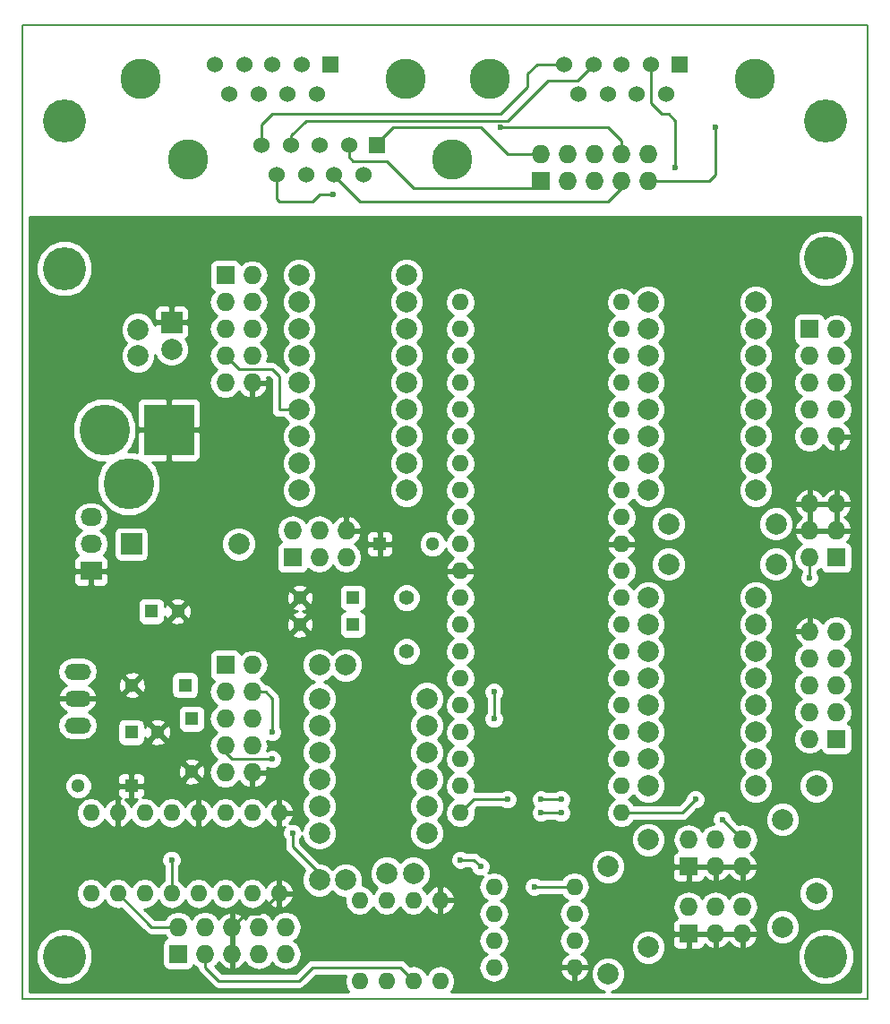
<source format=gbr>
G04 #@! TF.FileFunction,Copper,L2,Bot,Signal*
%FSLAX46Y46*%
G04 Gerber Fmt 4.6, Leading zero omitted, Abs format (unit mm)*
G04 Created by KiCad (PCBNEW 4.0.1-stable) date Sonntag, 31. Januar 2016 12:56:46*
%MOMM*%
G01*
G04 APERTURE LIST*
%ADD10C,0.100000*%
%ADD11C,0.150000*%
%ADD12R,1.727200X1.727200*%
%ADD13O,1.727200X1.727200*%
%ADD14C,1.998980*%
%ADD15R,1.998980X1.998980*%
%ADD16C,1.422400*%
%ADD17C,4.064000*%
%ADD18O,1.600000X1.600000*%
%ADD19O,2.499360X1.501140*%
%ADD20R,2.032000X1.727200*%
%ADD21O,2.032000X1.727200*%
%ADD22C,4.800600*%
%ADD23R,4.800600X4.800600*%
%ADD24C,3.810000*%
%ADD25R,1.524000X1.524000*%
%ADD26C,1.524000*%
%ADD27R,2.000000X2.000000*%
%ADD28C,2.000000*%
%ADD29R,1.300000X1.300000*%
%ADD30C,1.300000*%
%ADD31C,0.600000*%
%ADD32C,0.250000*%
%ADD33C,0.254000*%
G04 APERTURE END LIST*
D10*
D11*
X80000000Y92000000D02*
X80000000Y80000000D01*
X0Y92000000D02*
X80000000Y92000000D01*
X0Y74000000D02*
X0Y92000000D01*
X0Y74000000D02*
X0Y70000000D01*
X0Y0D02*
X0Y70000000D01*
X17000000Y0D02*
X0Y0D01*
X18000000Y0D02*
X17000000Y0D01*
X80000000Y0D02*
X18000000Y0D01*
X80000000Y80000000D02*
X80000000Y0D01*
D12*
X25565000Y41710000D03*
D13*
X25565000Y44250000D03*
X28105000Y41710000D03*
X28105000Y44250000D03*
X30645000Y41710000D03*
X30645000Y44250000D03*
D14*
X20485000Y42982540D03*
D15*
X10325000Y42982540D03*
D16*
X36360000Y37900000D03*
X36360000Y32820000D03*
D17*
X4000000Y4000000D03*
X4000000Y83000000D03*
X76000000Y83000000D03*
X76000000Y4000000D03*
X4000000Y69000000D03*
X76000000Y70000000D03*
D14*
X10960000Y63259360D03*
X10960000Y60760000D03*
X30604360Y31550000D03*
X28105000Y31550000D03*
X30604360Y11230000D03*
X28105000Y11230000D03*
X34495640Y11865000D03*
X36995000Y11865000D03*
D18*
X6515000Y9960000D03*
X9055000Y9960000D03*
X11595000Y9960000D03*
X14135000Y9960000D03*
X16675000Y9960000D03*
X19215000Y9960000D03*
X21755000Y9960000D03*
X24295000Y9960000D03*
X24295000Y17580000D03*
X21755000Y17580000D03*
X19215000Y17580000D03*
X16675000Y17580000D03*
X14135000Y17580000D03*
X11595000Y17580000D03*
X9055000Y17580000D03*
X6515000Y17580000D03*
D19*
X5245000Y28375000D03*
X5245000Y30915000D03*
X5245000Y25835000D03*
D18*
X44615000Y10595000D03*
X44615000Y8055000D03*
X44615000Y5515000D03*
X44615000Y2975000D03*
X52235000Y2975000D03*
X52235000Y5515000D03*
X52235000Y8055000D03*
X52235000Y10595000D03*
X31915000Y1705000D03*
X34455000Y1705000D03*
X36995000Y1705000D03*
X39535000Y1705000D03*
X39535000Y9325000D03*
X36995000Y9325000D03*
X34455000Y9325000D03*
X31915000Y9325000D03*
D14*
X38265000Y15675000D03*
X28105000Y15675000D03*
X38265000Y18215000D03*
X28105000Y18215000D03*
X38265000Y23295000D03*
X28105000Y23295000D03*
X38265000Y25835000D03*
X28105000Y25835000D03*
X38265000Y20755000D03*
X28105000Y20755000D03*
X38265000Y28375000D03*
X28105000Y28375000D03*
X59220000Y37900000D03*
X69380000Y37900000D03*
X59220000Y35360000D03*
X69380000Y35360000D03*
X59220000Y32820000D03*
X69380000Y32820000D03*
X59220000Y30280000D03*
X69380000Y30280000D03*
X59220000Y27740000D03*
X69380000Y27740000D03*
X59220000Y25200000D03*
X69380000Y25200000D03*
X59220000Y22660000D03*
X69380000Y22660000D03*
X59220000Y20120000D03*
X69380000Y20120000D03*
X36360000Y50600000D03*
X26200000Y50600000D03*
X36360000Y53140000D03*
X26200000Y53140000D03*
X36360000Y55680000D03*
X26200000Y55680000D03*
X36360000Y58220000D03*
X26200000Y58220000D03*
X36360000Y60760000D03*
X26200000Y60760000D03*
X36360000Y63300000D03*
X26200000Y63300000D03*
X36360000Y65840000D03*
X26200000Y65840000D03*
X36360000Y68380000D03*
X26200000Y68380000D03*
X59220000Y48060000D03*
X69380000Y48060000D03*
X59220000Y50600000D03*
X69380000Y50600000D03*
X59220000Y53140000D03*
X69380000Y53140000D03*
X59220000Y55680000D03*
X69380000Y55680000D03*
X59220000Y58220000D03*
X69380000Y58220000D03*
X59220000Y60760000D03*
X69380000Y60760000D03*
X59220000Y63300000D03*
X69380000Y63300000D03*
X59220000Y65840000D03*
X69380000Y65840000D03*
X61125000Y44885000D03*
X71285000Y44885000D03*
X61125000Y41075000D03*
X71285000Y41075000D03*
X36360000Y48060000D03*
X26200000Y48060000D03*
X71920000Y6785000D03*
X71920000Y16945000D03*
X75095000Y9960000D03*
X75095000Y20120000D03*
X59220000Y4880000D03*
X59220000Y15040000D03*
X55410000Y12500000D03*
X55410000Y2340000D03*
D20*
X6515000Y40440000D03*
D21*
X6515000Y42980000D03*
X6515000Y45520000D03*
D22*
X7785000Y53775000D03*
D23*
X13881000Y53775000D03*
D22*
X10071000Y48695000D03*
D12*
X19215000Y31550000D03*
D13*
X21755000Y31550000D03*
X19215000Y29010000D03*
X21755000Y29010000D03*
X19215000Y26470000D03*
X21755000Y26470000D03*
X19215000Y23930000D03*
X21755000Y23930000D03*
X19215000Y21390000D03*
X21755000Y21390000D03*
D12*
X77000000Y24565000D03*
D13*
X74460000Y24565000D03*
X77000000Y27105000D03*
X74460000Y27105000D03*
X77000000Y29645000D03*
X74460000Y29645000D03*
X77000000Y32185000D03*
X74460000Y32185000D03*
X77000000Y34725000D03*
X74460000Y34725000D03*
D12*
X19215000Y68380000D03*
D13*
X21755000Y68380000D03*
X19215000Y65840000D03*
X21755000Y65840000D03*
X19215000Y63300000D03*
X21755000Y63300000D03*
X19215000Y60760000D03*
X21755000Y60760000D03*
X19215000Y58220000D03*
X21755000Y58220000D03*
D12*
X74460000Y63300000D03*
D13*
X77000000Y63300000D03*
X74460000Y60760000D03*
X77000000Y60760000D03*
X74460000Y58220000D03*
X77000000Y58220000D03*
X74460000Y55680000D03*
X77000000Y55680000D03*
X74460000Y53140000D03*
X77000000Y53140000D03*
D12*
X77000000Y41710000D03*
D13*
X74460000Y41710000D03*
X77000000Y44250000D03*
X74460000Y44250000D03*
X77000000Y46790000D03*
X74460000Y46790000D03*
D12*
X14770000Y4245000D03*
D13*
X14770000Y6785000D03*
X17310000Y4245000D03*
X17310000Y6785000D03*
X19850000Y4245000D03*
X19850000Y6785000D03*
X22390000Y4245000D03*
X22390000Y6785000D03*
X24930000Y4245000D03*
X24930000Y6785000D03*
D12*
X49060000Y77270000D03*
D13*
X49060000Y79810000D03*
X51600000Y77270000D03*
X51600000Y79810000D03*
X54140000Y77270000D03*
X54140000Y79810000D03*
X56680000Y77270000D03*
X56680000Y79810000D03*
X59220000Y77270000D03*
X59220000Y79810000D03*
D18*
X41440000Y65840000D03*
X41440000Y63300000D03*
X41440000Y60760000D03*
X41440000Y58220000D03*
X41440000Y55680000D03*
X41440000Y53140000D03*
X41440000Y50600000D03*
X41440000Y48060000D03*
X41440000Y45520000D03*
X41440000Y42980000D03*
X41440000Y40440000D03*
X41440000Y37900000D03*
X41440000Y35360000D03*
X41440000Y32820000D03*
X41440000Y30280000D03*
X41440000Y27740000D03*
X41440000Y25200000D03*
X41440000Y22660000D03*
X41440000Y20120000D03*
X41440000Y17580000D03*
X56680000Y17580000D03*
X56680000Y20120000D03*
X56680000Y22660000D03*
X56680000Y25200000D03*
X56680000Y27740000D03*
X56680000Y30280000D03*
X56680000Y32820000D03*
X56680000Y35360000D03*
X56680000Y37900000D03*
X56680000Y40440000D03*
X56680000Y42980000D03*
X56680000Y45520000D03*
X56680000Y48060000D03*
X56680000Y50600000D03*
X56680000Y53140000D03*
X56680000Y55680000D03*
X56680000Y58220000D03*
X56680000Y60760000D03*
X56680000Y63300000D03*
X56680000Y65840000D03*
D12*
X63030000Y6150000D03*
D13*
X63030000Y8690000D03*
X65570000Y6150000D03*
X65570000Y8690000D03*
X68110000Y6150000D03*
X68110000Y8690000D03*
D12*
X63030000Y12500000D03*
D13*
X63030000Y15040000D03*
X65570000Y12500000D03*
X65570000Y15040000D03*
X68110000Y12500000D03*
X68110000Y15040000D03*
D24*
X15659000Y79302000D03*
X40678000Y79302000D03*
D25*
X33566000Y80699000D03*
D26*
X30899000Y80699000D03*
X28105000Y80699000D03*
X25438000Y80699000D03*
X22644000Y80699000D03*
X32296000Y77905000D03*
X29502000Y77905000D03*
X26835000Y77905000D03*
X24041000Y77905000D03*
D27*
X14135000Y63935000D03*
D28*
X14135000Y61395000D03*
D29*
X33820000Y42980000D03*
D30*
X38820000Y42980000D03*
D29*
X31280000Y35360000D03*
D30*
X26280000Y35360000D03*
D29*
X31280000Y37900000D03*
D30*
X26280000Y37900000D03*
D29*
X10325000Y25200000D03*
D30*
X12825000Y25200000D03*
D29*
X16040000Y26470000D03*
D30*
X16040000Y21470000D03*
D29*
X10325000Y20120000D03*
D30*
X5325000Y20120000D03*
D29*
X15405000Y29645000D03*
D30*
X10405000Y29645000D03*
X14730000Y36630000D03*
D29*
X12230000Y36630000D03*
D24*
X44234000Y86922000D03*
X69253000Y86922000D03*
D25*
X62141000Y88319000D03*
D26*
X59474000Y88319000D03*
X56680000Y88319000D03*
X54013000Y88319000D03*
X51219000Y88319000D03*
X60871000Y85525000D03*
X58077000Y85525000D03*
X55410000Y85525000D03*
X52616000Y85525000D03*
D24*
X11214000Y86922000D03*
X36233000Y86922000D03*
D25*
X29121000Y88319000D03*
D26*
X26454000Y88319000D03*
X23660000Y88319000D03*
X20993000Y88319000D03*
X18199000Y88319000D03*
X27851000Y85525000D03*
X25057000Y85525000D03*
X22390000Y85525000D03*
X19596000Y85525000D03*
D31*
X29375000Y76000000D03*
X45250000Y82350000D03*
X61760000Y78540000D03*
X65570000Y82350000D03*
X48425000Y10595000D03*
X14135000Y13135000D03*
X66205000Y16945000D03*
X44615000Y29010000D03*
X44615000Y26470000D03*
X50965000Y18850000D03*
X49060000Y18850000D03*
X45885000Y18850000D03*
X74460000Y39805000D03*
X63665000Y18850000D03*
X41440000Y13135000D03*
X43345000Y12500000D03*
X49060000Y17580000D03*
X50965000Y17580000D03*
X23660000Y25200000D03*
X23660000Y22660000D03*
X25565000Y15675000D03*
D32*
X33566000Y80699000D02*
X33566000Y80826000D01*
X33566000Y80826000D02*
X35090000Y82350000D01*
X45885000Y79810000D02*
X49060000Y79810000D01*
X43345000Y82350000D02*
X45885000Y79810000D01*
X35090000Y82350000D02*
X43345000Y82350000D01*
X30899000Y80699000D02*
X30899000Y79556000D01*
X36995000Y76635000D02*
X48425000Y76635000D01*
X34455000Y79175000D02*
X36995000Y76635000D01*
X31280000Y79175000D02*
X34455000Y79175000D01*
X30899000Y79556000D02*
X31280000Y79175000D01*
X48425000Y76635000D02*
X49060000Y77270000D01*
X24041000Y77905000D02*
X24041000Y75619000D01*
X28105000Y76000000D02*
X29375000Y76000000D01*
X27470000Y75365000D02*
X28105000Y76000000D01*
X24295000Y75365000D02*
X27470000Y75365000D01*
X24041000Y75619000D02*
X24295000Y75365000D01*
X51600000Y80445000D02*
X51600000Y79810000D01*
X56680000Y81080000D02*
X56680000Y79810000D01*
X55410000Y82350000D02*
X56680000Y81080000D01*
X54140000Y82350000D02*
X55410000Y82350000D01*
X45250000Y82350000D02*
X54140000Y82350000D01*
X29502000Y77905000D02*
X29502000Y77778000D01*
X29502000Y77778000D02*
X31915000Y75365000D01*
X31915000Y75365000D02*
X55410000Y75365000D01*
X55410000Y75365000D02*
X56680000Y76635000D01*
X56680000Y76635000D02*
X56680000Y77270000D01*
X59474000Y88319000D02*
X59474000Y84636000D01*
X61760000Y82985000D02*
X61760000Y78540000D01*
X61125000Y83620000D02*
X61760000Y82985000D01*
X60490000Y83620000D02*
X61125000Y83620000D01*
X59474000Y84636000D02*
X60490000Y83620000D01*
X25438000Y80699000D02*
X25438000Y81588000D01*
X52489000Y86795000D02*
X54013000Y88319000D01*
X49695000Y86795000D02*
X52489000Y86795000D01*
X45885000Y82985000D02*
X49695000Y86795000D01*
X26835000Y82985000D02*
X45885000Y82985000D01*
X25438000Y81588000D02*
X26835000Y82985000D01*
X64935000Y77270000D02*
X59220000Y77270000D01*
X65570000Y77905000D02*
X64935000Y77270000D01*
X65570000Y82350000D02*
X65570000Y77905000D01*
X22644000Y80699000D02*
X22644000Y82604000D01*
X48679000Y88319000D02*
X51219000Y88319000D01*
X47790000Y87430000D02*
X48679000Y88319000D01*
X47790000Y86160000D02*
X47790000Y87430000D01*
X45250000Y83620000D02*
X47790000Y86160000D01*
X23660000Y83620000D02*
X45250000Y83620000D01*
X22644000Y82604000D02*
X23660000Y83620000D01*
X19850000Y6785000D02*
X21120000Y8055000D01*
X22390000Y8055000D02*
X24295000Y9960000D01*
X21120000Y8055000D02*
X22390000Y8055000D01*
X19850000Y4245000D02*
X19850000Y6785000D01*
X52235000Y10595000D02*
X48425000Y10595000D01*
X14135000Y9960000D02*
X14135000Y13135000D01*
X68110000Y15040000D02*
X66205000Y16945000D01*
X44615000Y26470000D02*
X44615000Y29010000D01*
X45885000Y18850000D02*
X42710000Y18850000D01*
X50965000Y18850000D02*
X49060000Y18850000D01*
X42710000Y18850000D02*
X41440000Y17580000D01*
X56680000Y17580000D02*
X62395000Y17580000D01*
X74460000Y39805000D02*
X74460000Y41710000D01*
X62395000Y17580000D02*
X63665000Y18850000D01*
X42710000Y13135000D02*
X41440000Y13135000D01*
X43345000Y12500000D02*
X42710000Y13135000D01*
X50965000Y17580000D02*
X49060000Y17580000D01*
X14770000Y6785000D02*
X12230000Y6785000D01*
X12230000Y6785000D02*
X9055000Y9960000D01*
X36995000Y1705000D02*
X35725000Y2975000D01*
X17310000Y2975000D02*
X17310000Y4245000D01*
X18580000Y1705000D02*
X17310000Y2975000D01*
X26200000Y1705000D02*
X18580000Y1705000D01*
X27470000Y2975000D02*
X26200000Y1705000D01*
X35725000Y2975000D02*
X27470000Y2975000D01*
X26200000Y55680000D02*
X24295000Y55680000D01*
X20485000Y59490000D02*
X19215000Y60760000D01*
X23660000Y59490000D02*
X20485000Y59490000D01*
X24295000Y58855000D02*
X23660000Y59490000D01*
X24295000Y55680000D02*
X24295000Y58855000D01*
X23025000Y29010000D02*
X21755000Y29010000D01*
X23660000Y28375000D02*
X23025000Y29010000D01*
X23660000Y25200000D02*
X23660000Y28375000D01*
X19850000Y22660000D02*
X19215000Y23295000D01*
X23660000Y22660000D02*
X19850000Y22660000D01*
X19215000Y23295000D02*
X19215000Y23930000D01*
X25565000Y15675000D02*
X25565000Y14405000D01*
X28105000Y11865000D02*
X25565000Y14405000D01*
X28105000Y11865000D02*
X28105000Y11230000D01*
D33*
G36*
X79290000Y710000D02*
X55745248Y710000D01*
X56334655Y953538D01*
X56794846Y1412927D01*
X57044206Y2013453D01*
X57044774Y2663694D01*
X56796462Y3264655D01*
X56337073Y3724846D01*
X55736547Y3974206D01*
X55086306Y3974774D01*
X54485345Y3726462D01*
X54025154Y3267073D01*
X53775794Y2666547D01*
X53775226Y2016306D01*
X54023538Y1415345D01*
X54482927Y955154D01*
X55073324Y710000D01*
X40581644Y710000D01*
X40860767Y1127736D01*
X40970000Y1676887D01*
X40970000Y1733113D01*
X40860767Y2282264D01*
X40549698Y2747811D01*
X40084151Y3058880D01*
X39535000Y3168113D01*
X38985849Y3058880D01*
X38520302Y2747811D01*
X38265000Y2365725D01*
X38009698Y2747811D01*
X37544151Y3058880D01*
X36995000Y3168113D01*
X36671114Y3103688D01*
X36262401Y3512401D01*
X36015839Y3677148D01*
X35725000Y3735000D01*
X27470000Y3735000D01*
X27179160Y3677148D01*
X26932599Y3512401D01*
X25885198Y2465000D01*
X18894802Y2465000D01*
X18270257Y3089545D01*
X18369670Y3155971D01*
X18585664Y3479228D01*
X18643179Y3356510D01*
X19075053Y2962312D01*
X19490974Y2790042D01*
X19723000Y2911183D01*
X19723000Y4118000D01*
X19703000Y4118000D01*
X19703000Y4372000D01*
X19723000Y4372000D01*
X19723000Y6658000D01*
X19703000Y6658000D01*
X19703000Y6912000D01*
X19723000Y6912000D01*
X19723000Y8118817D01*
X19977000Y8118817D01*
X19977000Y6912000D01*
X19997000Y6912000D01*
X19997000Y6658000D01*
X19977000Y6658000D01*
X19977000Y4372000D01*
X19997000Y4372000D01*
X19997000Y4118000D01*
X19977000Y4118000D01*
X19977000Y2911183D01*
X20209026Y2790042D01*
X20624947Y2962312D01*
X21056821Y3356510D01*
X21114336Y3479228D01*
X21330330Y3155971D01*
X21816511Y2831115D01*
X22390000Y2717041D01*
X22963489Y2831115D01*
X23449670Y3155971D01*
X23660000Y3470752D01*
X23870330Y3155971D01*
X24356511Y2831115D01*
X24930000Y2717041D01*
X25503489Y2831115D01*
X25989670Y3155971D01*
X26314526Y3642152D01*
X26428600Y4215641D01*
X26428600Y4274359D01*
X26314526Y4847848D01*
X25989670Y5334029D01*
X25718828Y5515000D01*
X25989670Y5695971D01*
X26314526Y6182152D01*
X26428600Y6755641D01*
X26428600Y6814359D01*
X26314526Y7387848D01*
X25989670Y7874029D01*
X25503489Y8198885D01*
X24930000Y8312959D01*
X24356511Y8198885D01*
X23870330Y7874029D01*
X23660000Y7559248D01*
X23449670Y7874029D01*
X22963489Y8198885D01*
X22390000Y8312959D01*
X21816511Y8198885D01*
X21330330Y7874029D01*
X21114336Y7550772D01*
X21056821Y7673490D01*
X20624947Y8067688D01*
X20209026Y8239958D01*
X19977000Y8118817D01*
X19723000Y8118817D01*
X19490974Y8239958D01*
X19075053Y8067688D01*
X18643179Y7673490D01*
X18585664Y7550772D01*
X18369670Y7874029D01*
X17883489Y8198885D01*
X17310000Y8312959D01*
X16736511Y8198885D01*
X16250330Y7874029D01*
X16040000Y7559248D01*
X15829670Y7874029D01*
X15343489Y8198885D01*
X14770000Y8312959D01*
X14196511Y8198885D01*
X13710330Y7874029D01*
X13490480Y7545000D01*
X12544802Y7545000D01*
X11592397Y8497405D01*
X11595000Y8496887D01*
X12144151Y8606120D01*
X12609698Y8917189D01*
X12865000Y9299275D01*
X13120302Y8917189D01*
X13585849Y8606120D01*
X14135000Y8496887D01*
X14684151Y8606120D01*
X15149698Y8917189D01*
X15405000Y9299275D01*
X15660302Y8917189D01*
X16125849Y8606120D01*
X16675000Y8496887D01*
X17224151Y8606120D01*
X17689698Y8917189D01*
X17945000Y9299275D01*
X18200302Y8917189D01*
X18665849Y8606120D01*
X19215000Y8496887D01*
X19764151Y8606120D01*
X20229698Y8917189D01*
X20485000Y9299275D01*
X20740302Y8917189D01*
X21205849Y8606120D01*
X21755000Y8496887D01*
X22304151Y8606120D01*
X22769698Y8917189D01*
X23039986Y9321703D01*
X23142611Y9104866D01*
X23557577Y8728959D01*
X23945961Y8568096D01*
X24168000Y8690085D01*
X24168000Y9833000D01*
X24422000Y9833000D01*
X24422000Y8690085D01*
X24644039Y8568096D01*
X25032423Y8728959D01*
X25447389Y9104866D01*
X25686914Y9610959D01*
X25565629Y9833000D01*
X24422000Y9833000D01*
X24168000Y9833000D01*
X24148000Y9833000D01*
X24148000Y10087000D01*
X24168000Y10087000D01*
X24168000Y11229915D01*
X24422000Y11229915D01*
X24422000Y10087000D01*
X25565629Y10087000D01*
X25686914Y10309041D01*
X25447389Y10815134D01*
X25032423Y11191041D01*
X24644039Y11351904D01*
X24422000Y11229915D01*
X24168000Y11229915D01*
X23945961Y11351904D01*
X23557577Y11191041D01*
X23142611Y10815134D01*
X23039986Y10598297D01*
X22769698Y11002811D01*
X22304151Y11313880D01*
X21755000Y11423113D01*
X21205849Y11313880D01*
X20740302Y11002811D01*
X20485000Y10620725D01*
X20229698Y11002811D01*
X19764151Y11313880D01*
X19215000Y11423113D01*
X18665849Y11313880D01*
X18200302Y11002811D01*
X17945000Y10620725D01*
X17689698Y11002811D01*
X17224151Y11313880D01*
X16675000Y11423113D01*
X16125849Y11313880D01*
X15660302Y11002811D01*
X15405000Y10620725D01*
X15149698Y11002811D01*
X14895000Y11172995D01*
X14895000Y12572537D01*
X14927192Y12604673D01*
X15069838Y12948201D01*
X15070162Y13320167D01*
X14928117Y13663943D01*
X14665327Y13927192D01*
X14321799Y14069838D01*
X13949833Y14070162D01*
X13606057Y13928117D01*
X13342808Y13665327D01*
X13200162Y13321799D01*
X13199838Y12949833D01*
X13341883Y12606057D01*
X13375000Y12572882D01*
X13375000Y11172995D01*
X13120302Y11002811D01*
X12865000Y10620725D01*
X12609698Y11002811D01*
X12144151Y11313880D01*
X11595000Y11423113D01*
X11045849Y11313880D01*
X10580302Y11002811D01*
X10325000Y10620725D01*
X10069698Y11002811D01*
X9604151Y11313880D01*
X9055000Y11423113D01*
X8505849Y11313880D01*
X8040302Y11002811D01*
X7785000Y10620725D01*
X7529698Y11002811D01*
X7064151Y11313880D01*
X6515000Y11423113D01*
X5965849Y11313880D01*
X5500302Y11002811D01*
X5189233Y10537264D01*
X5080000Y9988113D01*
X5080000Y9931887D01*
X5189233Y9382736D01*
X5500302Y8917189D01*
X5965849Y8606120D01*
X6515000Y8496887D01*
X7064151Y8606120D01*
X7529698Y8917189D01*
X7785000Y9299275D01*
X8040302Y8917189D01*
X8505849Y8606120D01*
X9055000Y8496887D01*
X9378886Y8561312D01*
X11692599Y6247599D01*
X11939161Y6082852D01*
X12230000Y6025000D01*
X13490480Y6025000D01*
X13696574Y5716558D01*
X13671083Y5711762D01*
X13454959Y5572690D01*
X13309969Y5360490D01*
X13258960Y5108600D01*
X13258960Y3381400D01*
X13303238Y3146083D01*
X13442310Y2929959D01*
X13654510Y2784969D01*
X13906400Y2733960D01*
X15633600Y2733960D01*
X15868917Y2778238D01*
X16085041Y2917310D01*
X16230031Y3129510D01*
X16238864Y3173131D01*
X16250330Y3155971D01*
X16554419Y2952785D01*
X16607852Y2684161D01*
X16772599Y2437599D01*
X18042599Y1167599D01*
X18289160Y1002852D01*
X18580000Y945000D01*
X26200000Y945000D01*
X26490839Y1002852D01*
X26737401Y1167599D01*
X27784802Y2215000D01*
X30575853Y2215000D01*
X30480000Y1733113D01*
X30480000Y1676887D01*
X30589233Y1127736D01*
X30868356Y710000D01*
X710000Y710000D01*
X710000Y3471828D01*
X1332538Y3471828D01*
X1737709Y2491239D01*
X2487293Y1740345D01*
X3467173Y1333464D01*
X4528172Y1332538D01*
X5508761Y1737709D01*
X6259655Y2487293D01*
X6666536Y3467173D01*
X6667462Y4528172D01*
X6262291Y5508761D01*
X5512707Y6259655D01*
X4532827Y6666536D01*
X3471828Y6667462D01*
X2491239Y6262291D01*
X1740345Y5512707D01*
X1333464Y4532827D01*
X1332538Y3471828D01*
X710000Y3471828D01*
X710000Y17608113D01*
X5080000Y17608113D01*
X5080000Y17551887D01*
X5189233Y17002736D01*
X5500302Y16537189D01*
X5965849Y16226120D01*
X6515000Y16116887D01*
X7064151Y16226120D01*
X7529698Y16537189D01*
X7799986Y16941703D01*
X7902611Y16724866D01*
X8317577Y16348959D01*
X8705961Y16188096D01*
X8928000Y16310085D01*
X8928000Y17453000D01*
X8908000Y17453000D01*
X8908000Y17707000D01*
X8928000Y17707000D01*
X8928000Y18849915D01*
X8705961Y18971904D01*
X8317577Y18811041D01*
X7902611Y18435134D01*
X7799986Y18218297D01*
X7529698Y18622811D01*
X7064151Y18933880D01*
X6515000Y19043113D01*
X5965849Y18933880D01*
X5500302Y18622811D01*
X5189233Y18157264D01*
X5080000Y17608113D01*
X710000Y17608113D01*
X710000Y19865519D01*
X4039777Y19865519D01*
X4234995Y19393057D01*
X4596155Y19031265D01*
X5068276Y18835223D01*
X5579481Y18834777D01*
X6051943Y19029995D01*
X6413735Y19391155D01*
X6597724Y19834250D01*
X9040000Y19834250D01*
X9040000Y19343690D01*
X9136673Y19110301D01*
X9315302Y18931673D01*
X9324145Y18928010D01*
X9182000Y18849915D01*
X9182000Y17707000D01*
X9202000Y17707000D01*
X9202000Y17453000D01*
X9182000Y17453000D01*
X9182000Y16310085D01*
X9404039Y16188096D01*
X9792423Y16348959D01*
X10207389Y16724866D01*
X10310014Y16941703D01*
X10580302Y16537189D01*
X11045849Y16226120D01*
X11595000Y16116887D01*
X12144151Y16226120D01*
X12609698Y16537189D01*
X12865000Y16919275D01*
X13120302Y16537189D01*
X13585849Y16226120D01*
X14135000Y16116887D01*
X14684151Y16226120D01*
X15149698Y16537189D01*
X15419986Y16941703D01*
X15522611Y16724866D01*
X15937577Y16348959D01*
X16325961Y16188096D01*
X16548000Y16310085D01*
X16548000Y17453000D01*
X16528000Y17453000D01*
X16528000Y17707000D01*
X16548000Y17707000D01*
X16548000Y18849915D01*
X16802000Y18849915D01*
X16802000Y17707000D01*
X16822000Y17707000D01*
X16822000Y17453000D01*
X16802000Y17453000D01*
X16802000Y16310085D01*
X17024039Y16188096D01*
X17412423Y16348959D01*
X17827389Y16724866D01*
X17930014Y16941703D01*
X18200302Y16537189D01*
X18665849Y16226120D01*
X19215000Y16116887D01*
X19764151Y16226120D01*
X20229698Y16537189D01*
X20485000Y16919275D01*
X20740302Y16537189D01*
X21205849Y16226120D01*
X21755000Y16116887D01*
X22304151Y16226120D01*
X22769698Y16537189D01*
X23039986Y16941703D01*
X23142611Y16724866D01*
X23557577Y16348959D01*
X23945961Y16188096D01*
X24168000Y16310085D01*
X24168000Y17453000D01*
X24422000Y17453000D01*
X24422000Y16310085D01*
X24644039Y16188096D01*
X24834621Y16267032D01*
X24772808Y16205327D01*
X24630162Y15861799D01*
X24629838Y15489833D01*
X24771883Y15146057D01*
X24805000Y15112882D01*
X24805000Y14405000D01*
X24862852Y14114161D01*
X25027599Y13867599D01*
X26729147Y12166051D01*
X26720154Y12157073D01*
X26470794Y11556547D01*
X26470226Y10906306D01*
X26718538Y10305345D01*
X27177927Y9845154D01*
X27778453Y9595794D01*
X28428694Y9595226D01*
X29029655Y9843538D01*
X29354844Y10168160D01*
X29677287Y9845154D01*
X30277813Y9595794D01*
X30528229Y9595575D01*
X30480000Y9353113D01*
X30480000Y9296887D01*
X30589233Y8747736D01*
X30900302Y8282189D01*
X31365849Y7971120D01*
X31915000Y7861887D01*
X32464151Y7971120D01*
X32929698Y8282189D01*
X33185000Y8664275D01*
X33440302Y8282189D01*
X33905849Y7971120D01*
X34455000Y7861887D01*
X35004151Y7971120D01*
X35469698Y8282189D01*
X35725000Y8664275D01*
X35980302Y8282189D01*
X36445849Y7971120D01*
X36995000Y7861887D01*
X37544151Y7971120D01*
X38009698Y8282189D01*
X38279986Y8686703D01*
X38382611Y8469866D01*
X38797577Y8093959D01*
X39185961Y7933096D01*
X39408000Y8055085D01*
X39408000Y9198000D01*
X39662000Y9198000D01*
X39662000Y8055085D01*
X39884039Y7933096D01*
X40272423Y8093959D01*
X40687389Y8469866D01*
X40926914Y8975959D01*
X40805629Y9198000D01*
X39662000Y9198000D01*
X39408000Y9198000D01*
X39388000Y9198000D01*
X39388000Y9452000D01*
X39408000Y9452000D01*
X39408000Y10594915D01*
X39662000Y10594915D01*
X39662000Y9452000D01*
X40805629Y9452000D01*
X40926914Y9674041D01*
X40687389Y10180134D01*
X40272423Y10556041D01*
X39884039Y10716904D01*
X39662000Y10594915D01*
X39408000Y10594915D01*
X39185961Y10716904D01*
X38797577Y10556041D01*
X38382611Y10180134D01*
X38279986Y9963297D01*
X38009698Y10367811D01*
X37872898Y10459218D01*
X37919655Y10478538D01*
X38379846Y10937927D01*
X38629206Y11538453D01*
X38629774Y12188694D01*
X38381462Y12789655D01*
X38221564Y12949833D01*
X40504838Y12949833D01*
X40646883Y12606057D01*
X40909673Y12342808D01*
X41253201Y12200162D01*
X41625167Y12199838D01*
X41968943Y12341883D01*
X42002118Y12375000D01*
X42395198Y12375000D01*
X42409878Y12360320D01*
X42409838Y12314833D01*
X42551883Y11971057D01*
X42814673Y11707808D01*
X43158201Y11565162D01*
X43530167Y11564838D01*
X43546809Y11571714D01*
X43261120Y11144151D01*
X43151887Y10595000D01*
X43261120Y10045849D01*
X43572189Y9580302D01*
X43954275Y9325000D01*
X43572189Y9069698D01*
X43261120Y8604151D01*
X43151887Y8055000D01*
X43261120Y7505849D01*
X43572189Y7040302D01*
X43954275Y6785000D01*
X43572189Y6529698D01*
X43261120Y6064151D01*
X43151887Y5515000D01*
X43261120Y4965849D01*
X43572189Y4500302D01*
X43954275Y4245000D01*
X43572189Y3989698D01*
X43261120Y3524151D01*
X43151887Y2975000D01*
X43261120Y2425849D01*
X43572189Y1960302D01*
X44037736Y1649233D01*
X44586887Y1540000D01*
X44643113Y1540000D01*
X45192264Y1649233D01*
X45657811Y1960302D01*
X45968880Y2425849D01*
X46008684Y2625961D01*
X50843096Y2625961D01*
X51003959Y2237577D01*
X51379866Y1822611D01*
X51885959Y1583086D01*
X52108000Y1704371D01*
X52108000Y2848000D01*
X52362000Y2848000D01*
X52362000Y1704371D01*
X52584041Y1583086D01*
X53090134Y1822611D01*
X53466041Y2237577D01*
X53626904Y2625961D01*
X53504915Y2848000D01*
X52362000Y2848000D01*
X52108000Y2848000D01*
X50965085Y2848000D01*
X50843096Y2625961D01*
X46008684Y2625961D01*
X46078113Y2975000D01*
X45968880Y3524151D01*
X45657811Y3989698D01*
X45275725Y4245000D01*
X45657811Y4500302D01*
X45968880Y4965849D01*
X46078113Y5515000D01*
X45968880Y6064151D01*
X45657811Y6529698D01*
X45275725Y6785000D01*
X45657811Y7040302D01*
X45968880Y7505849D01*
X46078113Y8055000D01*
X45968880Y8604151D01*
X45657811Y9069698D01*
X45275725Y9325000D01*
X45657811Y9580302D01*
X45968880Y10045849D01*
X46041280Y10409833D01*
X47489838Y10409833D01*
X47631883Y10066057D01*
X47894673Y9802808D01*
X48238201Y9660162D01*
X48610167Y9659838D01*
X48953943Y9801883D01*
X48987118Y9835000D01*
X51022005Y9835000D01*
X51192189Y9580302D01*
X51574275Y9325000D01*
X51192189Y9069698D01*
X50881120Y8604151D01*
X50771887Y8055000D01*
X50881120Y7505849D01*
X51192189Y7040302D01*
X51574275Y6785000D01*
X51192189Y6529698D01*
X50881120Y6064151D01*
X50771887Y5515000D01*
X50881120Y4965849D01*
X51192189Y4500302D01*
X51596703Y4230014D01*
X51379866Y4127389D01*
X51003959Y3712423D01*
X50843096Y3324039D01*
X50965085Y3102000D01*
X52108000Y3102000D01*
X52108000Y3122000D01*
X52362000Y3122000D01*
X52362000Y3102000D01*
X53504915Y3102000D01*
X53626904Y3324039D01*
X53466041Y3712423D01*
X53090134Y4127389D01*
X52873297Y4230014D01*
X53277811Y4500302D01*
X53315231Y4556306D01*
X57585226Y4556306D01*
X57833538Y3955345D01*
X58292927Y3495154D01*
X58893453Y3245794D01*
X59543694Y3245226D01*
X60092112Y3471828D01*
X73332538Y3471828D01*
X73737709Y2491239D01*
X74487293Y1740345D01*
X75467173Y1333464D01*
X76528172Y1332538D01*
X77508761Y1737709D01*
X78259655Y2487293D01*
X78666536Y3467173D01*
X78667462Y4528172D01*
X78262291Y5508761D01*
X77512707Y6259655D01*
X76532827Y6666536D01*
X75471828Y6667462D01*
X74491239Y6262291D01*
X73740345Y5512707D01*
X73333464Y4532827D01*
X73332538Y3471828D01*
X60092112Y3471828D01*
X60144655Y3493538D01*
X60604846Y3952927D01*
X60854206Y4553453D01*
X60854774Y5203694D01*
X60606462Y5804655D01*
X60546971Y5864250D01*
X61531400Y5864250D01*
X61531400Y5160091D01*
X61628073Y4926702D01*
X61806701Y4748073D01*
X62040090Y4651400D01*
X62744250Y4651400D01*
X62903000Y4810150D01*
X62903000Y6023000D01*
X63157000Y6023000D01*
X63157000Y4810150D01*
X63315750Y4651400D01*
X64019910Y4651400D01*
X64253299Y4748073D01*
X64431927Y4926702D01*
X64513700Y5124120D01*
X64795053Y4867312D01*
X65210974Y4695042D01*
X65443000Y4816183D01*
X65443000Y6023000D01*
X65697000Y6023000D01*
X65697000Y4816183D01*
X65929026Y4695042D01*
X66344947Y4867312D01*
X66776821Y5261510D01*
X66840000Y5396313D01*
X66903179Y5261510D01*
X67335053Y4867312D01*
X67750974Y4695042D01*
X67983000Y4816183D01*
X67983000Y6023000D01*
X68237000Y6023000D01*
X68237000Y4816183D01*
X68469026Y4695042D01*
X68884947Y4867312D01*
X69316821Y5261510D01*
X69564968Y5790973D01*
X69444469Y6023000D01*
X68237000Y6023000D01*
X67983000Y6023000D01*
X65697000Y6023000D01*
X65443000Y6023000D01*
X63157000Y6023000D01*
X62903000Y6023000D01*
X61690150Y6023000D01*
X61531400Y5864250D01*
X60546971Y5864250D01*
X60147073Y6264846D01*
X59546547Y6514206D01*
X58896306Y6514774D01*
X58295345Y6266462D01*
X57835154Y5807073D01*
X57585794Y5206547D01*
X57585226Y4556306D01*
X53315231Y4556306D01*
X53588880Y4965849D01*
X53698113Y5515000D01*
X53588880Y6064151D01*
X53277811Y6529698D01*
X52895725Y6785000D01*
X53277811Y7040302D01*
X53588880Y7505849D01*
X53698113Y8055000D01*
X53588880Y8604151D01*
X53511901Y8719359D01*
X61531400Y8719359D01*
X61531400Y8660641D01*
X61645474Y8087152D01*
X61960526Y7615644D01*
X61806701Y7551927D01*
X61628073Y7373298D01*
X61531400Y7139909D01*
X61531400Y6435750D01*
X61690150Y6277000D01*
X62903000Y6277000D01*
X62903000Y6297000D01*
X63157000Y6297000D01*
X63157000Y6277000D01*
X65443000Y6277000D01*
X65443000Y6297000D01*
X65697000Y6297000D01*
X65697000Y6277000D01*
X67983000Y6277000D01*
X67983000Y6297000D01*
X68237000Y6297000D01*
X68237000Y6277000D01*
X69444469Y6277000D01*
X69540184Y6461306D01*
X70285226Y6461306D01*
X70533538Y5860345D01*
X70992927Y5400154D01*
X71593453Y5150794D01*
X72243694Y5150226D01*
X72844655Y5398538D01*
X73304846Y5857927D01*
X73554206Y6458453D01*
X73554774Y7108694D01*
X73306462Y7709655D01*
X72847073Y8169846D01*
X72246547Y8419206D01*
X71596306Y8419774D01*
X70995345Y8171462D01*
X70535154Y7712073D01*
X70285794Y7111547D01*
X70285226Y6461306D01*
X69540184Y6461306D01*
X69564968Y6509027D01*
X69316821Y7038490D01*
X68898839Y7420008D01*
X69169670Y7600971D01*
X69494526Y8087152D01*
X69608600Y8660641D01*
X69608600Y8719359D01*
X69494526Y9292848D01*
X69265035Y9636306D01*
X73460226Y9636306D01*
X73708538Y9035345D01*
X74167927Y8575154D01*
X74768453Y8325794D01*
X75418694Y8325226D01*
X76019655Y8573538D01*
X76479846Y9032927D01*
X76729206Y9633453D01*
X76729774Y10283694D01*
X76481462Y10884655D01*
X76022073Y11344846D01*
X75421547Y11594206D01*
X74771306Y11594774D01*
X74170345Y11346462D01*
X73710154Y10887073D01*
X73460794Y10286547D01*
X73460226Y9636306D01*
X69265035Y9636306D01*
X69169670Y9779029D01*
X68683489Y10103885D01*
X68110000Y10217959D01*
X67536511Y10103885D01*
X67050330Y9779029D01*
X66840000Y9464248D01*
X66629670Y9779029D01*
X66143489Y10103885D01*
X65570000Y10217959D01*
X64996511Y10103885D01*
X64510330Y9779029D01*
X64300000Y9464248D01*
X64089670Y9779029D01*
X63603489Y10103885D01*
X63030000Y10217959D01*
X62456511Y10103885D01*
X61970330Y9779029D01*
X61645474Y9292848D01*
X61531400Y8719359D01*
X53511901Y8719359D01*
X53277811Y9069698D01*
X52895725Y9325000D01*
X53277811Y9580302D01*
X53588880Y10045849D01*
X53698113Y10595000D01*
X53588880Y11144151D01*
X53277811Y11609698D01*
X52812264Y11920767D01*
X52263113Y12030000D01*
X52206887Y12030000D01*
X51657736Y11920767D01*
X51192189Y11609698D01*
X51022005Y11355000D01*
X48987463Y11355000D01*
X48955327Y11387192D01*
X48611799Y11529838D01*
X48239833Y11530162D01*
X47896057Y11388117D01*
X47632808Y11125327D01*
X47490162Y10781799D01*
X47489838Y10409833D01*
X46041280Y10409833D01*
X46078113Y10595000D01*
X45968880Y11144151D01*
X45657811Y11609698D01*
X45192264Y11920767D01*
X44643113Y12030000D01*
X44586887Y12030000D01*
X44100758Y11933303D01*
X44137192Y11969673D01*
X44222993Y12176306D01*
X53775226Y12176306D01*
X54023538Y11575345D01*
X54482927Y11115154D01*
X55083453Y10865794D01*
X55733694Y10865226D01*
X56334655Y11113538D01*
X56794846Y11572927D01*
X57044206Y12173453D01*
X57044241Y12214250D01*
X61531400Y12214250D01*
X61531400Y11510091D01*
X61628073Y11276702D01*
X61806701Y11098073D01*
X62040090Y11001400D01*
X62744250Y11001400D01*
X62903000Y11160150D01*
X62903000Y12373000D01*
X63157000Y12373000D01*
X63157000Y11160150D01*
X63315750Y11001400D01*
X64019910Y11001400D01*
X64253299Y11098073D01*
X64431927Y11276702D01*
X64513700Y11474120D01*
X64795053Y11217312D01*
X65210974Y11045042D01*
X65443000Y11166183D01*
X65443000Y12373000D01*
X65697000Y12373000D01*
X65697000Y11166183D01*
X65929026Y11045042D01*
X66344947Y11217312D01*
X66776821Y11611510D01*
X66840000Y11746313D01*
X66903179Y11611510D01*
X67335053Y11217312D01*
X67750974Y11045042D01*
X67983000Y11166183D01*
X67983000Y12373000D01*
X68237000Y12373000D01*
X68237000Y11166183D01*
X68469026Y11045042D01*
X68884947Y11217312D01*
X69316821Y11611510D01*
X69564968Y12140973D01*
X69444469Y12373000D01*
X68237000Y12373000D01*
X67983000Y12373000D01*
X65697000Y12373000D01*
X65443000Y12373000D01*
X63157000Y12373000D01*
X62903000Y12373000D01*
X61690150Y12373000D01*
X61531400Y12214250D01*
X57044241Y12214250D01*
X57044774Y12823694D01*
X56796462Y13424655D01*
X56337073Y13884846D01*
X55736547Y14134206D01*
X55086306Y14134774D01*
X54485345Y13886462D01*
X54025154Y13427073D01*
X53775794Y12826547D01*
X53775226Y12176306D01*
X44222993Y12176306D01*
X44279838Y12313201D01*
X44280162Y12685167D01*
X44138117Y13028943D01*
X43875327Y13292192D01*
X43531799Y13434838D01*
X43484923Y13434879D01*
X43247401Y13672401D01*
X43000839Y13837148D01*
X42710000Y13895000D01*
X42002463Y13895000D01*
X41970327Y13927192D01*
X41626799Y14069838D01*
X41254833Y14070162D01*
X40911057Y13928117D01*
X40647808Y13665327D01*
X40505162Y13321799D01*
X40504838Y12949833D01*
X38221564Y12949833D01*
X37922073Y13249846D01*
X37321547Y13499206D01*
X36671306Y13499774D01*
X36070345Y13251462D01*
X35745156Y12926840D01*
X35422713Y13249846D01*
X34822187Y13499206D01*
X34171946Y13499774D01*
X33570985Y13251462D01*
X33110794Y12792073D01*
X32861434Y12191547D01*
X32860866Y11541306D01*
X33109178Y10940345D01*
X33568567Y10480154D01*
X33593155Y10469944D01*
X33440302Y10367811D01*
X33185000Y9985725D01*
X32929698Y10367811D01*
X32464151Y10678880D01*
X32169640Y10737462D01*
X32238566Y10903453D01*
X32239134Y11553694D01*
X31990822Y12154655D01*
X31531433Y12614846D01*
X30930907Y12864206D01*
X30280666Y12864774D01*
X29679705Y12616462D01*
X29354516Y12291840D01*
X29032073Y12614846D01*
X28431547Y12864206D01*
X28180377Y12864425D01*
X26325000Y14719802D01*
X26325000Y15112537D01*
X26357192Y15144673D01*
X26470283Y15417026D01*
X26470226Y15351306D01*
X26718538Y14750345D01*
X27177927Y14290154D01*
X27778453Y14040794D01*
X28428694Y14040226D01*
X29029655Y14288538D01*
X29489846Y14747927D01*
X29739206Y15348453D01*
X29739774Y15998694D01*
X29491462Y16599655D01*
X29146520Y16945199D01*
X29489846Y17287927D01*
X29739206Y17888453D01*
X29739774Y18538694D01*
X29491462Y19139655D01*
X29146520Y19485199D01*
X29489846Y19827927D01*
X29739206Y20428453D01*
X29739774Y21078694D01*
X29491462Y21679655D01*
X29146520Y22025199D01*
X29489846Y22367927D01*
X29739206Y22968453D01*
X29739774Y23618694D01*
X29491462Y24219655D01*
X29146520Y24565199D01*
X29489846Y24907927D01*
X29739206Y25508453D01*
X29739774Y26158694D01*
X29491462Y26759655D01*
X29146520Y27105199D01*
X29489846Y27447927D01*
X29739206Y28048453D01*
X29739208Y28051306D01*
X36630226Y28051306D01*
X36878538Y27450345D01*
X37223480Y27104801D01*
X36880154Y26762073D01*
X36630794Y26161547D01*
X36630226Y25511306D01*
X36878538Y24910345D01*
X37223480Y24564801D01*
X36880154Y24222073D01*
X36630794Y23621547D01*
X36630226Y22971306D01*
X36878538Y22370345D01*
X37223480Y22024801D01*
X36880154Y21682073D01*
X36630794Y21081547D01*
X36630226Y20431306D01*
X36878538Y19830345D01*
X37223480Y19484801D01*
X36880154Y19142073D01*
X36630794Y18541547D01*
X36630226Y17891306D01*
X36878538Y17290345D01*
X37223480Y16944801D01*
X36880154Y16602073D01*
X36630794Y16001547D01*
X36630226Y15351306D01*
X36878538Y14750345D01*
X37337927Y14290154D01*
X37938453Y14040794D01*
X38588694Y14040226D01*
X39189655Y14288538D01*
X39618169Y14716306D01*
X57585226Y14716306D01*
X57833538Y14115345D01*
X58292927Y13655154D01*
X58893453Y13405794D01*
X59543694Y13405226D01*
X60144655Y13653538D01*
X60604846Y14112927D01*
X60854206Y14713453D01*
X60854516Y15069359D01*
X61531400Y15069359D01*
X61531400Y15010641D01*
X61645474Y14437152D01*
X61960526Y13965644D01*
X61806701Y13901927D01*
X61628073Y13723298D01*
X61531400Y13489909D01*
X61531400Y12785750D01*
X61690150Y12627000D01*
X62903000Y12627000D01*
X62903000Y12647000D01*
X63157000Y12647000D01*
X63157000Y12627000D01*
X65443000Y12627000D01*
X65443000Y12647000D01*
X65697000Y12647000D01*
X65697000Y12627000D01*
X67983000Y12627000D01*
X67983000Y12647000D01*
X68237000Y12647000D01*
X68237000Y12627000D01*
X69444469Y12627000D01*
X69564968Y12859027D01*
X69316821Y13388490D01*
X68898839Y13770008D01*
X69169670Y13950971D01*
X69494526Y14437152D01*
X69608600Y15010641D01*
X69608600Y15069359D01*
X69494526Y15642848D01*
X69169670Y16129029D01*
X68683489Y16453885D01*
X68110000Y16567959D01*
X67732027Y16492775D01*
X67603496Y16621306D01*
X70285226Y16621306D01*
X70533538Y16020345D01*
X70992927Y15560154D01*
X71593453Y15310794D01*
X72243694Y15310226D01*
X72844655Y15558538D01*
X73304846Y16017927D01*
X73554206Y16618453D01*
X73554774Y17268694D01*
X73306462Y17869655D01*
X72847073Y18329846D01*
X72246547Y18579206D01*
X71596306Y18579774D01*
X70995345Y18331462D01*
X70535154Y17872073D01*
X70285794Y17271547D01*
X70285226Y16621306D01*
X67603496Y16621306D01*
X67140122Y17084680D01*
X67140162Y17130167D01*
X66998117Y17473943D01*
X66735327Y17737192D01*
X66391799Y17879838D01*
X66019833Y17880162D01*
X65676057Y17738117D01*
X65412808Y17475327D01*
X65270162Y17131799D01*
X65269838Y16759833D01*
X65365894Y16527360D01*
X64996511Y16453885D01*
X64510330Y16129029D01*
X64300000Y15814248D01*
X64089670Y16129029D01*
X63603489Y16453885D01*
X63030000Y16567959D01*
X62456511Y16453885D01*
X61970330Y16129029D01*
X61645474Y15642848D01*
X61531400Y15069359D01*
X60854516Y15069359D01*
X60854774Y15363694D01*
X60606462Y15964655D01*
X60147073Y16424846D01*
X59546547Y16674206D01*
X58896306Y16674774D01*
X58295345Y16426462D01*
X57835154Y15967073D01*
X57585794Y15366547D01*
X57585226Y14716306D01*
X39618169Y14716306D01*
X39649846Y14747927D01*
X39899206Y15348453D01*
X39899774Y15998694D01*
X39651462Y16599655D01*
X39306520Y16945199D01*
X39649846Y17287927D01*
X39899206Y17888453D01*
X39899774Y18538694D01*
X39651462Y19139655D01*
X39306520Y19485199D01*
X39649846Y19827927D01*
X39899206Y20428453D01*
X39899774Y21078694D01*
X39651462Y21679655D01*
X39306520Y22025199D01*
X39649846Y22367927D01*
X39899206Y22968453D01*
X39899774Y23618694D01*
X39651462Y24219655D01*
X39306520Y24565199D01*
X39649846Y24907927D01*
X39899206Y25508453D01*
X39899774Y26158694D01*
X39651462Y26759655D01*
X39306520Y27105199D01*
X39649846Y27447927D01*
X39899206Y28048453D01*
X39899774Y28698694D01*
X39651462Y29299655D01*
X39192073Y29759846D01*
X38591547Y30009206D01*
X37941306Y30009774D01*
X37340345Y29761462D01*
X36880154Y29302073D01*
X36630794Y28701547D01*
X36630226Y28051306D01*
X29739208Y28051306D01*
X29739774Y28698694D01*
X29491462Y29299655D01*
X29032073Y29759846D01*
X28543568Y29962691D01*
X29029655Y30163538D01*
X29354844Y30488160D01*
X29677287Y30165154D01*
X30277813Y29915794D01*
X30928054Y29915226D01*
X31529015Y30163538D01*
X31989206Y30622927D01*
X32238566Y31223453D01*
X32239134Y31873694D01*
X31990822Y32474655D01*
X31912216Y32553399D01*
X35013566Y32553399D01*
X35218081Y32058435D01*
X35596443Y31679412D01*
X36091049Y31474034D01*
X36626601Y31473566D01*
X37121565Y31678081D01*
X37500588Y32056443D01*
X37705966Y32551049D01*
X37706434Y33086601D01*
X37501919Y33581565D01*
X37123557Y33960588D01*
X36628951Y34165966D01*
X36093399Y34166434D01*
X35598435Y33961919D01*
X35219412Y33583557D01*
X35014034Y33088951D01*
X35013566Y32553399D01*
X31912216Y32553399D01*
X31531433Y32934846D01*
X30930907Y33184206D01*
X30280666Y33184774D01*
X29679705Y32936462D01*
X29354516Y32611840D01*
X29032073Y32934846D01*
X28431547Y33184206D01*
X27781306Y33184774D01*
X27180345Y32936462D01*
X26720154Y32477073D01*
X26470794Y31876547D01*
X26470226Y31226306D01*
X26718538Y30625345D01*
X27177927Y30165154D01*
X27666432Y29962309D01*
X27180345Y29761462D01*
X26720154Y29302073D01*
X26470794Y28701547D01*
X26470226Y28051306D01*
X26718538Y27450345D01*
X27063480Y27104801D01*
X26720154Y26762073D01*
X26470794Y26161547D01*
X26470226Y25511306D01*
X26718538Y24910345D01*
X27063480Y24564801D01*
X26720154Y24222073D01*
X26470794Y23621547D01*
X26470226Y22971306D01*
X26718538Y22370345D01*
X27063480Y22024801D01*
X26720154Y21682073D01*
X26470794Y21081547D01*
X26470226Y20431306D01*
X26718538Y19830345D01*
X27063480Y19484801D01*
X26720154Y19142073D01*
X26470794Y18541547D01*
X26470226Y17891306D01*
X26718538Y17290345D01*
X27063480Y16944801D01*
X26720154Y16602073D01*
X26470794Y16001547D01*
X26470733Y15931391D01*
X26358117Y16203943D01*
X26095327Y16467192D01*
X25751799Y16609838D01*
X25379833Y16610162D01*
X25271230Y16565288D01*
X25447389Y16724866D01*
X25686914Y17230959D01*
X25565629Y17453000D01*
X24422000Y17453000D01*
X24168000Y17453000D01*
X24148000Y17453000D01*
X24148000Y17707000D01*
X24168000Y17707000D01*
X24168000Y18849915D01*
X24422000Y18849915D01*
X24422000Y17707000D01*
X25565629Y17707000D01*
X25686914Y17929041D01*
X25447389Y18435134D01*
X25032423Y18811041D01*
X24644039Y18971904D01*
X24422000Y18849915D01*
X24168000Y18849915D01*
X23945961Y18971904D01*
X23557577Y18811041D01*
X23142611Y18435134D01*
X23039986Y18218297D01*
X22769698Y18622811D01*
X22304151Y18933880D01*
X21755000Y19043113D01*
X21205849Y18933880D01*
X20740302Y18622811D01*
X20485000Y18240725D01*
X20229698Y18622811D01*
X19764151Y18933880D01*
X19215000Y19043113D01*
X18665849Y18933880D01*
X18200302Y18622811D01*
X17930014Y18218297D01*
X17827389Y18435134D01*
X17412423Y18811041D01*
X17024039Y18971904D01*
X16802000Y18849915D01*
X16548000Y18849915D01*
X16325961Y18971904D01*
X15937577Y18811041D01*
X15522611Y18435134D01*
X15419986Y18218297D01*
X15149698Y18622811D01*
X14684151Y18933880D01*
X14135000Y19043113D01*
X13585849Y18933880D01*
X13120302Y18622811D01*
X12865000Y18240725D01*
X12609698Y18622811D01*
X12144151Y18933880D01*
X11595000Y19043113D01*
X11409176Y19006150D01*
X11513327Y19110301D01*
X11610000Y19343690D01*
X11610000Y19834250D01*
X11451250Y19993000D01*
X10452000Y19993000D01*
X10452000Y18993750D01*
X10610750Y18835000D01*
X10897865Y18835000D01*
X10580302Y18622811D01*
X10310014Y18218297D01*
X10207389Y18435134D01*
X9792423Y18811041D01*
X9734577Y18835000D01*
X10039250Y18835000D01*
X10198000Y18993750D01*
X10198000Y19993000D01*
X9198750Y19993000D01*
X9040000Y19834250D01*
X6597724Y19834250D01*
X6609777Y19863276D01*
X6610223Y20374481D01*
X6415005Y20846943D01*
X6365725Y20896310D01*
X9040000Y20896310D01*
X9040000Y20405750D01*
X9198750Y20247000D01*
X10198000Y20247000D01*
X10198000Y21246250D01*
X10452000Y21246250D01*
X10452000Y20247000D01*
X11451250Y20247000D01*
X11610000Y20405750D01*
X11610000Y20570984D01*
X15320590Y20570984D01*
X15376271Y20340389D01*
X15859078Y20172378D01*
X16369428Y20201917D01*
X16703729Y20340389D01*
X16759410Y20570984D01*
X16040000Y21290395D01*
X15320590Y20570984D01*
X11610000Y20570984D01*
X11610000Y20896310D01*
X11513327Y21129699D01*
X11334698Y21308327D01*
X11101309Y21405000D01*
X10610750Y21405000D01*
X10452000Y21246250D01*
X10198000Y21246250D01*
X10039250Y21405000D01*
X9548691Y21405000D01*
X9315302Y21308327D01*
X9136673Y21129699D01*
X9040000Y20896310D01*
X6365725Y20896310D01*
X6053845Y21208735D01*
X5581724Y21404777D01*
X5070519Y21405223D01*
X4598057Y21210005D01*
X4236265Y20848845D01*
X4040223Y20376724D01*
X4039777Y19865519D01*
X710000Y19865519D01*
X710000Y21650922D01*
X14742378Y21650922D01*
X14771917Y21140572D01*
X14910389Y20806271D01*
X15140984Y20750590D01*
X15860395Y21470000D01*
X16219605Y21470000D01*
X16939016Y20750590D01*
X17169611Y20806271D01*
X17337622Y21289078D01*
X17308083Y21799428D01*
X17169611Y22133729D01*
X16939016Y22189410D01*
X16219605Y21470000D01*
X15860395Y21470000D01*
X15140984Y22189410D01*
X14910389Y22133729D01*
X14742378Y21650922D01*
X710000Y21650922D01*
X710000Y22369016D01*
X15320590Y22369016D01*
X16040000Y21649605D01*
X16759410Y22369016D01*
X16703729Y22599611D01*
X16220922Y22767622D01*
X15710572Y22738083D01*
X15376271Y22599611D01*
X15320590Y22369016D01*
X710000Y22369016D01*
X710000Y25835000D01*
X3323397Y25835000D01*
X3428867Y25304765D01*
X3729221Y24855254D01*
X4178732Y24554900D01*
X4708967Y24449430D01*
X5781033Y24449430D01*
X6311268Y24554900D01*
X6760779Y24855254D01*
X7061133Y25304765D01*
X7166603Y25835000D01*
X7163620Y25850000D01*
X9027560Y25850000D01*
X9027560Y24550000D01*
X9071838Y24314683D01*
X9210910Y24098559D01*
X9423110Y23953569D01*
X9675000Y23902560D01*
X10975000Y23902560D01*
X11210317Y23946838D01*
X11426441Y24085910D01*
X11571431Y24298110D01*
X11572012Y24300984D01*
X12105590Y24300984D01*
X12161271Y24070389D01*
X12644078Y23902378D01*
X13154428Y23931917D01*
X13488729Y24070389D01*
X13544410Y24300984D01*
X12825000Y25020395D01*
X12105590Y24300984D01*
X11572012Y24300984D01*
X11622440Y24550000D01*
X11622440Y24712385D01*
X11695389Y24536271D01*
X11925984Y24480590D01*
X12645395Y25200000D01*
X13004605Y25200000D01*
X13724016Y24480590D01*
X13954611Y24536271D01*
X14122622Y25019078D01*
X14093083Y25529428D01*
X13954611Y25863729D01*
X13724016Y25919410D01*
X13004605Y25200000D01*
X12645395Y25200000D01*
X11925984Y25919410D01*
X11695389Y25863729D01*
X11622440Y25654098D01*
X11622440Y25850000D01*
X11578162Y26085317D01*
X11569347Y26099016D01*
X12105590Y26099016D01*
X12825000Y25379605D01*
X13544410Y26099016D01*
X13488729Y26329611D01*
X13005922Y26497622D01*
X12495572Y26468083D01*
X12161271Y26329611D01*
X12105590Y26099016D01*
X11569347Y26099016D01*
X11439090Y26301441D01*
X11226890Y26446431D01*
X10975000Y26497440D01*
X9675000Y26497440D01*
X9439683Y26453162D01*
X9223559Y26314090D01*
X9078569Y26101890D01*
X9027560Y25850000D01*
X7163620Y25850000D01*
X7061133Y26365235D01*
X6760779Y26814746D01*
X6311268Y27115100D01*
X6301968Y27116950D01*
X6312273Y27120000D01*
X14742560Y27120000D01*
X14742560Y25820000D01*
X14786838Y25584683D01*
X14925910Y25368559D01*
X15138110Y25223569D01*
X15390000Y25172560D01*
X16690000Y25172560D01*
X16925317Y25216838D01*
X17141441Y25355910D01*
X17286431Y25568110D01*
X17337440Y25820000D01*
X17337440Y27120000D01*
X17293162Y27355317D01*
X17154090Y27571441D01*
X16941890Y27716431D01*
X16690000Y27767440D01*
X15390000Y27767440D01*
X15154683Y27723162D01*
X14938559Y27584090D01*
X14793569Y27371890D01*
X14742560Y27120000D01*
X6312273Y27120000D01*
X6391677Y27143501D01*
X6813658Y27485056D01*
X7072810Y27962097D01*
X7086993Y28033725D01*
X6964339Y28248000D01*
X5372000Y28248000D01*
X5372000Y28228000D01*
X5118000Y28228000D01*
X5118000Y28248000D01*
X3525661Y28248000D01*
X3403007Y28033725D01*
X3417190Y27962097D01*
X3676342Y27485056D01*
X4098323Y27143501D01*
X4188032Y27116950D01*
X4178732Y27115100D01*
X3729221Y26814746D01*
X3428867Y26365235D01*
X3323397Y25835000D01*
X710000Y25835000D01*
X710000Y30915000D01*
X3323397Y30915000D01*
X3428867Y30384765D01*
X3729221Y29935254D01*
X4178732Y29634900D01*
X4188032Y29633050D01*
X4098323Y29606499D01*
X3676342Y29264944D01*
X3417190Y28787903D01*
X3403007Y28716275D01*
X3525661Y28502000D01*
X5118000Y28502000D01*
X5118000Y28522000D01*
X5372000Y28522000D01*
X5372000Y28502000D01*
X6964339Y28502000D01*
X7086993Y28716275D01*
X7081111Y28745984D01*
X9685590Y28745984D01*
X9741271Y28515389D01*
X10224078Y28347378D01*
X10734428Y28376917D01*
X11068729Y28515389D01*
X11124410Y28745984D01*
X10405000Y29465395D01*
X9685590Y28745984D01*
X7081111Y28745984D01*
X7072810Y28787903D01*
X6813658Y29264944D01*
X6391677Y29606499D01*
X6301968Y29633050D01*
X6311268Y29634900D01*
X6597152Y29825922D01*
X9107378Y29825922D01*
X9136917Y29315572D01*
X9275389Y28981271D01*
X9505984Y28925590D01*
X10225395Y29645000D01*
X10584605Y29645000D01*
X11304016Y28925590D01*
X11534611Y28981271D01*
X11702622Y29464078D01*
X11673083Y29974428D01*
X11540298Y30295000D01*
X14107560Y30295000D01*
X14107560Y28995000D01*
X14151838Y28759683D01*
X14290910Y28543559D01*
X14503110Y28398569D01*
X14755000Y28347560D01*
X16055000Y28347560D01*
X16290317Y28391838D01*
X16506441Y28530910D01*
X16651431Y28743110D01*
X16702440Y28995000D01*
X16702440Y29010000D01*
X17687041Y29010000D01*
X17801115Y28436511D01*
X18125971Y27950330D01*
X18440752Y27740000D01*
X18125971Y27529670D01*
X17801115Y27043489D01*
X17687041Y26470000D01*
X17801115Y25896511D01*
X18125971Y25410330D01*
X18440752Y25200000D01*
X18125971Y24989670D01*
X17801115Y24503489D01*
X17687041Y23930000D01*
X17801115Y23356511D01*
X18125971Y22870330D01*
X18440752Y22660000D01*
X18125971Y22449670D01*
X17801115Y21963489D01*
X17687041Y21390000D01*
X17801115Y20816511D01*
X18125971Y20330330D01*
X18612152Y20005474D01*
X19185641Y19891400D01*
X19244359Y19891400D01*
X19817848Y20005474D01*
X20304029Y20330330D01*
X20484992Y20601161D01*
X20866510Y20183179D01*
X21395973Y19935032D01*
X21628000Y20055531D01*
X21628000Y21263000D01*
X21882000Y21263000D01*
X21882000Y20055531D01*
X22114027Y19935032D01*
X22643490Y20183179D01*
X23037688Y20615053D01*
X23209958Y21030974D01*
X23088817Y21263000D01*
X21882000Y21263000D01*
X21628000Y21263000D01*
X21608000Y21263000D01*
X21608000Y21517000D01*
X21628000Y21517000D01*
X21628000Y21537000D01*
X21882000Y21537000D01*
X21882000Y21517000D01*
X23088817Y21517000D01*
X23209958Y21749026D01*
X23167217Y21852218D01*
X23473201Y21725162D01*
X23845167Y21724838D01*
X24188943Y21866883D01*
X24452192Y22129673D01*
X24594838Y22473201D01*
X24595162Y22845167D01*
X24453117Y23188943D01*
X24190327Y23452192D01*
X23846799Y23594838D01*
X23474833Y23595162D01*
X23193209Y23478798D01*
X23282959Y23930000D01*
X23193161Y24381445D01*
X23473201Y24265162D01*
X23845167Y24264838D01*
X24188943Y24406883D01*
X24452192Y24669673D01*
X24594838Y25013201D01*
X24595162Y25385167D01*
X24453117Y25728943D01*
X24420000Y25762118D01*
X24420000Y28375000D01*
X24362148Y28665839D01*
X24197401Y28912401D01*
X23562401Y29547401D01*
X23315839Y29712148D01*
X23047215Y29765581D01*
X22844029Y30069670D01*
X22529248Y30280000D01*
X22844029Y30490330D01*
X23168885Y30976511D01*
X23282959Y31550000D01*
X23168885Y32123489D01*
X22844029Y32609670D01*
X22357848Y32934526D01*
X21784359Y33048600D01*
X21725641Y33048600D01*
X21152152Y32934526D01*
X20686558Y32623426D01*
X20681762Y32648917D01*
X20542690Y32865041D01*
X20330490Y33010031D01*
X20078600Y33061040D01*
X18351400Y33061040D01*
X18116083Y33016762D01*
X17899959Y32877690D01*
X17754969Y32665490D01*
X17703960Y32413600D01*
X17703960Y30686400D01*
X17748238Y30451083D01*
X17887310Y30234959D01*
X18099510Y30089969D01*
X18143131Y30081136D01*
X18125971Y30069670D01*
X17801115Y29583489D01*
X17687041Y29010000D01*
X16702440Y29010000D01*
X16702440Y30295000D01*
X16658162Y30530317D01*
X16519090Y30746441D01*
X16306890Y30891431D01*
X16055000Y30942440D01*
X14755000Y30942440D01*
X14519683Y30898162D01*
X14303559Y30759090D01*
X14158569Y30546890D01*
X14107560Y30295000D01*
X11540298Y30295000D01*
X11534611Y30308729D01*
X11304016Y30364410D01*
X10584605Y29645000D01*
X10225395Y29645000D01*
X9505984Y30364410D01*
X9275389Y30308729D01*
X9107378Y29825922D01*
X6597152Y29825922D01*
X6760779Y29935254D01*
X7061133Y30384765D01*
X7092809Y30544016D01*
X9685590Y30544016D01*
X10405000Y29824605D01*
X11124410Y30544016D01*
X11068729Y30774611D01*
X10585922Y30942622D01*
X10075572Y30913083D01*
X9741271Y30774611D01*
X9685590Y30544016D01*
X7092809Y30544016D01*
X7166603Y30915000D01*
X7061133Y31445235D01*
X6760779Y31894746D01*
X6311268Y32195100D01*
X5781033Y32300570D01*
X4708967Y32300570D01*
X4178732Y32195100D01*
X3729221Y31894746D01*
X3428867Y31445235D01*
X3323397Y30915000D01*
X710000Y30915000D01*
X710000Y34460984D01*
X25560590Y34460984D01*
X25616271Y34230389D01*
X26099078Y34062378D01*
X26609428Y34091917D01*
X26943729Y34230389D01*
X26999410Y34460984D01*
X26280000Y35180395D01*
X25560590Y34460984D01*
X710000Y34460984D01*
X710000Y37280000D01*
X10932560Y37280000D01*
X10932560Y35980000D01*
X10976838Y35744683D01*
X11115910Y35528559D01*
X11328110Y35383569D01*
X11580000Y35332560D01*
X12880000Y35332560D01*
X13115317Y35376838D01*
X13331441Y35515910D01*
X13476431Y35728110D01*
X13477012Y35730984D01*
X14010590Y35730984D01*
X14066271Y35500389D01*
X14549078Y35332378D01*
X15059428Y35361917D01*
X15393729Y35500389D01*
X15403516Y35540922D01*
X24982378Y35540922D01*
X25011917Y35030572D01*
X25150389Y34696271D01*
X25380984Y34640590D01*
X26100395Y35360000D01*
X26459605Y35360000D01*
X27179016Y34640590D01*
X27409611Y34696271D01*
X27577622Y35179078D01*
X27548083Y35689428D01*
X27409611Y36023729D01*
X27179016Y36079410D01*
X26459605Y35360000D01*
X26100395Y35360000D01*
X25380984Y36079410D01*
X25150389Y36023729D01*
X24982378Y35540922D01*
X15403516Y35540922D01*
X15449410Y35730984D01*
X14730000Y36450395D01*
X14010590Y35730984D01*
X13477012Y35730984D01*
X13527440Y35980000D01*
X13527440Y36142385D01*
X13600389Y35966271D01*
X13830984Y35910590D01*
X14550395Y36630000D01*
X14909605Y36630000D01*
X15629016Y35910590D01*
X15859611Y35966271D01*
X16027622Y36449078D01*
X15998083Y36959428D01*
X15980870Y37000984D01*
X25560590Y37000984D01*
X25616271Y36770389D01*
X26014566Y36631787D01*
X25950572Y36628083D01*
X25616271Y36489611D01*
X25560590Y36259016D01*
X26280000Y35539605D01*
X26999410Y36259016D01*
X26943729Y36489611D01*
X26545434Y36628213D01*
X26609428Y36631917D01*
X26943729Y36770389D01*
X26999410Y37000984D01*
X26280000Y37720395D01*
X25560590Y37000984D01*
X15980870Y37000984D01*
X15859611Y37293729D01*
X15629016Y37349410D01*
X14909605Y36630000D01*
X14550395Y36630000D01*
X13830984Y37349410D01*
X13600389Y37293729D01*
X13527440Y37084098D01*
X13527440Y37280000D01*
X13483162Y37515317D01*
X13474347Y37529016D01*
X14010590Y37529016D01*
X14730000Y36809605D01*
X15449410Y37529016D01*
X15393729Y37759611D01*
X14910922Y37927622D01*
X14400572Y37898083D01*
X14066271Y37759611D01*
X14010590Y37529016D01*
X13474347Y37529016D01*
X13344090Y37731441D01*
X13131890Y37876431D01*
X12880000Y37927440D01*
X11580000Y37927440D01*
X11344683Y37883162D01*
X11128559Y37744090D01*
X10983569Y37531890D01*
X10932560Y37280000D01*
X710000Y37280000D01*
X710000Y38080922D01*
X24982378Y38080922D01*
X25011917Y37570572D01*
X25150389Y37236271D01*
X25380984Y37180590D01*
X26100395Y37900000D01*
X26459605Y37900000D01*
X27179016Y37180590D01*
X27409611Y37236271D01*
X27577622Y37719078D01*
X27548083Y38229428D01*
X27415298Y38550000D01*
X29982560Y38550000D01*
X29982560Y37250000D01*
X30026838Y37014683D01*
X30165910Y36798559D01*
X30378110Y36653569D01*
X30489523Y36631007D01*
X30394683Y36613162D01*
X30178559Y36474090D01*
X30033569Y36261890D01*
X29982560Y36010000D01*
X29982560Y34710000D01*
X30026838Y34474683D01*
X30165910Y34258559D01*
X30378110Y34113569D01*
X30630000Y34062560D01*
X31930000Y34062560D01*
X32165317Y34106838D01*
X32381441Y34245910D01*
X32526431Y34458110D01*
X32577440Y34710000D01*
X32577440Y36010000D01*
X32533162Y36245317D01*
X32394090Y36461441D01*
X32181890Y36606431D01*
X32070477Y36628993D01*
X32165317Y36646838D01*
X32381441Y36785910D01*
X32526431Y36998110D01*
X32577440Y37250000D01*
X32577440Y37633399D01*
X35013566Y37633399D01*
X35218081Y37138435D01*
X35596443Y36759412D01*
X36091049Y36554034D01*
X36626601Y36553566D01*
X37121565Y36758081D01*
X37500588Y37136443D01*
X37705966Y37631049D01*
X37706201Y37900000D01*
X39976887Y37900000D01*
X40086120Y37350849D01*
X40397189Y36885302D01*
X40779275Y36630000D01*
X40397189Y36374698D01*
X40086120Y35909151D01*
X39976887Y35360000D01*
X40086120Y34810849D01*
X40397189Y34345302D01*
X40779275Y34090000D01*
X40397189Y33834698D01*
X40086120Y33369151D01*
X39976887Y32820000D01*
X40086120Y32270849D01*
X40397189Y31805302D01*
X40779275Y31550000D01*
X40397189Y31294698D01*
X40086120Y30829151D01*
X39976887Y30280000D01*
X40086120Y29730849D01*
X40397189Y29265302D01*
X40779275Y29010000D01*
X40397189Y28754698D01*
X40086120Y28289151D01*
X39976887Y27740000D01*
X40086120Y27190849D01*
X40397189Y26725302D01*
X40779275Y26470000D01*
X40397189Y26214698D01*
X40086120Y25749151D01*
X39976887Y25200000D01*
X40086120Y24650849D01*
X40397189Y24185302D01*
X40779275Y23930000D01*
X40397189Y23674698D01*
X40086120Y23209151D01*
X39976887Y22660000D01*
X40086120Y22110849D01*
X40397189Y21645302D01*
X40779275Y21390000D01*
X40397189Y21134698D01*
X40086120Y20669151D01*
X39976887Y20120000D01*
X40086120Y19570849D01*
X40397189Y19105302D01*
X40779275Y18850000D01*
X40397189Y18594698D01*
X40086120Y18129151D01*
X39976887Y17580000D01*
X40086120Y17030849D01*
X40397189Y16565302D01*
X40862736Y16254233D01*
X41411887Y16145000D01*
X41468113Y16145000D01*
X42017264Y16254233D01*
X42482811Y16565302D01*
X42793880Y17030849D01*
X42903113Y17580000D01*
X42838688Y17903886D01*
X43024802Y18090000D01*
X45322537Y18090000D01*
X45354673Y18057808D01*
X45698201Y17915162D01*
X46070167Y17914838D01*
X46413943Y18056883D01*
X46677192Y18319673D01*
X46819838Y18663201D01*
X46819839Y18664833D01*
X48124838Y18664833D01*
X48266883Y18321057D01*
X48372710Y18215046D01*
X48267808Y18110327D01*
X48125162Y17766799D01*
X48124838Y17394833D01*
X48266883Y17051057D01*
X48529673Y16787808D01*
X48873201Y16645162D01*
X49245167Y16644838D01*
X49588943Y16786883D01*
X49622118Y16820000D01*
X50402537Y16820000D01*
X50434673Y16787808D01*
X50778201Y16645162D01*
X51150167Y16644838D01*
X51493943Y16786883D01*
X51757192Y17049673D01*
X51899838Y17393201D01*
X51900162Y17765167D01*
X51758117Y18108943D01*
X51652290Y18214954D01*
X51757192Y18319673D01*
X51899838Y18663201D01*
X51900162Y19035167D01*
X51758117Y19378943D01*
X51495327Y19642192D01*
X51151799Y19784838D01*
X50779833Y19785162D01*
X50436057Y19643117D01*
X50402882Y19610000D01*
X49622463Y19610000D01*
X49590327Y19642192D01*
X49246799Y19784838D01*
X48874833Y19785162D01*
X48531057Y19643117D01*
X48267808Y19380327D01*
X48125162Y19036799D01*
X48124838Y18664833D01*
X46819839Y18664833D01*
X46820162Y19035167D01*
X46678117Y19378943D01*
X46415327Y19642192D01*
X46071799Y19784838D01*
X45699833Y19785162D01*
X45356057Y19643117D01*
X45322882Y19610000D01*
X42801668Y19610000D01*
X42903113Y20120000D01*
X42793880Y20669151D01*
X42482811Y21134698D01*
X42100725Y21390000D01*
X42482811Y21645302D01*
X42793880Y22110849D01*
X42903113Y22660000D01*
X42793880Y23209151D01*
X42482811Y23674698D01*
X42100725Y23930000D01*
X42482811Y24185302D01*
X42793880Y24650849D01*
X42903113Y25200000D01*
X42793880Y25749151D01*
X42482811Y26214698D01*
X42100725Y26470000D01*
X42482811Y26725302D01*
X42793880Y27190849D01*
X42903113Y27740000D01*
X42793880Y28289151D01*
X42482811Y28754698D01*
X42377847Y28824833D01*
X43679838Y28824833D01*
X43821883Y28481057D01*
X43855000Y28447882D01*
X43855000Y27032463D01*
X43822808Y27000327D01*
X43680162Y26656799D01*
X43679838Y26284833D01*
X43821883Y25941057D01*
X44084673Y25677808D01*
X44428201Y25535162D01*
X44800167Y25534838D01*
X45143943Y25676883D01*
X45407192Y25939673D01*
X45549838Y26283201D01*
X45550162Y26655167D01*
X45408117Y26998943D01*
X45375000Y27032118D01*
X45375000Y28447537D01*
X45407192Y28479673D01*
X45549838Y28823201D01*
X45550162Y29195167D01*
X45408117Y29538943D01*
X45145327Y29802192D01*
X44801799Y29944838D01*
X44429833Y29945162D01*
X44086057Y29803117D01*
X43822808Y29540327D01*
X43680162Y29196799D01*
X43679838Y28824833D01*
X42377847Y28824833D01*
X42100725Y29010000D01*
X42482811Y29265302D01*
X42793880Y29730849D01*
X42903113Y30280000D01*
X42793880Y30829151D01*
X42482811Y31294698D01*
X42100725Y31550000D01*
X42482811Y31805302D01*
X42793880Y32270849D01*
X42903113Y32820000D01*
X42793880Y33369151D01*
X42482811Y33834698D01*
X42100725Y34090000D01*
X42482811Y34345302D01*
X42793880Y34810849D01*
X42903113Y35360000D01*
X42793880Y35909151D01*
X42482811Y36374698D01*
X42100725Y36630000D01*
X42482811Y36885302D01*
X42793880Y37350849D01*
X42903113Y37900000D01*
X42793880Y38449151D01*
X42482811Y38914698D01*
X42078297Y39184986D01*
X42295134Y39287611D01*
X42671041Y39702577D01*
X42831904Y40090961D01*
X42709915Y40313000D01*
X41567000Y40313000D01*
X41567000Y40293000D01*
X41313000Y40293000D01*
X41313000Y40313000D01*
X40170085Y40313000D01*
X40048096Y40090961D01*
X40208959Y39702577D01*
X40584866Y39287611D01*
X40801703Y39184986D01*
X40397189Y38914698D01*
X40086120Y38449151D01*
X39976887Y37900000D01*
X37706201Y37900000D01*
X37706434Y38166601D01*
X37501919Y38661565D01*
X37123557Y39040588D01*
X36628951Y39245966D01*
X36093399Y39246434D01*
X35598435Y39041919D01*
X35219412Y38663557D01*
X35014034Y38168951D01*
X35013566Y37633399D01*
X32577440Y37633399D01*
X32577440Y38550000D01*
X32533162Y38785317D01*
X32394090Y39001441D01*
X32181890Y39146431D01*
X31930000Y39197440D01*
X30630000Y39197440D01*
X30394683Y39153162D01*
X30178559Y39014090D01*
X30033569Y38801890D01*
X29982560Y38550000D01*
X27415298Y38550000D01*
X27409611Y38563729D01*
X27179016Y38619410D01*
X26459605Y37900000D01*
X26100395Y37900000D01*
X25380984Y38619410D01*
X25150389Y38563729D01*
X24982378Y38080922D01*
X710000Y38080922D01*
X710000Y38799016D01*
X25560590Y38799016D01*
X26280000Y38079605D01*
X26999410Y38799016D01*
X26943729Y39029611D01*
X26460922Y39197622D01*
X25950572Y39168083D01*
X25616271Y39029611D01*
X25560590Y38799016D01*
X710000Y38799016D01*
X710000Y40154250D01*
X4864000Y40154250D01*
X4864000Y39450090D01*
X4960673Y39216701D01*
X5139302Y39038073D01*
X5372691Y38941400D01*
X6229250Y38941400D01*
X6388000Y39100150D01*
X6388000Y40313000D01*
X6642000Y40313000D01*
X6642000Y39100150D01*
X6800750Y38941400D01*
X7657309Y38941400D01*
X7890698Y39038073D01*
X8069327Y39216701D01*
X8166000Y39450090D01*
X8166000Y40154250D01*
X8007250Y40313000D01*
X6642000Y40313000D01*
X6388000Y40313000D01*
X5022750Y40313000D01*
X4864000Y40154250D01*
X710000Y40154250D01*
X710000Y45520000D01*
X4831655Y45520000D01*
X4945729Y44946511D01*
X5270585Y44460330D01*
X5585366Y44250000D01*
X5270585Y44039670D01*
X4945729Y43553489D01*
X4831655Y42980000D01*
X4945729Y42406511D01*
X5270585Y41920330D01*
X5292780Y41905500D01*
X5139302Y41841927D01*
X4960673Y41663299D01*
X4864000Y41429910D01*
X4864000Y40725750D01*
X5022750Y40567000D01*
X6388000Y40567000D01*
X6388000Y40587000D01*
X6642000Y40587000D01*
X6642000Y40567000D01*
X8007250Y40567000D01*
X8166000Y40725750D01*
X8166000Y41429910D01*
X8069327Y41663299D01*
X7890698Y41841927D01*
X7737220Y41905500D01*
X7759415Y41920330D01*
X8084271Y42406511D01*
X8198345Y42980000D01*
X8084271Y43553489D01*
X7797929Y43982030D01*
X8678070Y43982030D01*
X8678070Y41983050D01*
X8722348Y41747733D01*
X8861420Y41531609D01*
X9073620Y41386619D01*
X9325510Y41335610D01*
X11324490Y41335610D01*
X11559807Y41379888D01*
X11775931Y41518960D01*
X11920921Y41731160D01*
X11971930Y41983050D01*
X11971930Y42658846D01*
X18850226Y42658846D01*
X19098538Y42057885D01*
X19557927Y41597694D01*
X20158453Y41348334D01*
X20808694Y41347766D01*
X21409655Y41596078D01*
X21869846Y42055467D01*
X22084993Y42573600D01*
X24053960Y42573600D01*
X24053960Y40846400D01*
X24098238Y40611083D01*
X24237310Y40394959D01*
X24449510Y40249969D01*
X24701400Y40198960D01*
X26428600Y40198960D01*
X26663917Y40243238D01*
X26880041Y40382310D01*
X27025031Y40594510D01*
X27033864Y40638131D01*
X27045330Y40620971D01*
X27531511Y40296115D01*
X28105000Y40182041D01*
X28678489Y40296115D01*
X29164670Y40620971D01*
X29375000Y40935752D01*
X29585330Y40620971D01*
X30071511Y40296115D01*
X30645000Y40182041D01*
X31218489Y40296115D01*
X31433827Y40440000D01*
X55216887Y40440000D01*
X55326120Y39890849D01*
X55637189Y39425302D01*
X56019275Y39170000D01*
X55637189Y38914698D01*
X55326120Y38449151D01*
X55216887Y37900000D01*
X55326120Y37350849D01*
X55637189Y36885302D01*
X56019275Y36630000D01*
X55637189Y36374698D01*
X55326120Y35909151D01*
X55216887Y35360000D01*
X55326120Y34810849D01*
X55637189Y34345302D01*
X56019275Y34090000D01*
X55637189Y33834698D01*
X55326120Y33369151D01*
X55216887Y32820000D01*
X55326120Y32270849D01*
X55637189Y31805302D01*
X56019275Y31550000D01*
X55637189Y31294698D01*
X55326120Y30829151D01*
X55216887Y30280000D01*
X55326120Y29730849D01*
X55637189Y29265302D01*
X56019275Y29010000D01*
X55637189Y28754698D01*
X55326120Y28289151D01*
X55216887Y27740000D01*
X55326120Y27190849D01*
X55637189Y26725302D01*
X56019275Y26470000D01*
X55637189Y26214698D01*
X55326120Y25749151D01*
X55216887Y25200000D01*
X55326120Y24650849D01*
X55637189Y24185302D01*
X56019275Y23930000D01*
X55637189Y23674698D01*
X55326120Y23209151D01*
X55216887Y22660000D01*
X55326120Y22110849D01*
X55637189Y21645302D01*
X56019275Y21390000D01*
X55637189Y21134698D01*
X55326120Y20669151D01*
X55216887Y20120000D01*
X55326120Y19570849D01*
X55637189Y19105302D01*
X56019275Y18850000D01*
X55637189Y18594698D01*
X55326120Y18129151D01*
X55216887Y17580000D01*
X55326120Y17030849D01*
X55637189Y16565302D01*
X56102736Y16254233D01*
X56651887Y16145000D01*
X56708113Y16145000D01*
X57257264Y16254233D01*
X57722811Y16565302D01*
X57892995Y16820000D01*
X62395000Y16820000D01*
X62685839Y16877852D01*
X62932401Y17042599D01*
X63804680Y17914878D01*
X63850167Y17914838D01*
X64193943Y18056883D01*
X64457192Y18319673D01*
X64599838Y18663201D01*
X64600162Y19035167D01*
X64458117Y19378943D01*
X64195327Y19642192D01*
X63851799Y19784838D01*
X63479833Y19785162D01*
X63136057Y19643117D01*
X62872808Y19380327D01*
X62730162Y19036799D01*
X62730121Y18989923D01*
X62080198Y18340000D01*
X57892995Y18340000D01*
X57722811Y18594698D01*
X57340725Y18850000D01*
X57722811Y19105302D01*
X57814218Y19242102D01*
X57833538Y19195345D01*
X58292927Y18735154D01*
X58893453Y18485794D01*
X59543694Y18485226D01*
X60144655Y18733538D01*
X60604846Y19192927D01*
X60854206Y19793453D01*
X60854774Y20443694D01*
X60606462Y21044655D01*
X60261520Y21390199D01*
X60604846Y21732927D01*
X60854206Y22333453D01*
X60854774Y22983694D01*
X60606462Y23584655D01*
X60261520Y23930199D01*
X60604846Y24272927D01*
X60854206Y24873453D01*
X60854774Y25523694D01*
X60606462Y26124655D01*
X60261520Y26470199D01*
X60604846Y26812927D01*
X60854206Y27413453D01*
X60854774Y28063694D01*
X60606462Y28664655D01*
X60261520Y29010199D01*
X60604846Y29352927D01*
X60854206Y29953453D01*
X60854774Y30603694D01*
X60606462Y31204655D01*
X60261520Y31550199D01*
X60604846Y31892927D01*
X60854206Y32493453D01*
X60854774Y33143694D01*
X60606462Y33744655D01*
X60261520Y34090199D01*
X60604846Y34432927D01*
X60854206Y35033453D01*
X60854774Y35683694D01*
X60606462Y36284655D01*
X60261520Y36630199D01*
X60604846Y36972927D01*
X60854206Y37573453D01*
X60854208Y37576306D01*
X67745226Y37576306D01*
X67993538Y36975345D01*
X68338480Y36629801D01*
X67995154Y36287073D01*
X67745794Y35686547D01*
X67745226Y35036306D01*
X67993538Y34435345D01*
X68338480Y34089801D01*
X67995154Y33747073D01*
X67745794Y33146547D01*
X67745226Y32496306D01*
X67993538Y31895345D01*
X68338480Y31549801D01*
X67995154Y31207073D01*
X67745794Y30606547D01*
X67745226Y29956306D01*
X67993538Y29355345D01*
X68338480Y29009801D01*
X67995154Y28667073D01*
X67745794Y28066547D01*
X67745226Y27416306D01*
X67993538Y26815345D01*
X68338480Y26469801D01*
X67995154Y26127073D01*
X67745794Y25526547D01*
X67745226Y24876306D01*
X67993538Y24275345D01*
X68338480Y23929801D01*
X67995154Y23587073D01*
X67745794Y22986547D01*
X67745226Y22336306D01*
X67993538Y21735345D01*
X68338480Y21389801D01*
X67995154Y21047073D01*
X67745794Y20446547D01*
X67745226Y19796306D01*
X67993538Y19195345D01*
X68452927Y18735154D01*
X69053453Y18485794D01*
X69703694Y18485226D01*
X70304655Y18733538D01*
X70764846Y19192927D01*
X71014206Y19793453D01*
X71014208Y19796306D01*
X73460226Y19796306D01*
X73708538Y19195345D01*
X74167927Y18735154D01*
X74768453Y18485794D01*
X75418694Y18485226D01*
X76019655Y18733538D01*
X76479846Y19192927D01*
X76729206Y19793453D01*
X76729774Y20443694D01*
X76481462Y21044655D01*
X76022073Y21504846D01*
X75421547Y21754206D01*
X74771306Y21754774D01*
X74170345Y21506462D01*
X73710154Y21047073D01*
X73460794Y20446547D01*
X73460226Y19796306D01*
X71014208Y19796306D01*
X71014774Y20443694D01*
X70766462Y21044655D01*
X70421520Y21390199D01*
X70764846Y21732927D01*
X71014206Y22333453D01*
X71014774Y22983694D01*
X70766462Y23584655D01*
X70421520Y23930199D01*
X70764846Y24272927D01*
X71014206Y24873453D01*
X71014774Y25523694D01*
X70766462Y26124655D01*
X70421520Y26470199D01*
X70764846Y26812927D01*
X71014206Y27413453D01*
X71014774Y28063694D01*
X70766462Y28664655D01*
X70421520Y29010199D01*
X70764846Y29352927D01*
X71014206Y29953453D01*
X71014774Y30603694D01*
X70766462Y31204655D01*
X70421520Y31550199D01*
X70764846Y31892927D01*
X70886125Y32185000D01*
X72932041Y32185000D01*
X73046115Y31611511D01*
X73370971Y31125330D01*
X73685752Y30915000D01*
X73370971Y30704670D01*
X73046115Y30218489D01*
X72932041Y29645000D01*
X73046115Y29071511D01*
X73370971Y28585330D01*
X73685752Y28375000D01*
X73370971Y28164670D01*
X73046115Y27678489D01*
X72932041Y27105000D01*
X73046115Y26531511D01*
X73370971Y26045330D01*
X73685752Y25835000D01*
X73370971Y25624670D01*
X73046115Y25138489D01*
X72932041Y24565000D01*
X73046115Y23991511D01*
X73370971Y23505330D01*
X73857152Y23180474D01*
X74430641Y23066400D01*
X74489359Y23066400D01*
X75062848Y23180474D01*
X75528442Y23491574D01*
X75533238Y23466083D01*
X75672310Y23249959D01*
X75884510Y23104969D01*
X76136400Y23053960D01*
X77863600Y23053960D01*
X78098917Y23098238D01*
X78315041Y23237310D01*
X78460031Y23449510D01*
X78511040Y23701400D01*
X78511040Y25428600D01*
X78466762Y25663917D01*
X78327690Y25880041D01*
X78115490Y26025031D01*
X78071869Y26033864D01*
X78089029Y26045330D01*
X78413885Y26531511D01*
X78527959Y27105000D01*
X78413885Y27678489D01*
X78089029Y28164670D01*
X77774248Y28375000D01*
X78089029Y28585330D01*
X78413885Y29071511D01*
X78527959Y29645000D01*
X78413885Y30218489D01*
X78089029Y30704670D01*
X77774248Y30915000D01*
X78089029Y31125330D01*
X78413885Y31611511D01*
X78527959Y32185000D01*
X78413885Y32758489D01*
X78089029Y33244670D01*
X77774248Y33455000D01*
X78089029Y33665330D01*
X78413885Y34151511D01*
X78527959Y34725000D01*
X78413885Y35298489D01*
X78089029Y35784670D01*
X77602848Y36109526D01*
X77029359Y36223600D01*
X76970641Y36223600D01*
X76397152Y36109526D01*
X75910971Y35784670D01*
X75730008Y35513839D01*
X75348490Y35931821D01*
X74819027Y36179968D01*
X74587000Y36059469D01*
X74587000Y34852000D01*
X74607000Y34852000D01*
X74607000Y34598000D01*
X74587000Y34598000D01*
X74587000Y34578000D01*
X74333000Y34578000D01*
X74333000Y34598000D01*
X73126183Y34598000D01*
X73005042Y34365974D01*
X73177312Y33950053D01*
X73571510Y33518179D01*
X73694228Y33460664D01*
X73370971Y33244670D01*
X73046115Y32758489D01*
X72932041Y32185000D01*
X70886125Y32185000D01*
X71014206Y32493453D01*
X71014774Y33143694D01*
X70766462Y33744655D01*
X70421520Y34090199D01*
X70764846Y34432927D01*
X71014206Y35033453D01*
X71014250Y35084026D01*
X73005042Y35084026D01*
X73126183Y34852000D01*
X74333000Y34852000D01*
X74333000Y36059469D01*
X74100973Y36179968D01*
X73571510Y35931821D01*
X73177312Y35499947D01*
X73005042Y35084026D01*
X71014250Y35084026D01*
X71014774Y35683694D01*
X70766462Y36284655D01*
X70421520Y36630199D01*
X70764846Y36972927D01*
X71014206Y37573453D01*
X71014774Y38223694D01*
X70766462Y38824655D01*
X70307073Y39284846D01*
X69706547Y39534206D01*
X69056306Y39534774D01*
X68455345Y39286462D01*
X67995154Y38827073D01*
X67745794Y38226547D01*
X67745226Y37576306D01*
X60854208Y37576306D01*
X60854774Y38223694D01*
X60606462Y38824655D01*
X60147073Y39284846D01*
X59546547Y39534206D01*
X58896306Y39534774D01*
X58295345Y39286462D01*
X57835154Y38827073D01*
X57814537Y38777421D01*
X57722811Y38914698D01*
X57340725Y39170000D01*
X57722811Y39425302D01*
X58033880Y39890849D01*
X58143113Y40440000D01*
X58081191Y40751306D01*
X59490226Y40751306D01*
X59738538Y40150345D01*
X60197927Y39690154D01*
X60798453Y39440794D01*
X61448694Y39440226D01*
X62049655Y39688538D01*
X62509846Y40147927D01*
X62759206Y40748453D01*
X62759208Y40751306D01*
X69650226Y40751306D01*
X69898538Y40150345D01*
X70357927Y39690154D01*
X70958453Y39440794D01*
X71608694Y39440226D01*
X72209655Y39688538D01*
X72669846Y40147927D01*
X72919206Y40748453D01*
X72919774Y41398694D01*
X72791145Y41710000D01*
X72932041Y41710000D01*
X73046115Y41136511D01*
X73370971Y40650330D01*
X73700000Y40430480D01*
X73700000Y40367463D01*
X73667808Y40335327D01*
X73525162Y39991799D01*
X73524838Y39619833D01*
X73666883Y39276057D01*
X73929673Y39012808D01*
X74273201Y38870162D01*
X74645167Y38869838D01*
X74988943Y39011883D01*
X75252192Y39274673D01*
X75394838Y39618201D01*
X75395162Y39990167D01*
X75253117Y40333943D01*
X75220000Y40367118D01*
X75220000Y40430480D01*
X75528442Y40636574D01*
X75533238Y40611083D01*
X75672310Y40394959D01*
X75884510Y40249969D01*
X76136400Y40198960D01*
X77863600Y40198960D01*
X78098917Y40243238D01*
X78315041Y40382310D01*
X78460031Y40594510D01*
X78511040Y40846400D01*
X78511040Y42573600D01*
X78466762Y42808917D01*
X78327690Y43025041D01*
X78115490Y43170031D01*
X78021625Y43189039D01*
X78282688Y43475053D01*
X78454958Y43890974D01*
X78333817Y44123000D01*
X77127000Y44123000D01*
X77127000Y44103000D01*
X76873000Y44103000D01*
X76873000Y44123000D01*
X74587000Y44123000D01*
X74587000Y44103000D01*
X74333000Y44103000D01*
X74333000Y44123000D01*
X73126183Y44123000D01*
X73005042Y43890974D01*
X73177312Y43475053D01*
X73571510Y43043179D01*
X73694228Y42985664D01*
X73370971Y42769670D01*
X73046115Y42283489D01*
X72932041Y41710000D01*
X72791145Y41710000D01*
X72671462Y41999655D01*
X72212073Y42459846D01*
X71611547Y42709206D01*
X70961306Y42709774D01*
X70360345Y42461462D01*
X69900154Y42002073D01*
X69650794Y41401547D01*
X69650226Y40751306D01*
X62759208Y40751306D01*
X62759774Y41398694D01*
X62511462Y41999655D01*
X62052073Y42459846D01*
X61451547Y42709206D01*
X60801306Y42709774D01*
X60200345Y42461462D01*
X59740154Y42002073D01*
X59490794Y41401547D01*
X59490226Y40751306D01*
X58081191Y40751306D01*
X58033880Y40989151D01*
X57722811Y41454698D01*
X57318297Y41724986D01*
X57535134Y41827611D01*
X57911041Y42242577D01*
X58071904Y42630961D01*
X57949915Y42853000D01*
X56807000Y42853000D01*
X56807000Y42833000D01*
X56553000Y42833000D01*
X56553000Y42853000D01*
X55410085Y42853000D01*
X55288096Y42630961D01*
X55448959Y42242577D01*
X55824866Y41827611D01*
X56041703Y41724986D01*
X55637189Y41454698D01*
X55326120Y40989151D01*
X55216887Y40440000D01*
X31433827Y40440000D01*
X31704670Y40620971D01*
X32029526Y41107152D01*
X32143600Y41680641D01*
X32143600Y41739359D01*
X32029526Y42312848D01*
X31774682Y42694250D01*
X32535000Y42694250D01*
X32535000Y42203690D01*
X32631673Y41970301D01*
X32810302Y41791673D01*
X33043691Y41695000D01*
X33534250Y41695000D01*
X33693000Y41853750D01*
X33693000Y42853000D01*
X33947000Y42853000D01*
X33947000Y41853750D01*
X34105750Y41695000D01*
X34596309Y41695000D01*
X34829698Y41791673D01*
X35008327Y41970301D01*
X35105000Y42203690D01*
X35105000Y42694250D01*
X35073731Y42725519D01*
X37534777Y42725519D01*
X37729995Y42253057D01*
X38091155Y41891265D01*
X38563276Y41695223D01*
X39074481Y41694777D01*
X39546943Y41889995D01*
X39908735Y42251155D01*
X40052835Y42598185D01*
X40086120Y42430849D01*
X40397189Y41965302D01*
X40801703Y41695014D01*
X40584866Y41592389D01*
X40208959Y41177423D01*
X40048096Y40789039D01*
X40170085Y40567000D01*
X41313000Y40567000D01*
X41313000Y40587000D01*
X41567000Y40587000D01*
X41567000Y40567000D01*
X42709915Y40567000D01*
X42831904Y40789039D01*
X42671041Y41177423D01*
X42295134Y41592389D01*
X42078297Y41695014D01*
X42482811Y41965302D01*
X42793880Y42430849D01*
X42903113Y42980000D01*
X42793880Y43529151D01*
X42482811Y43994698D01*
X42100725Y44250000D01*
X42482811Y44505302D01*
X42793880Y44970849D01*
X42903113Y45520000D01*
X42793880Y46069151D01*
X42482811Y46534698D01*
X42100725Y46790000D01*
X42482811Y47045302D01*
X42793880Y47510849D01*
X42903113Y48060000D01*
X42793880Y48609151D01*
X42482811Y49074698D01*
X42100725Y49330000D01*
X42482811Y49585302D01*
X42793880Y50050849D01*
X42903113Y50600000D01*
X42793880Y51149151D01*
X42482811Y51614698D01*
X42100725Y51870000D01*
X42482811Y52125302D01*
X42793880Y52590849D01*
X42903113Y53140000D01*
X42793880Y53689151D01*
X42482811Y54154698D01*
X42100725Y54410000D01*
X42482811Y54665302D01*
X42793880Y55130849D01*
X42903113Y55680000D01*
X42793880Y56229151D01*
X42482811Y56694698D01*
X42100725Y56950000D01*
X42482811Y57205302D01*
X42793880Y57670849D01*
X42903113Y58220000D01*
X42793880Y58769151D01*
X42482811Y59234698D01*
X42100725Y59490000D01*
X42482811Y59745302D01*
X42793880Y60210849D01*
X42903113Y60760000D01*
X42793880Y61309151D01*
X42482811Y61774698D01*
X42100725Y62030000D01*
X42482811Y62285302D01*
X42793880Y62750849D01*
X42903113Y63300000D01*
X42793880Y63849151D01*
X42482811Y64314698D01*
X42100725Y64570000D01*
X42482811Y64825302D01*
X42793880Y65290849D01*
X42903113Y65840000D01*
X55216887Y65840000D01*
X55326120Y65290849D01*
X55637189Y64825302D01*
X56019275Y64570000D01*
X55637189Y64314698D01*
X55326120Y63849151D01*
X55216887Y63300000D01*
X55326120Y62750849D01*
X55637189Y62285302D01*
X56019275Y62030000D01*
X55637189Y61774698D01*
X55326120Y61309151D01*
X55216887Y60760000D01*
X55326120Y60210849D01*
X55637189Y59745302D01*
X56019275Y59490000D01*
X55637189Y59234698D01*
X55326120Y58769151D01*
X55216887Y58220000D01*
X55326120Y57670849D01*
X55637189Y57205302D01*
X56019275Y56950000D01*
X55637189Y56694698D01*
X55326120Y56229151D01*
X55216887Y55680000D01*
X55326120Y55130849D01*
X55637189Y54665302D01*
X56019275Y54410000D01*
X55637189Y54154698D01*
X55326120Y53689151D01*
X55216887Y53140000D01*
X55326120Y52590849D01*
X55637189Y52125302D01*
X56019275Y51870000D01*
X55637189Y51614698D01*
X55326120Y51149151D01*
X55216887Y50600000D01*
X55326120Y50050849D01*
X55637189Y49585302D01*
X56019275Y49330000D01*
X55637189Y49074698D01*
X55326120Y48609151D01*
X55216887Y48060000D01*
X55326120Y47510849D01*
X55637189Y47045302D01*
X56019275Y46790000D01*
X55637189Y46534698D01*
X55326120Y46069151D01*
X55216887Y45520000D01*
X55326120Y44970849D01*
X55637189Y44505302D01*
X56041703Y44235014D01*
X55824866Y44132389D01*
X55448959Y43717423D01*
X55288096Y43329039D01*
X55410085Y43107000D01*
X56553000Y43107000D01*
X56553000Y43127000D01*
X56807000Y43127000D01*
X56807000Y43107000D01*
X57949915Y43107000D01*
X58071904Y43329039D01*
X57911041Y43717423D01*
X57535134Y44132389D01*
X57318297Y44235014D01*
X57722811Y44505302D01*
X57760231Y44561306D01*
X59490226Y44561306D01*
X59738538Y43960345D01*
X60197927Y43500154D01*
X60798453Y43250794D01*
X61448694Y43250226D01*
X62049655Y43498538D01*
X62509846Y43957927D01*
X62759206Y44558453D01*
X62759208Y44561306D01*
X69650226Y44561306D01*
X69898538Y43960345D01*
X70357927Y43500154D01*
X70958453Y43250794D01*
X71608694Y43250226D01*
X72209655Y43498538D01*
X72669846Y43957927D01*
X72919206Y44558453D01*
X72919774Y45208694D01*
X72671462Y45809655D01*
X72212073Y46269846D01*
X71824034Y46430974D01*
X73005042Y46430974D01*
X73177312Y46015053D01*
X73571510Y45583179D01*
X73706313Y45520000D01*
X73571510Y45456821D01*
X73177312Y45024947D01*
X73005042Y44609026D01*
X73126183Y44377000D01*
X74333000Y44377000D01*
X74333000Y46663000D01*
X74587000Y46663000D01*
X74587000Y44377000D01*
X76873000Y44377000D01*
X76873000Y46663000D01*
X77127000Y46663000D01*
X77127000Y44377000D01*
X78333817Y44377000D01*
X78454958Y44609026D01*
X78282688Y45024947D01*
X77888490Y45456821D01*
X77753687Y45520000D01*
X77888490Y45583179D01*
X78282688Y46015053D01*
X78454958Y46430974D01*
X78333817Y46663000D01*
X77127000Y46663000D01*
X76873000Y46663000D01*
X74587000Y46663000D01*
X74333000Y46663000D01*
X73126183Y46663000D01*
X73005042Y46430974D01*
X71824034Y46430974D01*
X71611547Y46519206D01*
X70961306Y46519774D01*
X70360345Y46271462D01*
X69900154Y45812073D01*
X69650794Y45211547D01*
X69650226Y44561306D01*
X62759208Y44561306D01*
X62759774Y45208694D01*
X62511462Y45809655D01*
X62052073Y46269846D01*
X61451547Y46519206D01*
X60801306Y46519774D01*
X60200345Y46271462D01*
X59740154Y45812073D01*
X59490794Y45211547D01*
X59490226Y44561306D01*
X57760231Y44561306D01*
X58033880Y44970849D01*
X58143113Y45520000D01*
X58033880Y46069151D01*
X57722811Y46534698D01*
X57340725Y46790000D01*
X57722811Y47045302D01*
X57814218Y47182102D01*
X57833538Y47135345D01*
X58292927Y46675154D01*
X58893453Y46425794D01*
X59543694Y46425226D01*
X60144655Y46673538D01*
X60604846Y47132927D01*
X60854206Y47733453D01*
X60854774Y48383694D01*
X60606462Y48984655D01*
X60261520Y49330199D01*
X60604846Y49672927D01*
X60854206Y50273453D01*
X60854774Y50923694D01*
X60606462Y51524655D01*
X60261520Y51870199D01*
X60604846Y52212927D01*
X60854206Y52813453D01*
X60854774Y53463694D01*
X60606462Y54064655D01*
X60261520Y54410199D01*
X60604846Y54752927D01*
X60854206Y55353453D01*
X60854774Y56003694D01*
X60606462Y56604655D01*
X60261520Y56950199D01*
X60604846Y57292927D01*
X60854206Y57893453D01*
X60854774Y58543694D01*
X60606462Y59144655D01*
X60261520Y59490199D01*
X60604846Y59832927D01*
X60854206Y60433453D01*
X60854774Y61083694D01*
X60606462Y61684655D01*
X60261520Y62030199D01*
X60604846Y62372927D01*
X60854206Y62973453D01*
X60854774Y63623694D01*
X60606462Y64224655D01*
X60261520Y64570199D01*
X60604846Y64912927D01*
X60854206Y65513453D01*
X60854208Y65516306D01*
X67745226Y65516306D01*
X67993538Y64915345D01*
X68338480Y64569801D01*
X67995154Y64227073D01*
X67745794Y63626547D01*
X67745226Y62976306D01*
X67993538Y62375345D01*
X68338480Y62029801D01*
X67995154Y61687073D01*
X67745794Y61086547D01*
X67745226Y60436306D01*
X67993538Y59835345D01*
X68338480Y59489801D01*
X67995154Y59147073D01*
X67745794Y58546547D01*
X67745226Y57896306D01*
X67993538Y57295345D01*
X68338480Y56949801D01*
X67995154Y56607073D01*
X67745794Y56006547D01*
X67745226Y55356306D01*
X67993538Y54755345D01*
X68338480Y54409801D01*
X67995154Y54067073D01*
X67745794Y53466547D01*
X67745226Y52816306D01*
X67993538Y52215345D01*
X68338480Y51869801D01*
X67995154Y51527073D01*
X67745794Y50926547D01*
X67745226Y50276306D01*
X67993538Y49675345D01*
X68338480Y49329801D01*
X67995154Y48987073D01*
X67745794Y48386547D01*
X67745226Y47736306D01*
X67993538Y47135345D01*
X68452927Y46675154D01*
X69053453Y46425794D01*
X69703694Y46425226D01*
X70304655Y46673538D01*
X70764846Y47132927D01*
X70771530Y47149026D01*
X73005042Y47149026D01*
X73126183Y46917000D01*
X74333000Y46917000D01*
X74333000Y48124469D01*
X74587000Y48124469D01*
X74587000Y46917000D01*
X76873000Y46917000D01*
X76873000Y48124469D01*
X77127000Y48124469D01*
X77127000Y46917000D01*
X78333817Y46917000D01*
X78454958Y47149026D01*
X78282688Y47564947D01*
X77888490Y47996821D01*
X77359027Y48244968D01*
X77127000Y48124469D01*
X76873000Y48124469D01*
X76640973Y48244968D01*
X76111510Y47996821D01*
X75730000Y47578848D01*
X75348490Y47996821D01*
X74819027Y48244968D01*
X74587000Y48124469D01*
X74333000Y48124469D01*
X74100973Y48244968D01*
X73571510Y47996821D01*
X73177312Y47564947D01*
X73005042Y47149026D01*
X70771530Y47149026D01*
X71014206Y47733453D01*
X71014774Y48383694D01*
X70766462Y48984655D01*
X70421520Y49330199D01*
X70764846Y49672927D01*
X71014206Y50273453D01*
X71014774Y50923694D01*
X70766462Y51524655D01*
X70421520Y51870199D01*
X70764846Y52212927D01*
X71014206Y52813453D01*
X71014774Y53463694D01*
X70766462Y54064655D01*
X70421520Y54410199D01*
X70764846Y54752927D01*
X71014206Y55353453D01*
X71014774Y56003694D01*
X70766462Y56604655D01*
X70421520Y56950199D01*
X70764846Y57292927D01*
X71014206Y57893453D01*
X71014774Y58543694D01*
X70766462Y59144655D01*
X70421520Y59490199D01*
X70764846Y59832927D01*
X71014206Y60433453D01*
X71014491Y60760000D01*
X72932041Y60760000D01*
X73046115Y60186511D01*
X73370971Y59700330D01*
X73685752Y59490000D01*
X73370971Y59279670D01*
X73046115Y58793489D01*
X72932041Y58220000D01*
X73046115Y57646511D01*
X73370971Y57160330D01*
X73685752Y56950000D01*
X73370971Y56739670D01*
X73046115Y56253489D01*
X72932041Y55680000D01*
X73046115Y55106511D01*
X73370971Y54620330D01*
X73685752Y54410000D01*
X73370971Y54199670D01*
X73046115Y53713489D01*
X72932041Y53140000D01*
X73046115Y52566511D01*
X73370971Y52080330D01*
X73857152Y51755474D01*
X74430641Y51641400D01*
X74489359Y51641400D01*
X75062848Y51755474D01*
X75549029Y52080330D01*
X75729992Y52351161D01*
X76111510Y51933179D01*
X76640973Y51685032D01*
X76873000Y51805531D01*
X76873000Y53013000D01*
X77127000Y53013000D01*
X77127000Y51805531D01*
X77359027Y51685032D01*
X77888490Y51933179D01*
X78282688Y52365053D01*
X78454958Y52780974D01*
X78333817Y53013000D01*
X77127000Y53013000D01*
X76873000Y53013000D01*
X76853000Y53013000D01*
X76853000Y53267000D01*
X76873000Y53267000D01*
X76873000Y53287000D01*
X77127000Y53287000D01*
X77127000Y53267000D01*
X78333817Y53267000D01*
X78454958Y53499026D01*
X78282688Y53914947D01*
X77888490Y54346821D01*
X77765772Y54404336D01*
X78089029Y54620330D01*
X78413885Y55106511D01*
X78527959Y55680000D01*
X78413885Y56253489D01*
X78089029Y56739670D01*
X77774248Y56950000D01*
X78089029Y57160330D01*
X78413885Y57646511D01*
X78527959Y58220000D01*
X78413885Y58793489D01*
X78089029Y59279670D01*
X77774248Y59490000D01*
X78089029Y59700330D01*
X78413885Y60186511D01*
X78527959Y60760000D01*
X78413885Y61333489D01*
X78089029Y61819670D01*
X77774248Y62030000D01*
X78089029Y62240330D01*
X78413885Y62726511D01*
X78527959Y63300000D01*
X78413885Y63873489D01*
X78089029Y64359670D01*
X77602848Y64684526D01*
X77029359Y64798600D01*
X76970641Y64798600D01*
X76397152Y64684526D01*
X75931558Y64373426D01*
X75926762Y64398917D01*
X75787690Y64615041D01*
X75575490Y64760031D01*
X75323600Y64811040D01*
X73596400Y64811040D01*
X73361083Y64766762D01*
X73144959Y64627690D01*
X72999969Y64415490D01*
X72948960Y64163600D01*
X72948960Y62436400D01*
X72993238Y62201083D01*
X73132310Y61984959D01*
X73344510Y61839969D01*
X73388131Y61831136D01*
X73370971Y61819670D01*
X73046115Y61333489D01*
X72932041Y60760000D01*
X71014491Y60760000D01*
X71014774Y61083694D01*
X70766462Y61684655D01*
X70421520Y62030199D01*
X70764846Y62372927D01*
X71014206Y62973453D01*
X71014774Y63623694D01*
X70766462Y64224655D01*
X70421520Y64570199D01*
X70764846Y64912927D01*
X71014206Y65513453D01*
X71014774Y66163694D01*
X70766462Y66764655D01*
X70307073Y67224846D01*
X69706547Y67474206D01*
X69056306Y67474774D01*
X68455345Y67226462D01*
X67995154Y66767073D01*
X67745794Y66166547D01*
X67745226Y65516306D01*
X60854208Y65516306D01*
X60854774Y66163694D01*
X60606462Y66764655D01*
X60147073Y67224846D01*
X59546547Y67474206D01*
X58896306Y67474774D01*
X58295345Y67226462D01*
X57835154Y66767073D01*
X57814537Y66717421D01*
X57722811Y66854698D01*
X57257264Y67165767D01*
X56708113Y67275000D01*
X56651887Y67275000D01*
X56102736Y67165767D01*
X55637189Y66854698D01*
X55326120Y66389151D01*
X55216887Y65840000D01*
X42903113Y65840000D01*
X42793880Y66389151D01*
X42482811Y66854698D01*
X42017264Y67165767D01*
X41468113Y67275000D01*
X41411887Y67275000D01*
X40862736Y67165767D01*
X40397189Y66854698D01*
X40086120Y66389151D01*
X39976887Y65840000D01*
X40086120Y65290849D01*
X40397189Y64825302D01*
X40779275Y64570000D01*
X40397189Y64314698D01*
X40086120Y63849151D01*
X39976887Y63300000D01*
X40086120Y62750849D01*
X40397189Y62285302D01*
X40779275Y62030000D01*
X40397189Y61774698D01*
X40086120Y61309151D01*
X39976887Y60760000D01*
X40086120Y60210849D01*
X40397189Y59745302D01*
X40779275Y59490000D01*
X40397189Y59234698D01*
X40086120Y58769151D01*
X39976887Y58220000D01*
X40086120Y57670849D01*
X40397189Y57205302D01*
X40779275Y56950000D01*
X40397189Y56694698D01*
X40086120Y56229151D01*
X39976887Y55680000D01*
X40086120Y55130849D01*
X40397189Y54665302D01*
X40779275Y54410000D01*
X40397189Y54154698D01*
X40086120Y53689151D01*
X39976887Y53140000D01*
X40086120Y52590849D01*
X40397189Y52125302D01*
X40779275Y51870000D01*
X40397189Y51614698D01*
X40086120Y51149151D01*
X39976887Y50600000D01*
X40086120Y50050849D01*
X40397189Y49585302D01*
X40779275Y49330000D01*
X40397189Y49074698D01*
X40086120Y48609151D01*
X39976887Y48060000D01*
X40086120Y47510849D01*
X40397189Y47045302D01*
X40779275Y46790000D01*
X40397189Y46534698D01*
X40086120Y46069151D01*
X39976887Y45520000D01*
X40086120Y44970849D01*
X40397189Y44505302D01*
X40779275Y44250000D01*
X40397189Y43994698D01*
X40086120Y43529151D01*
X40052762Y43361447D01*
X39910005Y43706943D01*
X39548845Y44068735D01*
X39076724Y44264777D01*
X38565519Y44265223D01*
X38093057Y44070005D01*
X37731265Y43708845D01*
X37535223Y43236724D01*
X37534777Y42725519D01*
X35073731Y42725519D01*
X34946250Y42853000D01*
X33947000Y42853000D01*
X33693000Y42853000D01*
X32693750Y42853000D01*
X32535000Y42694250D01*
X31774682Y42694250D01*
X31704670Y42799029D01*
X31433839Y42979992D01*
X31851821Y43361510D01*
X32036854Y43756310D01*
X32535000Y43756310D01*
X32535000Y43265750D01*
X32693750Y43107000D01*
X33693000Y43107000D01*
X33693000Y44106250D01*
X33947000Y44106250D01*
X33947000Y43107000D01*
X34946250Y43107000D01*
X35105000Y43265750D01*
X35105000Y43756310D01*
X35008327Y43989699D01*
X34829698Y44168327D01*
X34596309Y44265000D01*
X34105750Y44265000D01*
X33947000Y44106250D01*
X33693000Y44106250D01*
X33534250Y44265000D01*
X33043691Y44265000D01*
X32810302Y44168327D01*
X32631673Y43989699D01*
X32535000Y43756310D01*
X32036854Y43756310D01*
X32099968Y43890973D01*
X31979469Y44123000D01*
X30772000Y44123000D01*
X30772000Y44103000D01*
X30518000Y44103000D01*
X30518000Y44123000D01*
X30498000Y44123000D01*
X30498000Y44377000D01*
X30518000Y44377000D01*
X30518000Y45583817D01*
X30772000Y45583817D01*
X30772000Y44377000D01*
X31979469Y44377000D01*
X32099968Y44609027D01*
X31851821Y45138490D01*
X31419947Y45532688D01*
X31004026Y45704958D01*
X30772000Y45583817D01*
X30518000Y45583817D01*
X30285974Y45704958D01*
X29870053Y45532688D01*
X29438179Y45138490D01*
X29380664Y45015772D01*
X29164670Y45339029D01*
X28678489Y45663885D01*
X28105000Y45777959D01*
X27531511Y45663885D01*
X27045330Y45339029D01*
X26835000Y45024248D01*
X26624670Y45339029D01*
X26138489Y45663885D01*
X25565000Y45777959D01*
X24991511Y45663885D01*
X24505330Y45339029D01*
X24180474Y44852848D01*
X24066400Y44279359D01*
X24066400Y44220641D01*
X24180474Y43647152D01*
X24491574Y43181558D01*
X24466083Y43176762D01*
X24249959Y43037690D01*
X24104969Y42825490D01*
X24053960Y42573600D01*
X22084993Y42573600D01*
X22119206Y42655993D01*
X22119774Y43306234D01*
X21871462Y43907195D01*
X21412073Y44367386D01*
X20811547Y44616746D01*
X20161306Y44617314D01*
X19560345Y44369002D01*
X19100154Y43909613D01*
X18850794Y43309087D01*
X18850226Y42658846D01*
X11971930Y42658846D01*
X11971930Y43982030D01*
X11927652Y44217347D01*
X11788580Y44433471D01*
X11576380Y44578461D01*
X11324490Y44629470D01*
X9325510Y44629470D01*
X9090193Y44585192D01*
X8874069Y44446120D01*
X8729079Y44233920D01*
X8678070Y43982030D01*
X7797929Y43982030D01*
X7759415Y44039670D01*
X7444634Y44250000D01*
X7759415Y44460330D01*
X8084271Y44946511D01*
X8198345Y45520000D01*
X8084271Y46093489D01*
X7759415Y46579670D01*
X7273234Y46904526D01*
X6699745Y47018600D01*
X6330255Y47018600D01*
X5756766Y46904526D01*
X5270585Y46579670D01*
X4945729Y46093489D01*
X4831655Y45520000D01*
X710000Y45520000D01*
X710000Y53173890D01*
X4749174Y53173890D01*
X5210298Y52057887D01*
X6063396Y51203298D01*
X7178593Y50740228D01*
X7822924Y50739666D01*
X7499298Y50416604D01*
X7036228Y49301407D01*
X7035174Y48093890D01*
X7496298Y46977887D01*
X8349396Y46123298D01*
X9464593Y45660228D01*
X10672110Y45659174D01*
X11788113Y46120298D01*
X12642702Y46973396D01*
X13105772Y48088593D01*
X13106826Y49296110D01*
X12645702Y50412113D01*
X12318687Y50739700D01*
X13595250Y50739700D01*
X13754000Y50898450D01*
X13754000Y53648000D01*
X14008000Y53648000D01*
X14008000Y50898450D01*
X14166750Y50739700D01*
X16407609Y50739700D01*
X16640998Y50836373D01*
X16819627Y51015001D01*
X16916300Y51248390D01*
X16916300Y53489250D01*
X16757550Y53648000D01*
X14008000Y53648000D01*
X13754000Y53648000D01*
X11004450Y53648000D01*
X10845700Y53489250D01*
X10845700Y51659891D01*
X10677407Y51729772D01*
X10033076Y51730334D01*
X10356702Y52053396D01*
X10819772Y53168593D01*
X10820826Y54376110D01*
X10359702Y55492113D01*
X9551618Y56301610D01*
X10845700Y56301610D01*
X10845700Y54060750D01*
X11004450Y53902000D01*
X13754000Y53902000D01*
X13754000Y56651550D01*
X14008000Y56651550D01*
X14008000Y53902000D01*
X16757550Y53902000D01*
X16916300Y54060750D01*
X16916300Y56301610D01*
X16819627Y56534999D01*
X16640998Y56713627D01*
X16407609Y56810300D01*
X14166750Y56810300D01*
X14008000Y56651550D01*
X13754000Y56651550D01*
X13595250Y56810300D01*
X11354391Y56810300D01*
X11121002Y56713627D01*
X10942373Y56534999D01*
X10845700Y56301610D01*
X9551618Y56301610D01*
X9506604Y56346702D01*
X8391407Y56809772D01*
X7183890Y56810826D01*
X6067887Y56349702D01*
X5213298Y55496604D01*
X4750228Y54381407D01*
X4749174Y53173890D01*
X710000Y53173890D01*
X710000Y62935666D01*
X9325226Y62935666D01*
X9573538Y62334705D01*
X9898160Y62009516D01*
X9575154Y61687073D01*
X9325794Y61086547D01*
X9325226Y60436306D01*
X9573538Y59835345D01*
X10032927Y59375154D01*
X10633453Y59125794D01*
X11283694Y59125226D01*
X11884655Y59373538D01*
X12344846Y59832927D01*
X12594206Y60433453D01*
X12594563Y60841659D01*
X12748106Y60470057D01*
X13207637Y60009722D01*
X13808352Y59760284D01*
X14458795Y59759716D01*
X15059943Y60008106D01*
X15520278Y60467637D01*
X15769716Y61068352D01*
X15770284Y61718795D01*
X15521894Y62319943D01*
X15459749Y62382197D01*
X15494698Y62396673D01*
X15673327Y62575301D01*
X15770000Y62808690D01*
X15770000Y63649250D01*
X15611250Y63808000D01*
X14262000Y63808000D01*
X14262000Y63788000D01*
X14008000Y63788000D01*
X14008000Y63808000D01*
X12658750Y63808000D01*
X12547709Y63696959D01*
X12346462Y64184015D01*
X11887073Y64644206D01*
X11286547Y64893566D01*
X10636306Y64894134D01*
X10035345Y64645822D01*
X9575154Y64186433D01*
X9325794Y63585907D01*
X9325226Y62935666D01*
X710000Y62935666D01*
X710000Y65061310D01*
X12500000Y65061310D01*
X12500000Y64220750D01*
X12658750Y64062000D01*
X14008000Y64062000D01*
X14008000Y65411250D01*
X14262000Y65411250D01*
X14262000Y64062000D01*
X15611250Y64062000D01*
X15770000Y64220750D01*
X15770000Y65061310D01*
X15673327Y65294699D01*
X15494698Y65473327D01*
X15261309Y65570000D01*
X14420750Y65570000D01*
X14262000Y65411250D01*
X14008000Y65411250D01*
X13849250Y65570000D01*
X13008691Y65570000D01*
X12775302Y65473327D01*
X12596673Y65294699D01*
X12500000Y65061310D01*
X710000Y65061310D01*
X710000Y65840000D01*
X17687041Y65840000D01*
X17801115Y65266511D01*
X18125971Y64780330D01*
X18440752Y64570000D01*
X18125971Y64359670D01*
X17801115Y63873489D01*
X17687041Y63300000D01*
X17801115Y62726511D01*
X18125971Y62240330D01*
X18440752Y62030000D01*
X18125971Y61819670D01*
X17801115Y61333489D01*
X17687041Y60760000D01*
X17801115Y60186511D01*
X18125971Y59700330D01*
X18440752Y59490000D01*
X18125971Y59279670D01*
X17801115Y58793489D01*
X17687041Y58220000D01*
X17801115Y57646511D01*
X18125971Y57160330D01*
X18612152Y56835474D01*
X19185641Y56721400D01*
X19244359Y56721400D01*
X19817848Y56835474D01*
X20304029Y57160330D01*
X20484992Y57431161D01*
X20866510Y57013179D01*
X21395973Y56765032D01*
X21628000Y56885531D01*
X21628000Y58093000D01*
X21882000Y58093000D01*
X21882000Y56885531D01*
X22114027Y56765032D01*
X22643490Y57013179D01*
X23037688Y57445053D01*
X23209958Y57860974D01*
X23088817Y58093000D01*
X21882000Y58093000D01*
X21628000Y58093000D01*
X21608000Y58093000D01*
X21608000Y58347000D01*
X21628000Y58347000D01*
X21628000Y58367000D01*
X21882000Y58367000D01*
X21882000Y58347000D01*
X23088817Y58347000D01*
X23209958Y58579026D01*
X23147426Y58730000D01*
X23345198Y58730000D01*
X23535000Y58540198D01*
X23535000Y55680000D01*
X23592852Y55389161D01*
X23757599Y55142599D01*
X24004161Y54977852D01*
X24295000Y54920000D01*
X24745504Y54920000D01*
X24813538Y54755345D01*
X25158480Y54409801D01*
X24815154Y54067073D01*
X24565794Y53466547D01*
X24565226Y52816306D01*
X24813538Y52215345D01*
X25158480Y51869801D01*
X24815154Y51527073D01*
X24565794Y50926547D01*
X24565226Y50276306D01*
X24813538Y49675345D01*
X25158480Y49329801D01*
X24815154Y48987073D01*
X24565794Y48386547D01*
X24565226Y47736306D01*
X24813538Y47135345D01*
X25272927Y46675154D01*
X25873453Y46425794D01*
X26523694Y46425226D01*
X27124655Y46673538D01*
X27584846Y47132927D01*
X27834206Y47733453D01*
X27834774Y48383694D01*
X27586462Y48984655D01*
X27241520Y49330199D01*
X27584846Y49672927D01*
X27834206Y50273453D01*
X27834774Y50923694D01*
X27586462Y51524655D01*
X27241520Y51870199D01*
X27584846Y52212927D01*
X27834206Y52813453D01*
X27834774Y53463694D01*
X27586462Y54064655D01*
X27241520Y54410199D01*
X27584846Y54752927D01*
X27834206Y55353453D01*
X27834774Y56003694D01*
X27586462Y56604655D01*
X27241520Y56950199D01*
X27584846Y57292927D01*
X27834206Y57893453D01*
X27834774Y58543694D01*
X27586462Y59144655D01*
X27241520Y59490199D01*
X27584846Y59832927D01*
X27834206Y60433453D01*
X27834774Y61083694D01*
X27586462Y61684655D01*
X27241520Y62030199D01*
X27584846Y62372927D01*
X27834206Y62973453D01*
X27834774Y63623694D01*
X27586462Y64224655D01*
X27241520Y64570199D01*
X27584846Y64912927D01*
X27834206Y65513453D01*
X27834774Y66163694D01*
X27586462Y66764655D01*
X27241520Y67110199D01*
X27584846Y67452927D01*
X27834206Y68053453D01*
X27834208Y68056306D01*
X34725226Y68056306D01*
X34973538Y67455345D01*
X35318480Y67109801D01*
X34975154Y66767073D01*
X34725794Y66166547D01*
X34725226Y65516306D01*
X34973538Y64915345D01*
X35318480Y64569801D01*
X34975154Y64227073D01*
X34725794Y63626547D01*
X34725226Y62976306D01*
X34973538Y62375345D01*
X35318480Y62029801D01*
X34975154Y61687073D01*
X34725794Y61086547D01*
X34725226Y60436306D01*
X34973538Y59835345D01*
X35318480Y59489801D01*
X34975154Y59147073D01*
X34725794Y58546547D01*
X34725226Y57896306D01*
X34973538Y57295345D01*
X35318480Y56949801D01*
X34975154Y56607073D01*
X34725794Y56006547D01*
X34725226Y55356306D01*
X34973538Y54755345D01*
X35318480Y54409801D01*
X34975154Y54067073D01*
X34725794Y53466547D01*
X34725226Y52816306D01*
X34973538Y52215345D01*
X35318480Y51869801D01*
X34975154Y51527073D01*
X34725794Y50926547D01*
X34725226Y50276306D01*
X34973538Y49675345D01*
X35318480Y49329801D01*
X34975154Y48987073D01*
X34725794Y48386547D01*
X34725226Y47736306D01*
X34973538Y47135345D01*
X35432927Y46675154D01*
X36033453Y46425794D01*
X36683694Y46425226D01*
X37284655Y46673538D01*
X37744846Y47132927D01*
X37994206Y47733453D01*
X37994774Y48383694D01*
X37746462Y48984655D01*
X37401520Y49330199D01*
X37744846Y49672927D01*
X37994206Y50273453D01*
X37994774Y50923694D01*
X37746462Y51524655D01*
X37401520Y51870199D01*
X37744846Y52212927D01*
X37994206Y52813453D01*
X37994774Y53463694D01*
X37746462Y54064655D01*
X37401520Y54410199D01*
X37744846Y54752927D01*
X37994206Y55353453D01*
X37994774Y56003694D01*
X37746462Y56604655D01*
X37401520Y56950199D01*
X37744846Y57292927D01*
X37994206Y57893453D01*
X37994774Y58543694D01*
X37746462Y59144655D01*
X37401520Y59490199D01*
X37744846Y59832927D01*
X37994206Y60433453D01*
X37994774Y61083694D01*
X37746462Y61684655D01*
X37401520Y62030199D01*
X37744846Y62372927D01*
X37994206Y62973453D01*
X37994774Y63623694D01*
X37746462Y64224655D01*
X37401520Y64570199D01*
X37744846Y64912927D01*
X37994206Y65513453D01*
X37994774Y66163694D01*
X37746462Y66764655D01*
X37401520Y67110199D01*
X37744846Y67452927D01*
X37994206Y68053453D01*
X37994774Y68703694D01*
X37746462Y69304655D01*
X37579581Y69471828D01*
X73332538Y69471828D01*
X73737709Y68491239D01*
X74487293Y67740345D01*
X75467173Y67333464D01*
X76528172Y67332538D01*
X77508761Y67737709D01*
X78259655Y68487293D01*
X78666536Y69467173D01*
X78667462Y70528172D01*
X78262291Y71508761D01*
X77512707Y72259655D01*
X76532827Y72666536D01*
X75471828Y72667462D01*
X74491239Y72262291D01*
X73740345Y71512707D01*
X73333464Y70532827D01*
X73332538Y69471828D01*
X37579581Y69471828D01*
X37287073Y69764846D01*
X36686547Y70014206D01*
X36036306Y70014774D01*
X35435345Y69766462D01*
X34975154Y69307073D01*
X34725794Y68706547D01*
X34725226Y68056306D01*
X27834208Y68056306D01*
X27834774Y68703694D01*
X27586462Y69304655D01*
X27127073Y69764846D01*
X26526547Y70014206D01*
X25876306Y70014774D01*
X25275345Y69766462D01*
X24815154Y69307073D01*
X24565794Y68706547D01*
X24565226Y68056306D01*
X24813538Y67455345D01*
X25158480Y67109801D01*
X24815154Y66767073D01*
X24565794Y66166547D01*
X24565226Y65516306D01*
X24813538Y64915345D01*
X25158480Y64569801D01*
X24815154Y64227073D01*
X24565794Y63626547D01*
X24565226Y62976306D01*
X24813538Y62375345D01*
X25158480Y62029801D01*
X24815154Y61687073D01*
X24565794Y61086547D01*
X24565226Y60436306D01*
X24813538Y59835345D01*
X25158480Y59489801D01*
X24923833Y59255563D01*
X24832401Y59392401D01*
X24197401Y60027401D01*
X23950839Y60192148D01*
X23660000Y60250000D01*
X23181514Y60250000D01*
X23282959Y60760000D01*
X23168885Y61333489D01*
X22844029Y61819670D01*
X22529248Y62030000D01*
X22844029Y62240330D01*
X23168885Y62726511D01*
X23282959Y63300000D01*
X23168885Y63873489D01*
X22844029Y64359670D01*
X22529248Y64570000D01*
X22844029Y64780330D01*
X23168885Y65266511D01*
X23282959Y65840000D01*
X23168885Y66413489D01*
X22844029Y66899670D01*
X22529248Y67110000D01*
X22844029Y67320330D01*
X23168885Y67806511D01*
X23282959Y68380000D01*
X23168885Y68953489D01*
X22844029Y69439670D01*
X22357848Y69764526D01*
X21784359Y69878600D01*
X21725641Y69878600D01*
X21152152Y69764526D01*
X20686558Y69453426D01*
X20681762Y69478917D01*
X20542690Y69695041D01*
X20330490Y69840031D01*
X20078600Y69891040D01*
X18351400Y69891040D01*
X18116083Y69846762D01*
X17899959Y69707690D01*
X17754969Y69495490D01*
X17703960Y69243600D01*
X17703960Y67516400D01*
X17748238Y67281083D01*
X17887310Y67064959D01*
X18099510Y66919969D01*
X18143131Y66911136D01*
X18125971Y66899670D01*
X17801115Y66413489D01*
X17687041Y65840000D01*
X710000Y65840000D01*
X710000Y68471828D01*
X1332538Y68471828D01*
X1737709Y67491239D01*
X2487293Y66740345D01*
X3467173Y66333464D01*
X4528172Y66332538D01*
X5508761Y66737709D01*
X6259655Y67487293D01*
X6666536Y68467173D01*
X6667462Y69528172D01*
X6262291Y70508761D01*
X5512707Y71259655D01*
X4532827Y71666536D01*
X3471828Y71667462D01*
X2491239Y71262291D01*
X1740345Y70512707D01*
X1333464Y69532827D01*
X1332538Y68471828D01*
X710000Y68471828D01*
X710000Y73873000D01*
X79290000Y73873000D01*
X79290000Y710000D01*
X79290000Y710000D01*
G37*
X79290000Y710000D02*
X55745248Y710000D01*
X56334655Y953538D01*
X56794846Y1412927D01*
X57044206Y2013453D01*
X57044774Y2663694D01*
X56796462Y3264655D01*
X56337073Y3724846D01*
X55736547Y3974206D01*
X55086306Y3974774D01*
X54485345Y3726462D01*
X54025154Y3267073D01*
X53775794Y2666547D01*
X53775226Y2016306D01*
X54023538Y1415345D01*
X54482927Y955154D01*
X55073324Y710000D01*
X40581644Y710000D01*
X40860767Y1127736D01*
X40970000Y1676887D01*
X40970000Y1733113D01*
X40860767Y2282264D01*
X40549698Y2747811D01*
X40084151Y3058880D01*
X39535000Y3168113D01*
X38985849Y3058880D01*
X38520302Y2747811D01*
X38265000Y2365725D01*
X38009698Y2747811D01*
X37544151Y3058880D01*
X36995000Y3168113D01*
X36671114Y3103688D01*
X36262401Y3512401D01*
X36015839Y3677148D01*
X35725000Y3735000D01*
X27470000Y3735000D01*
X27179160Y3677148D01*
X26932599Y3512401D01*
X25885198Y2465000D01*
X18894802Y2465000D01*
X18270257Y3089545D01*
X18369670Y3155971D01*
X18585664Y3479228D01*
X18643179Y3356510D01*
X19075053Y2962312D01*
X19490974Y2790042D01*
X19723000Y2911183D01*
X19723000Y4118000D01*
X19703000Y4118000D01*
X19703000Y4372000D01*
X19723000Y4372000D01*
X19723000Y6658000D01*
X19703000Y6658000D01*
X19703000Y6912000D01*
X19723000Y6912000D01*
X19723000Y8118817D01*
X19977000Y8118817D01*
X19977000Y6912000D01*
X19997000Y6912000D01*
X19997000Y6658000D01*
X19977000Y6658000D01*
X19977000Y4372000D01*
X19997000Y4372000D01*
X19997000Y4118000D01*
X19977000Y4118000D01*
X19977000Y2911183D01*
X20209026Y2790042D01*
X20624947Y2962312D01*
X21056821Y3356510D01*
X21114336Y3479228D01*
X21330330Y3155971D01*
X21816511Y2831115D01*
X22390000Y2717041D01*
X22963489Y2831115D01*
X23449670Y3155971D01*
X23660000Y3470752D01*
X23870330Y3155971D01*
X24356511Y2831115D01*
X24930000Y2717041D01*
X25503489Y2831115D01*
X25989670Y3155971D01*
X26314526Y3642152D01*
X26428600Y4215641D01*
X26428600Y4274359D01*
X26314526Y4847848D01*
X25989670Y5334029D01*
X25718828Y5515000D01*
X25989670Y5695971D01*
X26314526Y6182152D01*
X26428600Y6755641D01*
X26428600Y6814359D01*
X26314526Y7387848D01*
X25989670Y7874029D01*
X25503489Y8198885D01*
X24930000Y8312959D01*
X24356511Y8198885D01*
X23870330Y7874029D01*
X23660000Y7559248D01*
X23449670Y7874029D01*
X22963489Y8198885D01*
X22390000Y8312959D01*
X21816511Y8198885D01*
X21330330Y7874029D01*
X21114336Y7550772D01*
X21056821Y7673490D01*
X20624947Y8067688D01*
X20209026Y8239958D01*
X19977000Y8118817D01*
X19723000Y8118817D01*
X19490974Y8239958D01*
X19075053Y8067688D01*
X18643179Y7673490D01*
X18585664Y7550772D01*
X18369670Y7874029D01*
X17883489Y8198885D01*
X17310000Y8312959D01*
X16736511Y8198885D01*
X16250330Y7874029D01*
X16040000Y7559248D01*
X15829670Y7874029D01*
X15343489Y8198885D01*
X14770000Y8312959D01*
X14196511Y8198885D01*
X13710330Y7874029D01*
X13490480Y7545000D01*
X12544802Y7545000D01*
X11592397Y8497405D01*
X11595000Y8496887D01*
X12144151Y8606120D01*
X12609698Y8917189D01*
X12865000Y9299275D01*
X13120302Y8917189D01*
X13585849Y8606120D01*
X14135000Y8496887D01*
X14684151Y8606120D01*
X15149698Y8917189D01*
X15405000Y9299275D01*
X15660302Y8917189D01*
X16125849Y8606120D01*
X16675000Y8496887D01*
X17224151Y8606120D01*
X17689698Y8917189D01*
X17945000Y9299275D01*
X18200302Y8917189D01*
X18665849Y8606120D01*
X19215000Y8496887D01*
X19764151Y8606120D01*
X20229698Y8917189D01*
X20485000Y9299275D01*
X20740302Y8917189D01*
X21205849Y8606120D01*
X21755000Y8496887D01*
X22304151Y8606120D01*
X22769698Y8917189D01*
X23039986Y9321703D01*
X23142611Y9104866D01*
X23557577Y8728959D01*
X23945961Y8568096D01*
X24168000Y8690085D01*
X24168000Y9833000D01*
X24422000Y9833000D01*
X24422000Y8690085D01*
X24644039Y8568096D01*
X25032423Y8728959D01*
X25447389Y9104866D01*
X25686914Y9610959D01*
X25565629Y9833000D01*
X24422000Y9833000D01*
X24168000Y9833000D01*
X24148000Y9833000D01*
X24148000Y10087000D01*
X24168000Y10087000D01*
X24168000Y11229915D01*
X24422000Y11229915D01*
X24422000Y10087000D01*
X25565629Y10087000D01*
X25686914Y10309041D01*
X25447389Y10815134D01*
X25032423Y11191041D01*
X24644039Y11351904D01*
X24422000Y11229915D01*
X24168000Y11229915D01*
X23945961Y11351904D01*
X23557577Y11191041D01*
X23142611Y10815134D01*
X23039986Y10598297D01*
X22769698Y11002811D01*
X22304151Y11313880D01*
X21755000Y11423113D01*
X21205849Y11313880D01*
X20740302Y11002811D01*
X20485000Y10620725D01*
X20229698Y11002811D01*
X19764151Y11313880D01*
X19215000Y11423113D01*
X18665849Y11313880D01*
X18200302Y11002811D01*
X17945000Y10620725D01*
X17689698Y11002811D01*
X17224151Y11313880D01*
X16675000Y11423113D01*
X16125849Y11313880D01*
X15660302Y11002811D01*
X15405000Y10620725D01*
X15149698Y11002811D01*
X14895000Y11172995D01*
X14895000Y12572537D01*
X14927192Y12604673D01*
X15069838Y12948201D01*
X15070162Y13320167D01*
X14928117Y13663943D01*
X14665327Y13927192D01*
X14321799Y14069838D01*
X13949833Y14070162D01*
X13606057Y13928117D01*
X13342808Y13665327D01*
X13200162Y13321799D01*
X13199838Y12949833D01*
X13341883Y12606057D01*
X13375000Y12572882D01*
X13375000Y11172995D01*
X13120302Y11002811D01*
X12865000Y10620725D01*
X12609698Y11002811D01*
X12144151Y11313880D01*
X11595000Y11423113D01*
X11045849Y11313880D01*
X10580302Y11002811D01*
X10325000Y10620725D01*
X10069698Y11002811D01*
X9604151Y11313880D01*
X9055000Y11423113D01*
X8505849Y11313880D01*
X8040302Y11002811D01*
X7785000Y10620725D01*
X7529698Y11002811D01*
X7064151Y11313880D01*
X6515000Y11423113D01*
X5965849Y11313880D01*
X5500302Y11002811D01*
X5189233Y10537264D01*
X5080000Y9988113D01*
X5080000Y9931887D01*
X5189233Y9382736D01*
X5500302Y8917189D01*
X5965849Y8606120D01*
X6515000Y8496887D01*
X7064151Y8606120D01*
X7529698Y8917189D01*
X7785000Y9299275D01*
X8040302Y8917189D01*
X8505849Y8606120D01*
X9055000Y8496887D01*
X9378886Y8561312D01*
X11692599Y6247599D01*
X11939161Y6082852D01*
X12230000Y6025000D01*
X13490480Y6025000D01*
X13696574Y5716558D01*
X13671083Y5711762D01*
X13454959Y5572690D01*
X13309969Y5360490D01*
X13258960Y5108600D01*
X13258960Y3381400D01*
X13303238Y3146083D01*
X13442310Y2929959D01*
X13654510Y2784969D01*
X13906400Y2733960D01*
X15633600Y2733960D01*
X15868917Y2778238D01*
X16085041Y2917310D01*
X16230031Y3129510D01*
X16238864Y3173131D01*
X16250330Y3155971D01*
X16554419Y2952785D01*
X16607852Y2684161D01*
X16772599Y2437599D01*
X18042599Y1167599D01*
X18289160Y1002852D01*
X18580000Y945000D01*
X26200000Y945000D01*
X26490839Y1002852D01*
X26737401Y1167599D01*
X27784802Y2215000D01*
X30575853Y2215000D01*
X30480000Y1733113D01*
X30480000Y1676887D01*
X30589233Y1127736D01*
X30868356Y710000D01*
X710000Y710000D01*
X710000Y3471828D01*
X1332538Y3471828D01*
X1737709Y2491239D01*
X2487293Y1740345D01*
X3467173Y1333464D01*
X4528172Y1332538D01*
X5508761Y1737709D01*
X6259655Y2487293D01*
X6666536Y3467173D01*
X6667462Y4528172D01*
X6262291Y5508761D01*
X5512707Y6259655D01*
X4532827Y6666536D01*
X3471828Y6667462D01*
X2491239Y6262291D01*
X1740345Y5512707D01*
X1333464Y4532827D01*
X1332538Y3471828D01*
X710000Y3471828D01*
X710000Y17608113D01*
X5080000Y17608113D01*
X5080000Y17551887D01*
X5189233Y17002736D01*
X5500302Y16537189D01*
X5965849Y16226120D01*
X6515000Y16116887D01*
X7064151Y16226120D01*
X7529698Y16537189D01*
X7799986Y16941703D01*
X7902611Y16724866D01*
X8317577Y16348959D01*
X8705961Y16188096D01*
X8928000Y16310085D01*
X8928000Y17453000D01*
X8908000Y17453000D01*
X8908000Y17707000D01*
X8928000Y17707000D01*
X8928000Y18849915D01*
X8705961Y18971904D01*
X8317577Y18811041D01*
X7902611Y18435134D01*
X7799986Y18218297D01*
X7529698Y18622811D01*
X7064151Y18933880D01*
X6515000Y19043113D01*
X5965849Y18933880D01*
X5500302Y18622811D01*
X5189233Y18157264D01*
X5080000Y17608113D01*
X710000Y17608113D01*
X710000Y19865519D01*
X4039777Y19865519D01*
X4234995Y19393057D01*
X4596155Y19031265D01*
X5068276Y18835223D01*
X5579481Y18834777D01*
X6051943Y19029995D01*
X6413735Y19391155D01*
X6597724Y19834250D01*
X9040000Y19834250D01*
X9040000Y19343690D01*
X9136673Y19110301D01*
X9315302Y18931673D01*
X9324145Y18928010D01*
X9182000Y18849915D01*
X9182000Y17707000D01*
X9202000Y17707000D01*
X9202000Y17453000D01*
X9182000Y17453000D01*
X9182000Y16310085D01*
X9404039Y16188096D01*
X9792423Y16348959D01*
X10207389Y16724866D01*
X10310014Y16941703D01*
X10580302Y16537189D01*
X11045849Y16226120D01*
X11595000Y16116887D01*
X12144151Y16226120D01*
X12609698Y16537189D01*
X12865000Y16919275D01*
X13120302Y16537189D01*
X13585849Y16226120D01*
X14135000Y16116887D01*
X14684151Y16226120D01*
X15149698Y16537189D01*
X15419986Y16941703D01*
X15522611Y16724866D01*
X15937577Y16348959D01*
X16325961Y16188096D01*
X16548000Y16310085D01*
X16548000Y17453000D01*
X16528000Y17453000D01*
X16528000Y17707000D01*
X16548000Y17707000D01*
X16548000Y18849915D01*
X16802000Y18849915D01*
X16802000Y17707000D01*
X16822000Y17707000D01*
X16822000Y17453000D01*
X16802000Y17453000D01*
X16802000Y16310085D01*
X17024039Y16188096D01*
X17412423Y16348959D01*
X17827389Y16724866D01*
X17930014Y16941703D01*
X18200302Y16537189D01*
X18665849Y16226120D01*
X19215000Y16116887D01*
X19764151Y16226120D01*
X20229698Y16537189D01*
X20485000Y16919275D01*
X20740302Y16537189D01*
X21205849Y16226120D01*
X21755000Y16116887D01*
X22304151Y16226120D01*
X22769698Y16537189D01*
X23039986Y16941703D01*
X23142611Y16724866D01*
X23557577Y16348959D01*
X23945961Y16188096D01*
X24168000Y16310085D01*
X24168000Y17453000D01*
X24422000Y17453000D01*
X24422000Y16310085D01*
X24644039Y16188096D01*
X24834621Y16267032D01*
X24772808Y16205327D01*
X24630162Y15861799D01*
X24629838Y15489833D01*
X24771883Y15146057D01*
X24805000Y15112882D01*
X24805000Y14405000D01*
X24862852Y14114161D01*
X25027599Y13867599D01*
X26729147Y12166051D01*
X26720154Y12157073D01*
X26470794Y11556547D01*
X26470226Y10906306D01*
X26718538Y10305345D01*
X27177927Y9845154D01*
X27778453Y9595794D01*
X28428694Y9595226D01*
X29029655Y9843538D01*
X29354844Y10168160D01*
X29677287Y9845154D01*
X30277813Y9595794D01*
X30528229Y9595575D01*
X30480000Y9353113D01*
X30480000Y9296887D01*
X30589233Y8747736D01*
X30900302Y8282189D01*
X31365849Y7971120D01*
X31915000Y7861887D01*
X32464151Y7971120D01*
X32929698Y8282189D01*
X33185000Y8664275D01*
X33440302Y8282189D01*
X33905849Y7971120D01*
X34455000Y7861887D01*
X35004151Y7971120D01*
X35469698Y8282189D01*
X35725000Y8664275D01*
X35980302Y8282189D01*
X36445849Y7971120D01*
X36995000Y7861887D01*
X37544151Y7971120D01*
X38009698Y8282189D01*
X38279986Y8686703D01*
X38382611Y8469866D01*
X38797577Y8093959D01*
X39185961Y7933096D01*
X39408000Y8055085D01*
X39408000Y9198000D01*
X39662000Y9198000D01*
X39662000Y8055085D01*
X39884039Y7933096D01*
X40272423Y8093959D01*
X40687389Y8469866D01*
X40926914Y8975959D01*
X40805629Y9198000D01*
X39662000Y9198000D01*
X39408000Y9198000D01*
X39388000Y9198000D01*
X39388000Y9452000D01*
X39408000Y9452000D01*
X39408000Y10594915D01*
X39662000Y10594915D01*
X39662000Y9452000D01*
X40805629Y9452000D01*
X40926914Y9674041D01*
X40687389Y10180134D01*
X40272423Y10556041D01*
X39884039Y10716904D01*
X39662000Y10594915D01*
X39408000Y10594915D01*
X39185961Y10716904D01*
X38797577Y10556041D01*
X38382611Y10180134D01*
X38279986Y9963297D01*
X38009698Y10367811D01*
X37872898Y10459218D01*
X37919655Y10478538D01*
X38379846Y10937927D01*
X38629206Y11538453D01*
X38629774Y12188694D01*
X38381462Y12789655D01*
X38221564Y12949833D01*
X40504838Y12949833D01*
X40646883Y12606057D01*
X40909673Y12342808D01*
X41253201Y12200162D01*
X41625167Y12199838D01*
X41968943Y12341883D01*
X42002118Y12375000D01*
X42395198Y12375000D01*
X42409878Y12360320D01*
X42409838Y12314833D01*
X42551883Y11971057D01*
X42814673Y11707808D01*
X43158201Y11565162D01*
X43530167Y11564838D01*
X43546809Y11571714D01*
X43261120Y11144151D01*
X43151887Y10595000D01*
X43261120Y10045849D01*
X43572189Y9580302D01*
X43954275Y9325000D01*
X43572189Y9069698D01*
X43261120Y8604151D01*
X43151887Y8055000D01*
X43261120Y7505849D01*
X43572189Y7040302D01*
X43954275Y6785000D01*
X43572189Y6529698D01*
X43261120Y6064151D01*
X43151887Y5515000D01*
X43261120Y4965849D01*
X43572189Y4500302D01*
X43954275Y4245000D01*
X43572189Y3989698D01*
X43261120Y3524151D01*
X43151887Y2975000D01*
X43261120Y2425849D01*
X43572189Y1960302D01*
X44037736Y1649233D01*
X44586887Y1540000D01*
X44643113Y1540000D01*
X45192264Y1649233D01*
X45657811Y1960302D01*
X45968880Y2425849D01*
X46008684Y2625961D01*
X50843096Y2625961D01*
X51003959Y2237577D01*
X51379866Y1822611D01*
X51885959Y1583086D01*
X52108000Y1704371D01*
X52108000Y2848000D01*
X52362000Y2848000D01*
X52362000Y1704371D01*
X52584041Y1583086D01*
X53090134Y1822611D01*
X53466041Y2237577D01*
X53626904Y2625961D01*
X53504915Y2848000D01*
X52362000Y2848000D01*
X52108000Y2848000D01*
X50965085Y2848000D01*
X50843096Y2625961D01*
X46008684Y2625961D01*
X46078113Y2975000D01*
X45968880Y3524151D01*
X45657811Y3989698D01*
X45275725Y4245000D01*
X45657811Y4500302D01*
X45968880Y4965849D01*
X46078113Y5515000D01*
X45968880Y6064151D01*
X45657811Y6529698D01*
X45275725Y6785000D01*
X45657811Y7040302D01*
X45968880Y7505849D01*
X46078113Y8055000D01*
X45968880Y8604151D01*
X45657811Y9069698D01*
X45275725Y9325000D01*
X45657811Y9580302D01*
X45968880Y10045849D01*
X46041280Y10409833D01*
X47489838Y10409833D01*
X47631883Y10066057D01*
X47894673Y9802808D01*
X48238201Y9660162D01*
X48610167Y9659838D01*
X48953943Y9801883D01*
X48987118Y9835000D01*
X51022005Y9835000D01*
X51192189Y9580302D01*
X51574275Y9325000D01*
X51192189Y9069698D01*
X50881120Y8604151D01*
X50771887Y8055000D01*
X50881120Y7505849D01*
X51192189Y7040302D01*
X51574275Y6785000D01*
X51192189Y6529698D01*
X50881120Y6064151D01*
X50771887Y5515000D01*
X50881120Y4965849D01*
X51192189Y4500302D01*
X51596703Y4230014D01*
X51379866Y4127389D01*
X51003959Y3712423D01*
X50843096Y3324039D01*
X50965085Y3102000D01*
X52108000Y3102000D01*
X52108000Y3122000D01*
X52362000Y3122000D01*
X52362000Y3102000D01*
X53504915Y3102000D01*
X53626904Y3324039D01*
X53466041Y3712423D01*
X53090134Y4127389D01*
X52873297Y4230014D01*
X53277811Y4500302D01*
X53315231Y4556306D01*
X57585226Y4556306D01*
X57833538Y3955345D01*
X58292927Y3495154D01*
X58893453Y3245794D01*
X59543694Y3245226D01*
X60092112Y3471828D01*
X73332538Y3471828D01*
X73737709Y2491239D01*
X74487293Y1740345D01*
X75467173Y1333464D01*
X76528172Y1332538D01*
X77508761Y1737709D01*
X78259655Y2487293D01*
X78666536Y3467173D01*
X78667462Y4528172D01*
X78262291Y5508761D01*
X77512707Y6259655D01*
X76532827Y6666536D01*
X75471828Y6667462D01*
X74491239Y6262291D01*
X73740345Y5512707D01*
X73333464Y4532827D01*
X73332538Y3471828D01*
X60092112Y3471828D01*
X60144655Y3493538D01*
X60604846Y3952927D01*
X60854206Y4553453D01*
X60854774Y5203694D01*
X60606462Y5804655D01*
X60546971Y5864250D01*
X61531400Y5864250D01*
X61531400Y5160091D01*
X61628073Y4926702D01*
X61806701Y4748073D01*
X62040090Y4651400D01*
X62744250Y4651400D01*
X62903000Y4810150D01*
X62903000Y6023000D01*
X63157000Y6023000D01*
X63157000Y4810150D01*
X63315750Y4651400D01*
X64019910Y4651400D01*
X64253299Y4748073D01*
X64431927Y4926702D01*
X64513700Y5124120D01*
X64795053Y4867312D01*
X65210974Y4695042D01*
X65443000Y4816183D01*
X65443000Y6023000D01*
X65697000Y6023000D01*
X65697000Y4816183D01*
X65929026Y4695042D01*
X66344947Y4867312D01*
X66776821Y5261510D01*
X66840000Y5396313D01*
X66903179Y5261510D01*
X67335053Y4867312D01*
X67750974Y4695042D01*
X67983000Y4816183D01*
X67983000Y6023000D01*
X68237000Y6023000D01*
X68237000Y4816183D01*
X68469026Y4695042D01*
X68884947Y4867312D01*
X69316821Y5261510D01*
X69564968Y5790973D01*
X69444469Y6023000D01*
X68237000Y6023000D01*
X67983000Y6023000D01*
X65697000Y6023000D01*
X65443000Y6023000D01*
X63157000Y6023000D01*
X62903000Y6023000D01*
X61690150Y6023000D01*
X61531400Y5864250D01*
X60546971Y5864250D01*
X60147073Y6264846D01*
X59546547Y6514206D01*
X58896306Y6514774D01*
X58295345Y6266462D01*
X57835154Y5807073D01*
X57585794Y5206547D01*
X57585226Y4556306D01*
X53315231Y4556306D01*
X53588880Y4965849D01*
X53698113Y5515000D01*
X53588880Y6064151D01*
X53277811Y6529698D01*
X52895725Y6785000D01*
X53277811Y7040302D01*
X53588880Y7505849D01*
X53698113Y8055000D01*
X53588880Y8604151D01*
X53511901Y8719359D01*
X61531400Y8719359D01*
X61531400Y8660641D01*
X61645474Y8087152D01*
X61960526Y7615644D01*
X61806701Y7551927D01*
X61628073Y7373298D01*
X61531400Y7139909D01*
X61531400Y6435750D01*
X61690150Y6277000D01*
X62903000Y6277000D01*
X62903000Y6297000D01*
X63157000Y6297000D01*
X63157000Y6277000D01*
X65443000Y6277000D01*
X65443000Y6297000D01*
X65697000Y6297000D01*
X65697000Y6277000D01*
X67983000Y6277000D01*
X67983000Y6297000D01*
X68237000Y6297000D01*
X68237000Y6277000D01*
X69444469Y6277000D01*
X69540184Y6461306D01*
X70285226Y6461306D01*
X70533538Y5860345D01*
X70992927Y5400154D01*
X71593453Y5150794D01*
X72243694Y5150226D01*
X72844655Y5398538D01*
X73304846Y5857927D01*
X73554206Y6458453D01*
X73554774Y7108694D01*
X73306462Y7709655D01*
X72847073Y8169846D01*
X72246547Y8419206D01*
X71596306Y8419774D01*
X70995345Y8171462D01*
X70535154Y7712073D01*
X70285794Y7111547D01*
X70285226Y6461306D01*
X69540184Y6461306D01*
X69564968Y6509027D01*
X69316821Y7038490D01*
X68898839Y7420008D01*
X69169670Y7600971D01*
X69494526Y8087152D01*
X69608600Y8660641D01*
X69608600Y8719359D01*
X69494526Y9292848D01*
X69265035Y9636306D01*
X73460226Y9636306D01*
X73708538Y9035345D01*
X74167927Y8575154D01*
X74768453Y8325794D01*
X75418694Y8325226D01*
X76019655Y8573538D01*
X76479846Y9032927D01*
X76729206Y9633453D01*
X76729774Y10283694D01*
X76481462Y10884655D01*
X76022073Y11344846D01*
X75421547Y11594206D01*
X74771306Y11594774D01*
X74170345Y11346462D01*
X73710154Y10887073D01*
X73460794Y10286547D01*
X73460226Y9636306D01*
X69265035Y9636306D01*
X69169670Y9779029D01*
X68683489Y10103885D01*
X68110000Y10217959D01*
X67536511Y10103885D01*
X67050330Y9779029D01*
X66840000Y9464248D01*
X66629670Y9779029D01*
X66143489Y10103885D01*
X65570000Y10217959D01*
X64996511Y10103885D01*
X64510330Y9779029D01*
X64300000Y9464248D01*
X64089670Y9779029D01*
X63603489Y10103885D01*
X63030000Y10217959D01*
X62456511Y10103885D01*
X61970330Y9779029D01*
X61645474Y9292848D01*
X61531400Y8719359D01*
X53511901Y8719359D01*
X53277811Y9069698D01*
X52895725Y9325000D01*
X53277811Y9580302D01*
X53588880Y10045849D01*
X53698113Y10595000D01*
X53588880Y11144151D01*
X53277811Y11609698D01*
X52812264Y11920767D01*
X52263113Y12030000D01*
X52206887Y12030000D01*
X51657736Y11920767D01*
X51192189Y11609698D01*
X51022005Y11355000D01*
X48987463Y11355000D01*
X48955327Y11387192D01*
X48611799Y11529838D01*
X48239833Y11530162D01*
X47896057Y11388117D01*
X47632808Y11125327D01*
X47490162Y10781799D01*
X47489838Y10409833D01*
X46041280Y10409833D01*
X46078113Y10595000D01*
X45968880Y11144151D01*
X45657811Y11609698D01*
X45192264Y11920767D01*
X44643113Y12030000D01*
X44586887Y12030000D01*
X44100758Y11933303D01*
X44137192Y11969673D01*
X44222993Y12176306D01*
X53775226Y12176306D01*
X54023538Y11575345D01*
X54482927Y11115154D01*
X55083453Y10865794D01*
X55733694Y10865226D01*
X56334655Y11113538D01*
X56794846Y11572927D01*
X57044206Y12173453D01*
X57044241Y12214250D01*
X61531400Y12214250D01*
X61531400Y11510091D01*
X61628073Y11276702D01*
X61806701Y11098073D01*
X62040090Y11001400D01*
X62744250Y11001400D01*
X62903000Y11160150D01*
X62903000Y12373000D01*
X63157000Y12373000D01*
X63157000Y11160150D01*
X63315750Y11001400D01*
X64019910Y11001400D01*
X64253299Y11098073D01*
X64431927Y11276702D01*
X64513700Y11474120D01*
X64795053Y11217312D01*
X65210974Y11045042D01*
X65443000Y11166183D01*
X65443000Y12373000D01*
X65697000Y12373000D01*
X65697000Y11166183D01*
X65929026Y11045042D01*
X66344947Y11217312D01*
X66776821Y11611510D01*
X66840000Y11746313D01*
X66903179Y11611510D01*
X67335053Y11217312D01*
X67750974Y11045042D01*
X67983000Y11166183D01*
X67983000Y12373000D01*
X68237000Y12373000D01*
X68237000Y11166183D01*
X68469026Y11045042D01*
X68884947Y11217312D01*
X69316821Y11611510D01*
X69564968Y12140973D01*
X69444469Y12373000D01*
X68237000Y12373000D01*
X67983000Y12373000D01*
X65697000Y12373000D01*
X65443000Y12373000D01*
X63157000Y12373000D01*
X62903000Y12373000D01*
X61690150Y12373000D01*
X61531400Y12214250D01*
X57044241Y12214250D01*
X57044774Y12823694D01*
X56796462Y13424655D01*
X56337073Y13884846D01*
X55736547Y14134206D01*
X55086306Y14134774D01*
X54485345Y13886462D01*
X54025154Y13427073D01*
X53775794Y12826547D01*
X53775226Y12176306D01*
X44222993Y12176306D01*
X44279838Y12313201D01*
X44280162Y12685167D01*
X44138117Y13028943D01*
X43875327Y13292192D01*
X43531799Y13434838D01*
X43484923Y13434879D01*
X43247401Y13672401D01*
X43000839Y13837148D01*
X42710000Y13895000D01*
X42002463Y13895000D01*
X41970327Y13927192D01*
X41626799Y14069838D01*
X41254833Y14070162D01*
X40911057Y13928117D01*
X40647808Y13665327D01*
X40505162Y13321799D01*
X40504838Y12949833D01*
X38221564Y12949833D01*
X37922073Y13249846D01*
X37321547Y13499206D01*
X36671306Y13499774D01*
X36070345Y13251462D01*
X35745156Y12926840D01*
X35422713Y13249846D01*
X34822187Y13499206D01*
X34171946Y13499774D01*
X33570985Y13251462D01*
X33110794Y12792073D01*
X32861434Y12191547D01*
X32860866Y11541306D01*
X33109178Y10940345D01*
X33568567Y10480154D01*
X33593155Y10469944D01*
X33440302Y10367811D01*
X33185000Y9985725D01*
X32929698Y10367811D01*
X32464151Y10678880D01*
X32169640Y10737462D01*
X32238566Y10903453D01*
X32239134Y11553694D01*
X31990822Y12154655D01*
X31531433Y12614846D01*
X30930907Y12864206D01*
X30280666Y12864774D01*
X29679705Y12616462D01*
X29354516Y12291840D01*
X29032073Y12614846D01*
X28431547Y12864206D01*
X28180377Y12864425D01*
X26325000Y14719802D01*
X26325000Y15112537D01*
X26357192Y15144673D01*
X26470283Y15417026D01*
X26470226Y15351306D01*
X26718538Y14750345D01*
X27177927Y14290154D01*
X27778453Y14040794D01*
X28428694Y14040226D01*
X29029655Y14288538D01*
X29489846Y14747927D01*
X29739206Y15348453D01*
X29739774Y15998694D01*
X29491462Y16599655D01*
X29146520Y16945199D01*
X29489846Y17287927D01*
X29739206Y17888453D01*
X29739774Y18538694D01*
X29491462Y19139655D01*
X29146520Y19485199D01*
X29489846Y19827927D01*
X29739206Y20428453D01*
X29739774Y21078694D01*
X29491462Y21679655D01*
X29146520Y22025199D01*
X29489846Y22367927D01*
X29739206Y22968453D01*
X29739774Y23618694D01*
X29491462Y24219655D01*
X29146520Y24565199D01*
X29489846Y24907927D01*
X29739206Y25508453D01*
X29739774Y26158694D01*
X29491462Y26759655D01*
X29146520Y27105199D01*
X29489846Y27447927D01*
X29739206Y28048453D01*
X29739208Y28051306D01*
X36630226Y28051306D01*
X36878538Y27450345D01*
X37223480Y27104801D01*
X36880154Y26762073D01*
X36630794Y26161547D01*
X36630226Y25511306D01*
X36878538Y24910345D01*
X37223480Y24564801D01*
X36880154Y24222073D01*
X36630794Y23621547D01*
X36630226Y22971306D01*
X36878538Y22370345D01*
X37223480Y22024801D01*
X36880154Y21682073D01*
X36630794Y21081547D01*
X36630226Y20431306D01*
X36878538Y19830345D01*
X37223480Y19484801D01*
X36880154Y19142073D01*
X36630794Y18541547D01*
X36630226Y17891306D01*
X36878538Y17290345D01*
X37223480Y16944801D01*
X36880154Y16602073D01*
X36630794Y16001547D01*
X36630226Y15351306D01*
X36878538Y14750345D01*
X37337927Y14290154D01*
X37938453Y14040794D01*
X38588694Y14040226D01*
X39189655Y14288538D01*
X39618169Y14716306D01*
X57585226Y14716306D01*
X57833538Y14115345D01*
X58292927Y13655154D01*
X58893453Y13405794D01*
X59543694Y13405226D01*
X60144655Y13653538D01*
X60604846Y14112927D01*
X60854206Y14713453D01*
X60854516Y15069359D01*
X61531400Y15069359D01*
X61531400Y15010641D01*
X61645474Y14437152D01*
X61960526Y13965644D01*
X61806701Y13901927D01*
X61628073Y13723298D01*
X61531400Y13489909D01*
X61531400Y12785750D01*
X61690150Y12627000D01*
X62903000Y12627000D01*
X62903000Y12647000D01*
X63157000Y12647000D01*
X63157000Y12627000D01*
X65443000Y12627000D01*
X65443000Y12647000D01*
X65697000Y12647000D01*
X65697000Y12627000D01*
X67983000Y12627000D01*
X67983000Y12647000D01*
X68237000Y12647000D01*
X68237000Y12627000D01*
X69444469Y12627000D01*
X69564968Y12859027D01*
X69316821Y13388490D01*
X68898839Y13770008D01*
X69169670Y13950971D01*
X69494526Y14437152D01*
X69608600Y15010641D01*
X69608600Y15069359D01*
X69494526Y15642848D01*
X69169670Y16129029D01*
X68683489Y16453885D01*
X68110000Y16567959D01*
X67732027Y16492775D01*
X67603496Y16621306D01*
X70285226Y16621306D01*
X70533538Y16020345D01*
X70992927Y15560154D01*
X71593453Y15310794D01*
X72243694Y15310226D01*
X72844655Y15558538D01*
X73304846Y16017927D01*
X73554206Y16618453D01*
X73554774Y17268694D01*
X73306462Y17869655D01*
X72847073Y18329846D01*
X72246547Y18579206D01*
X71596306Y18579774D01*
X70995345Y18331462D01*
X70535154Y17872073D01*
X70285794Y17271547D01*
X70285226Y16621306D01*
X67603496Y16621306D01*
X67140122Y17084680D01*
X67140162Y17130167D01*
X66998117Y17473943D01*
X66735327Y17737192D01*
X66391799Y17879838D01*
X66019833Y17880162D01*
X65676057Y17738117D01*
X65412808Y17475327D01*
X65270162Y17131799D01*
X65269838Y16759833D01*
X65365894Y16527360D01*
X64996511Y16453885D01*
X64510330Y16129029D01*
X64300000Y15814248D01*
X64089670Y16129029D01*
X63603489Y16453885D01*
X63030000Y16567959D01*
X62456511Y16453885D01*
X61970330Y16129029D01*
X61645474Y15642848D01*
X61531400Y15069359D01*
X60854516Y15069359D01*
X60854774Y15363694D01*
X60606462Y15964655D01*
X60147073Y16424846D01*
X59546547Y16674206D01*
X58896306Y16674774D01*
X58295345Y16426462D01*
X57835154Y15967073D01*
X57585794Y15366547D01*
X57585226Y14716306D01*
X39618169Y14716306D01*
X39649846Y14747927D01*
X39899206Y15348453D01*
X39899774Y15998694D01*
X39651462Y16599655D01*
X39306520Y16945199D01*
X39649846Y17287927D01*
X39899206Y17888453D01*
X39899774Y18538694D01*
X39651462Y19139655D01*
X39306520Y19485199D01*
X39649846Y19827927D01*
X39899206Y20428453D01*
X39899774Y21078694D01*
X39651462Y21679655D01*
X39306520Y22025199D01*
X39649846Y22367927D01*
X39899206Y22968453D01*
X39899774Y23618694D01*
X39651462Y24219655D01*
X39306520Y24565199D01*
X39649846Y24907927D01*
X39899206Y25508453D01*
X39899774Y26158694D01*
X39651462Y26759655D01*
X39306520Y27105199D01*
X39649846Y27447927D01*
X39899206Y28048453D01*
X39899774Y28698694D01*
X39651462Y29299655D01*
X39192073Y29759846D01*
X38591547Y30009206D01*
X37941306Y30009774D01*
X37340345Y29761462D01*
X36880154Y29302073D01*
X36630794Y28701547D01*
X36630226Y28051306D01*
X29739208Y28051306D01*
X29739774Y28698694D01*
X29491462Y29299655D01*
X29032073Y29759846D01*
X28543568Y29962691D01*
X29029655Y30163538D01*
X29354844Y30488160D01*
X29677287Y30165154D01*
X30277813Y29915794D01*
X30928054Y29915226D01*
X31529015Y30163538D01*
X31989206Y30622927D01*
X32238566Y31223453D01*
X32239134Y31873694D01*
X31990822Y32474655D01*
X31912216Y32553399D01*
X35013566Y32553399D01*
X35218081Y32058435D01*
X35596443Y31679412D01*
X36091049Y31474034D01*
X36626601Y31473566D01*
X37121565Y31678081D01*
X37500588Y32056443D01*
X37705966Y32551049D01*
X37706434Y33086601D01*
X37501919Y33581565D01*
X37123557Y33960588D01*
X36628951Y34165966D01*
X36093399Y34166434D01*
X35598435Y33961919D01*
X35219412Y33583557D01*
X35014034Y33088951D01*
X35013566Y32553399D01*
X31912216Y32553399D01*
X31531433Y32934846D01*
X30930907Y33184206D01*
X30280666Y33184774D01*
X29679705Y32936462D01*
X29354516Y32611840D01*
X29032073Y32934846D01*
X28431547Y33184206D01*
X27781306Y33184774D01*
X27180345Y32936462D01*
X26720154Y32477073D01*
X26470794Y31876547D01*
X26470226Y31226306D01*
X26718538Y30625345D01*
X27177927Y30165154D01*
X27666432Y29962309D01*
X27180345Y29761462D01*
X26720154Y29302073D01*
X26470794Y28701547D01*
X26470226Y28051306D01*
X26718538Y27450345D01*
X27063480Y27104801D01*
X26720154Y26762073D01*
X26470794Y26161547D01*
X26470226Y25511306D01*
X26718538Y24910345D01*
X27063480Y24564801D01*
X26720154Y24222073D01*
X26470794Y23621547D01*
X26470226Y22971306D01*
X26718538Y22370345D01*
X27063480Y22024801D01*
X26720154Y21682073D01*
X26470794Y21081547D01*
X26470226Y20431306D01*
X26718538Y19830345D01*
X27063480Y19484801D01*
X26720154Y19142073D01*
X26470794Y18541547D01*
X26470226Y17891306D01*
X26718538Y17290345D01*
X27063480Y16944801D01*
X26720154Y16602073D01*
X26470794Y16001547D01*
X26470733Y15931391D01*
X26358117Y16203943D01*
X26095327Y16467192D01*
X25751799Y16609838D01*
X25379833Y16610162D01*
X25271230Y16565288D01*
X25447389Y16724866D01*
X25686914Y17230959D01*
X25565629Y17453000D01*
X24422000Y17453000D01*
X24168000Y17453000D01*
X24148000Y17453000D01*
X24148000Y17707000D01*
X24168000Y17707000D01*
X24168000Y18849915D01*
X24422000Y18849915D01*
X24422000Y17707000D01*
X25565629Y17707000D01*
X25686914Y17929041D01*
X25447389Y18435134D01*
X25032423Y18811041D01*
X24644039Y18971904D01*
X24422000Y18849915D01*
X24168000Y18849915D01*
X23945961Y18971904D01*
X23557577Y18811041D01*
X23142611Y18435134D01*
X23039986Y18218297D01*
X22769698Y18622811D01*
X22304151Y18933880D01*
X21755000Y19043113D01*
X21205849Y18933880D01*
X20740302Y18622811D01*
X20485000Y18240725D01*
X20229698Y18622811D01*
X19764151Y18933880D01*
X19215000Y19043113D01*
X18665849Y18933880D01*
X18200302Y18622811D01*
X17930014Y18218297D01*
X17827389Y18435134D01*
X17412423Y18811041D01*
X17024039Y18971904D01*
X16802000Y18849915D01*
X16548000Y18849915D01*
X16325961Y18971904D01*
X15937577Y18811041D01*
X15522611Y18435134D01*
X15419986Y18218297D01*
X15149698Y18622811D01*
X14684151Y18933880D01*
X14135000Y19043113D01*
X13585849Y18933880D01*
X13120302Y18622811D01*
X12865000Y18240725D01*
X12609698Y18622811D01*
X12144151Y18933880D01*
X11595000Y19043113D01*
X11409176Y19006150D01*
X11513327Y19110301D01*
X11610000Y19343690D01*
X11610000Y19834250D01*
X11451250Y19993000D01*
X10452000Y19993000D01*
X10452000Y18993750D01*
X10610750Y18835000D01*
X10897865Y18835000D01*
X10580302Y18622811D01*
X10310014Y18218297D01*
X10207389Y18435134D01*
X9792423Y18811041D01*
X9734577Y18835000D01*
X10039250Y18835000D01*
X10198000Y18993750D01*
X10198000Y19993000D01*
X9198750Y19993000D01*
X9040000Y19834250D01*
X6597724Y19834250D01*
X6609777Y19863276D01*
X6610223Y20374481D01*
X6415005Y20846943D01*
X6365725Y20896310D01*
X9040000Y20896310D01*
X9040000Y20405750D01*
X9198750Y20247000D01*
X10198000Y20247000D01*
X10198000Y21246250D01*
X10452000Y21246250D01*
X10452000Y20247000D01*
X11451250Y20247000D01*
X11610000Y20405750D01*
X11610000Y20570984D01*
X15320590Y20570984D01*
X15376271Y20340389D01*
X15859078Y20172378D01*
X16369428Y20201917D01*
X16703729Y20340389D01*
X16759410Y20570984D01*
X16040000Y21290395D01*
X15320590Y20570984D01*
X11610000Y20570984D01*
X11610000Y20896310D01*
X11513327Y21129699D01*
X11334698Y21308327D01*
X11101309Y21405000D01*
X10610750Y21405000D01*
X10452000Y21246250D01*
X10198000Y21246250D01*
X10039250Y21405000D01*
X9548691Y21405000D01*
X9315302Y21308327D01*
X9136673Y21129699D01*
X9040000Y20896310D01*
X6365725Y20896310D01*
X6053845Y21208735D01*
X5581724Y21404777D01*
X5070519Y21405223D01*
X4598057Y21210005D01*
X4236265Y20848845D01*
X4040223Y20376724D01*
X4039777Y19865519D01*
X710000Y19865519D01*
X710000Y21650922D01*
X14742378Y21650922D01*
X14771917Y21140572D01*
X14910389Y20806271D01*
X15140984Y20750590D01*
X15860395Y21470000D01*
X16219605Y21470000D01*
X16939016Y20750590D01*
X17169611Y20806271D01*
X17337622Y21289078D01*
X17308083Y21799428D01*
X17169611Y22133729D01*
X16939016Y22189410D01*
X16219605Y21470000D01*
X15860395Y21470000D01*
X15140984Y22189410D01*
X14910389Y22133729D01*
X14742378Y21650922D01*
X710000Y21650922D01*
X710000Y22369016D01*
X15320590Y22369016D01*
X16040000Y21649605D01*
X16759410Y22369016D01*
X16703729Y22599611D01*
X16220922Y22767622D01*
X15710572Y22738083D01*
X15376271Y22599611D01*
X15320590Y22369016D01*
X710000Y22369016D01*
X710000Y25835000D01*
X3323397Y25835000D01*
X3428867Y25304765D01*
X3729221Y24855254D01*
X4178732Y24554900D01*
X4708967Y24449430D01*
X5781033Y24449430D01*
X6311268Y24554900D01*
X6760779Y24855254D01*
X7061133Y25304765D01*
X7166603Y25835000D01*
X7163620Y25850000D01*
X9027560Y25850000D01*
X9027560Y24550000D01*
X9071838Y24314683D01*
X9210910Y24098559D01*
X9423110Y23953569D01*
X9675000Y23902560D01*
X10975000Y23902560D01*
X11210317Y23946838D01*
X11426441Y24085910D01*
X11571431Y24298110D01*
X11572012Y24300984D01*
X12105590Y24300984D01*
X12161271Y24070389D01*
X12644078Y23902378D01*
X13154428Y23931917D01*
X13488729Y24070389D01*
X13544410Y24300984D01*
X12825000Y25020395D01*
X12105590Y24300984D01*
X11572012Y24300984D01*
X11622440Y24550000D01*
X11622440Y24712385D01*
X11695389Y24536271D01*
X11925984Y24480590D01*
X12645395Y25200000D01*
X13004605Y25200000D01*
X13724016Y24480590D01*
X13954611Y24536271D01*
X14122622Y25019078D01*
X14093083Y25529428D01*
X13954611Y25863729D01*
X13724016Y25919410D01*
X13004605Y25200000D01*
X12645395Y25200000D01*
X11925984Y25919410D01*
X11695389Y25863729D01*
X11622440Y25654098D01*
X11622440Y25850000D01*
X11578162Y26085317D01*
X11569347Y26099016D01*
X12105590Y26099016D01*
X12825000Y25379605D01*
X13544410Y26099016D01*
X13488729Y26329611D01*
X13005922Y26497622D01*
X12495572Y26468083D01*
X12161271Y26329611D01*
X12105590Y26099016D01*
X11569347Y26099016D01*
X11439090Y26301441D01*
X11226890Y26446431D01*
X10975000Y26497440D01*
X9675000Y26497440D01*
X9439683Y26453162D01*
X9223559Y26314090D01*
X9078569Y26101890D01*
X9027560Y25850000D01*
X7163620Y25850000D01*
X7061133Y26365235D01*
X6760779Y26814746D01*
X6311268Y27115100D01*
X6301968Y27116950D01*
X6312273Y27120000D01*
X14742560Y27120000D01*
X14742560Y25820000D01*
X14786838Y25584683D01*
X14925910Y25368559D01*
X15138110Y25223569D01*
X15390000Y25172560D01*
X16690000Y25172560D01*
X16925317Y25216838D01*
X17141441Y25355910D01*
X17286431Y25568110D01*
X17337440Y25820000D01*
X17337440Y27120000D01*
X17293162Y27355317D01*
X17154090Y27571441D01*
X16941890Y27716431D01*
X16690000Y27767440D01*
X15390000Y27767440D01*
X15154683Y27723162D01*
X14938559Y27584090D01*
X14793569Y27371890D01*
X14742560Y27120000D01*
X6312273Y27120000D01*
X6391677Y27143501D01*
X6813658Y27485056D01*
X7072810Y27962097D01*
X7086993Y28033725D01*
X6964339Y28248000D01*
X5372000Y28248000D01*
X5372000Y28228000D01*
X5118000Y28228000D01*
X5118000Y28248000D01*
X3525661Y28248000D01*
X3403007Y28033725D01*
X3417190Y27962097D01*
X3676342Y27485056D01*
X4098323Y27143501D01*
X4188032Y27116950D01*
X4178732Y27115100D01*
X3729221Y26814746D01*
X3428867Y26365235D01*
X3323397Y25835000D01*
X710000Y25835000D01*
X710000Y30915000D01*
X3323397Y30915000D01*
X3428867Y30384765D01*
X3729221Y29935254D01*
X4178732Y29634900D01*
X4188032Y29633050D01*
X4098323Y29606499D01*
X3676342Y29264944D01*
X3417190Y28787903D01*
X3403007Y28716275D01*
X3525661Y28502000D01*
X5118000Y28502000D01*
X5118000Y28522000D01*
X5372000Y28522000D01*
X5372000Y28502000D01*
X6964339Y28502000D01*
X7086993Y28716275D01*
X7081111Y28745984D01*
X9685590Y28745984D01*
X9741271Y28515389D01*
X10224078Y28347378D01*
X10734428Y28376917D01*
X11068729Y28515389D01*
X11124410Y28745984D01*
X10405000Y29465395D01*
X9685590Y28745984D01*
X7081111Y28745984D01*
X7072810Y28787903D01*
X6813658Y29264944D01*
X6391677Y29606499D01*
X6301968Y29633050D01*
X6311268Y29634900D01*
X6597152Y29825922D01*
X9107378Y29825922D01*
X9136917Y29315572D01*
X9275389Y28981271D01*
X9505984Y28925590D01*
X10225395Y29645000D01*
X10584605Y29645000D01*
X11304016Y28925590D01*
X11534611Y28981271D01*
X11702622Y29464078D01*
X11673083Y29974428D01*
X11540298Y30295000D01*
X14107560Y30295000D01*
X14107560Y28995000D01*
X14151838Y28759683D01*
X14290910Y28543559D01*
X14503110Y28398569D01*
X14755000Y28347560D01*
X16055000Y28347560D01*
X16290317Y28391838D01*
X16506441Y28530910D01*
X16651431Y28743110D01*
X16702440Y28995000D01*
X16702440Y29010000D01*
X17687041Y29010000D01*
X17801115Y28436511D01*
X18125971Y27950330D01*
X18440752Y27740000D01*
X18125971Y27529670D01*
X17801115Y27043489D01*
X17687041Y26470000D01*
X17801115Y25896511D01*
X18125971Y25410330D01*
X18440752Y25200000D01*
X18125971Y24989670D01*
X17801115Y24503489D01*
X17687041Y23930000D01*
X17801115Y23356511D01*
X18125971Y22870330D01*
X18440752Y22660000D01*
X18125971Y22449670D01*
X17801115Y21963489D01*
X17687041Y21390000D01*
X17801115Y20816511D01*
X18125971Y20330330D01*
X18612152Y20005474D01*
X19185641Y19891400D01*
X19244359Y19891400D01*
X19817848Y20005474D01*
X20304029Y20330330D01*
X20484992Y20601161D01*
X20866510Y20183179D01*
X21395973Y19935032D01*
X21628000Y20055531D01*
X21628000Y21263000D01*
X21882000Y21263000D01*
X21882000Y20055531D01*
X22114027Y19935032D01*
X22643490Y20183179D01*
X23037688Y20615053D01*
X23209958Y21030974D01*
X23088817Y21263000D01*
X21882000Y21263000D01*
X21628000Y21263000D01*
X21608000Y21263000D01*
X21608000Y21517000D01*
X21628000Y21517000D01*
X21628000Y21537000D01*
X21882000Y21537000D01*
X21882000Y21517000D01*
X23088817Y21517000D01*
X23209958Y21749026D01*
X23167217Y21852218D01*
X23473201Y21725162D01*
X23845167Y21724838D01*
X24188943Y21866883D01*
X24452192Y22129673D01*
X24594838Y22473201D01*
X24595162Y22845167D01*
X24453117Y23188943D01*
X24190327Y23452192D01*
X23846799Y23594838D01*
X23474833Y23595162D01*
X23193209Y23478798D01*
X23282959Y23930000D01*
X23193161Y24381445D01*
X23473201Y24265162D01*
X23845167Y24264838D01*
X24188943Y24406883D01*
X24452192Y24669673D01*
X24594838Y25013201D01*
X24595162Y25385167D01*
X24453117Y25728943D01*
X24420000Y25762118D01*
X24420000Y28375000D01*
X24362148Y28665839D01*
X24197401Y28912401D01*
X23562401Y29547401D01*
X23315839Y29712148D01*
X23047215Y29765581D01*
X22844029Y30069670D01*
X22529248Y30280000D01*
X22844029Y30490330D01*
X23168885Y30976511D01*
X23282959Y31550000D01*
X23168885Y32123489D01*
X22844029Y32609670D01*
X22357848Y32934526D01*
X21784359Y33048600D01*
X21725641Y33048600D01*
X21152152Y32934526D01*
X20686558Y32623426D01*
X20681762Y32648917D01*
X20542690Y32865041D01*
X20330490Y33010031D01*
X20078600Y33061040D01*
X18351400Y33061040D01*
X18116083Y33016762D01*
X17899959Y32877690D01*
X17754969Y32665490D01*
X17703960Y32413600D01*
X17703960Y30686400D01*
X17748238Y30451083D01*
X17887310Y30234959D01*
X18099510Y30089969D01*
X18143131Y30081136D01*
X18125971Y30069670D01*
X17801115Y29583489D01*
X17687041Y29010000D01*
X16702440Y29010000D01*
X16702440Y30295000D01*
X16658162Y30530317D01*
X16519090Y30746441D01*
X16306890Y30891431D01*
X16055000Y30942440D01*
X14755000Y30942440D01*
X14519683Y30898162D01*
X14303559Y30759090D01*
X14158569Y30546890D01*
X14107560Y30295000D01*
X11540298Y30295000D01*
X11534611Y30308729D01*
X11304016Y30364410D01*
X10584605Y29645000D01*
X10225395Y29645000D01*
X9505984Y30364410D01*
X9275389Y30308729D01*
X9107378Y29825922D01*
X6597152Y29825922D01*
X6760779Y29935254D01*
X7061133Y30384765D01*
X7092809Y30544016D01*
X9685590Y30544016D01*
X10405000Y29824605D01*
X11124410Y30544016D01*
X11068729Y30774611D01*
X10585922Y30942622D01*
X10075572Y30913083D01*
X9741271Y30774611D01*
X9685590Y30544016D01*
X7092809Y30544016D01*
X7166603Y30915000D01*
X7061133Y31445235D01*
X6760779Y31894746D01*
X6311268Y32195100D01*
X5781033Y32300570D01*
X4708967Y32300570D01*
X4178732Y32195100D01*
X3729221Y31894746D01*
X3428867Y31445235D01*
X3323397Y30915000D01*
X710000Y30915000D01*
X710000Y34460984D01*
X25560590Y34460984D01*
X25616271Y34230389D01*
X26099078Y34062378D01*
X26609428Y34091917D01*
X26943729Y34230389D01*
X26999410Y34460984D01*
X26280000Y35180395D01*
X25560590Y34460984D01*
X710000Y34460984D01*
X710000Y37280000D01*
X10932560Y37280000D01*
X10932560Y35980000D01*
X10976838Y35744683D01*
X11115910Y35528559D01*
X11328110Y35383569D01*
X11580000Y35332560D01*
X12880000Y35332560D01*
X13115317Y35376838D01*
X13331441Y35515910D01*
X13476431Y35728110D01*
X13477012Y35730984D01*
X14010590Y35730984D01*
X14066271Y35500389D01*
X14549078Y35332378D01*
X15059428Y35361917D01*
X15393729Y35500389D01*
X15403516Y35540922D01*
X24982378Y35540922D01*
X25011917Y35030572D01*
X25150389Y34696271D01*
X25380984Y34640590D01*
X26100395Y35360000D01*
X26459605Y35360000D01*
X27179016Y34640590D01*
X27409611Y34696271D01*
X27577622Y35179078D01*
X27548083Y35689428D01*
X27409611Y36023729D01*
X27179016Y36079410D01*
X26459605Y35360000D01*
X26100395Y35360000D01*
X25380984Y36079410D01*
X25150389Y36023729D01*
X24982378Y35540922D01*
X15403516Y35540922D01*
X15449410Y35730984D01*
X14730000Y36450395D01*
X14010590Y35730984D01*
X13477012Y35730984D01*
X13527440Y35980000D01*
X13527440Y36142385D01*
X13600389Y35966271D01*
X13830984Y35910590D01*
X14550395Y36630000D01*
X14909605Y36630000D01*
X15629016Y35910590D01*
X15859611Y35966271D01*
X16027622Y36449078D01*
X15998083Y36959428D01*
X15980870Y37000984D01*
X25560590Y37000984D01*
X25616271Y36770389D01*
X26014566Y36631787D01*
X25950572Y36628083D01*
X25616271Y36489611D01*
X25560590Y36259016D01*
X26280000Y35539605D01*
X26999410Y36259016D01*
X26943729Y36489611D01*
X26545434Y36628213D01*
X26609428Y36631917D01*
X26943729Y36770389D01*
X26999410Y37000984D01*
X26280000Y37720395D01*
X25560590Y37000984D01*
X15980870Y37000984D01*
X15859611Y37293729D01*
X15629016Y37349410D01*
X14909605Y36630000D01*
X14550395Y36630000D01*
X13830984Y37349410D01*
X13600389Y37293729D01*
X13527440Y37084098D01*
X13527440Y37280000D01*
X13483162Y37515317D01*
X13474347Y37529016D01*
X14010590Y37529016D01*
X14730000Y36809605D01*
X15449410Y37529016D01*
X15393729Y37759611D01*
X14910922Y37927622D01*
X14400572Y37898083D01*
X14066271Y37759611D01*
X14010590Y37529016D01*
X13474347Y37529016D01*
X13344090Y37731441D01*
X13131890Y37876431D01*
X12880000Y37927440D01*
X11580000Y37927440D01*
X11344683Y37883162D01*
X11128559Y37744090D01*
X10983569Y37531890D01*
X10932560Y37280000D01*
X710000Y37280000D01*
X710000Y38080922D01*
X24982378Y38080922D01*
X25011917Y37570572D01*
X25150389Y37236271D01*
X25380984Y37180590D01*
X26100395Y37900000D01*
X26459605Y37900000D01*
X27179016Y37180590D01*
X27409611Y37236271D01*
X27577622Y37719078D01*
X27548083Y38229428D01*
X27415298Y38550000D01*
X29982560Y38550000D01*
X29982560Y37250000D01*
X30026838Y37014683D01*
X30165910Y36798559D01*
X30378110Y36653569D01*
X30489523Y36631007D01*
X30394683Y36613162D01*
X30178559Y36474090D01*
X30033569Y36261890D01*
X29982560Y36010000D01*
X29982560Y34710000D01*
X30026838Y34474683D01*
X30165910Y34258559D01*
X30378110Y34113569D01*
X30630000Y34062560D01*
X31930000Y34062560D01*
X32165317Y34106838D01*
X32381441Y34245910D01*
X32526431Y34458110D01*
X32577440Y34710000D01*
X32577440Y36010000D01*
X32533162Y36245317D01*
X32394090Y36461441D01*
X32181890Y36606431D01*
X32070477Y36628993D01*
X32165317Y36646838D01*
X32381441Y36785910D01*
X32526431Y36998110D01*
X32577440Y37250000D01*
X32577440Y37633399D01*
X35013566Y37633399D01*
X35218081Y37138435D01*
X35596443Y36759412D01*
X36091049Y36554034D01*
X36626601Y36553566D01*
X37121565Y36758081D01*
X37500588Y37136443D01*
X37705966Y37631049D01*
X37706201Y37900000D01*
X39976887Y37900000D01*
X40086120Y37350849D01*
X40397189Y36885302D01*
X40779275Y36630000D01*
X40397189Y36374698D01*
X40086120Y35909151D01*
X39976887Y35360000D01*
X40086120Y34810849D01*
X40397189Y34345302D01*
X40779275Y34090000D01*
X40397189Y33834698D01*
X40086120Y33369151D01*
X39976887Y32820000D01*
X40086120Y32270849D01*
X40397189Y31805302D01*
X40779275Y31550000D01*
X40397189Y31294698D01*
X40086120Y30829151D01*
X39976887Y30280000D01*
X40086120Y29730849D01*
X40397189Y29265302D01*
X40779275Y29010000D01*
X40397189Y28754698D01*
X40086120Y28289151D01*
X39976887Y27740000D01*
X40086120Y27190849D01*
X40397189Y26725302D01*
X40779275Y26470000D01*
X40397189Y26214698D01*
X40086120Y25749151D01*
X39976887Y25200000D01*
X40086120Y24650849D01*
X40397189Y24185302D01*
X40779275Y23930000D01*
X40397189Y23674698D01*
X40086120Y23209151D01*
X39976887Y22660000D01*
X40086120Y22110849D01*
X40397189Y21645302D01*
X40779275Y21390000D01*
X40397189Y21134698D01*
X40086120Y20669151D01*
X39976887Y20120000D01*
X40086120Y19570849D01*
X40397189Y19105302D01*
X40779275Y18850000D01*
X40397189Y18594698D01*
X40086120Y18129151D01*
X39976887Y17580000D01*
X40086120Y17030849D01*
X40397189Y16565302D01*
X40862736Y16254233D01*
X41411887Y16145000D01*
X41468113Y16145000D01*
X42017264Y16254233D01*
X42482811Y16565302D01*
X42793880Y17030849D01*
X42903113Y17580000D01*
X42838688Y17903886D01*
X43024802Y18090000D01*
X45322537Y18090000D01*
X45354673Y18057808D01*
X45698201Y17915162D01*
X46070167Y17914838D01*
X46413943Y18056883D01*
X46677192Y18319673D01*
X46819838Y18663201D01*
X46819839Y18664833D01*
X48124838Y18664833D01*
X48266883Y18321057D01*
X48372710Y18215046D01*
X48267808Y18110327D01*
X48125162Y17766799D01*
X48124838Y17394833D01*
X48266883Y17051057D01*
X48529673Y16787808D01*
X48873201Y16645162D01*
X49245167Y16644838D01*
X49588943Y16786883D01*
X49622118Y16820000D01*
X50402537Y16820000D01*
X50434673Y16787808D01*
X50778201Y16645162D01*
X51150167Y16644838D01*
X51493943Y16786883D01*
X51757192Y17049673D01*
X51899838Y17393201D01*
X51900162Y17765167D01*
X51758117Y18108943D01*
X51652290Y18214954D01*
X51757192Y18319673D01*
X51899838Y18663201D01*
X51900162Y19035167D01*
X51758117Y19378943D01*
X51495327Y19642192D01*
X51151799Y19784838D01*
X50779833Y19785162D01*
X50436057Y19643117D01*
X50402882Y19610000D01*
X49622463Y19610000D01*
X49590327Y19642192D01*
X49246799Y19784838D01*
X48874833Y19785162D01*
X48531057Y19643117D01*
X48267808Y19380327D01*
X48125162Y19036799D01*
X48124838Y18664833D01*
X46819839Y18664833D01*
X46820162Y19035167D01*
X46678117Y19378943D01*
X46415327Y19642192D01*
X46071799Y19784838D01*
X45699833Y19785162D01*
X45356057Y19643117D01*
X45322882Y19610000D01*
X42801668Y19610000D01*
X42903113Y20120000D01*
X42793880Y20669151D01*
X42482811Y21134698D01*
X42100725Y21390000D01*
X42482811Y21645302D01*
X42793880Y22110849D01*
X42903113Y22660000D01*
X42793880Y23209151D01*
X42482811Y23674698D01*
X42100725Y23930000D01*
X42482811Y24185302D01*
X42793880Y24650849D01*
X42903113Y25200000D01*
X42793880Y25749151D01*
X42482811Y26214698D01*
X42100725Y26470000D01*
X42482811Y26725302D01*
X42793880Y27190849D01*
X42903113Y27740000D01*
X42793880Y28289151D01*
X42482811Y28754698D01*
X42377847Y28824833D01*
X43679838Y28824833D01*
X43821883Y28481057D01*
X43855000Y28447882D01*
X43855000Y27032463D01*
X43822808Y27000327D01*
X43680162Y26656799D01*
X43679838Y26284833D01*
X43821883Y25941057D01*
X44084673Y25677808D01*
X44428201Y25535162D01*
X44800167Y25534838D01*
X45143943Y25676883D01*
X45407192Y25939673D01*
X45549838Y26283201D01*
X45550162Y26655167D01*
X45408117Y26998943D01*
X45375000Y27032118D01*
X45375000Y28447537D01*
X45407192Y28479673D01*
X45549838Y28823201D01*
X45550162Y29195167D01*
X45408117Y29538943D01*
X45145327Y29802192D01*
X44801799Y29944838D01*
X44429833Y29945162D01*
X44086057Y29803117D01*
X43822808Y29540327D01*
X43680162Y29196799D01*
X43679838Y28824833D01*
X42377847Y28824833D01*
X42100725Y29010000D01*
X42482811Y29265302D01*
X42793880Y29730849D01*
X42903113Y30280000D01*
X42793880Y30829151D01*
X42482811Y31294698D01*
X42100725Y31550000D01*
X42482811Y31805302D01*
X42793880Y32270849D01*
X42903113Y32820000D01*
X42793880Y33369151D01*
X42482811Y33834698D01*
X42100725Y34090000D01*
X42482811Y34345302D01*
X42793880Y34810849D01*
X42903113Y35360000D01*
X42793880Y35909151D01*
X42482811Y36374698D01*
X42100725Y36630000D01*
X42482811Y36885302D01*
X42793880Y37350849D01*
X42903113Y37900000D01*
X42793880Y38449151D01*
X42482811Y38914698D01*
X42078297Y39184986D01*
X42295134Y39287611D01*
X42671041Y39702577D01*
X42831904Y40090961D01*
X42709915Y40313000D01*
X41567000Y40313000D01*
X41567000Y40293000D01*
X41313000Y40293000D01*
X41313000Y40313000D01*
X40170085Y40313000D01*
X40048096Y40090961D01*
X40208959Y39702577D01*
X40584866Y39287611D01*
X40801703Y39184986D01*
X40397189Y38914698D01*
X40086120Y38449151D01*
X39976887Y37900000D01*
X37706201Y37900000D01*
X37706434Y38166601D01*
X37501919Y38661565D01*
X37123557Y39040588D01*
X36628951Y39245966D01*
X36093399Y39246434D01*
X35598435Y39041919D01*
X35219412Y38663557D01*
X35014034Y38168951D01*
X35013566Y37633399D01*
X32577440Y37633399D01*
X32577440Y38550000D01*
X32533162Y38785317D01*
X32394090Y39001441D01*
X32181890Y39146431D01*
X31930000Y39197440D01*
X30630000Y39197440D01*
X30394683Y39153162D01*
X30178559Y39014090D01*
X30033569Y38801890D01*
X29982560Y38550000D01*
X27415298Y38550000D01*
X27409611Y38563729D01*
X27179016Y38619410D01*
X26459605Y37900000D01*
X26100395Y37900000D01*
X25380984Y38619410D01*
X25150389Y38563729D01*
X24982378Y38080922D01*
X710000Y38080922D01*
X710000Y38799016D01*
X25560590Y38799016D01*
X26280000Y38079605D01*
X26999410Y38799016D01*
X26943729Y39029611D01*
X26460922Y39197622D01*
X25950572Y39168083D01*
X25616271Y39029611D01*
X25560590Y38799016D01*
X710000Y38799016D01*
X710000Y40154250D01*
X4864000Y40154250D01*
X4864000Y39450090D01*
X4960673Y39216701D01*
X5139302Y39038073D01*
X5372691Y38941400D01*
X6229250Y38941400D01*
X6388000Y39100150D01*
X6388000Y40313000D01*
X6642000Y40313000D01*
X6642000Y39100150D01*
X6800750Y38941400D01*
X7657309Y38941400D01*
X7890698Y39038073D01*
X8069327Y39216701D01*
X8166000Y39450090D01*
X8166000Y40154250D01*
X8007250Y40313000D01*
X6642000Y40313000D01*
X6388000Y40313000D01*
X5022750Y40313000D01*
X4864000Y40154250D01*
X710000Y40154250D01*
X710000Y45520000D01*
X4831655Y45520000D01*
X4945729Y44946511D01*
X5270585Y44460330D01*
X5585366Y44250000D01*
X5270585Y44039670D01*
X4945729Y43553489D01*
X4831655Y42980000D01*
X4945729Y42406511D01*
X5270585Y41920330D01*
X5292780Y41905500D01*
X5139302Y41841927D01*
X4960673Y41663299D01*
X4864000Y41429910D01*
X4864000Y40725750D01*
X5022750Y40567000D01*
X6388000Y40567000D01*
X6388000Y40587000D01*
X6642000Y40587000D01*
X6642000Y40567000D01*
X8007250Y40567000D01*
X8166000Y40725750D01*
X8166000Y41429910D01*
X8069327Y41663299D01*
X7890698Y41841927D01*
X7737220Y41905500D01*
X7759415Y41920330D01*
X8084271Y42406511D01*
X8198345Y42980000D01*
X8084271Y43553489D01*
X7797929Y43982030D01*
X8678070Y43982030D01*
X8678070Y41983050D01*
X8722348Y41747733D01*
X8861420Y41531609D01*
X9073620Y41386619D01*
X9325510Y41335610D01*
X11324490Y41335610D01*
X11559807Y41379888D01*
X11775931Y41518960D01*
X11920921Y41731160D01*
X11971930Y41983050D01*
X11971930Y42658846D01*
X18850226Y42658846D01*
X19098538Y42057885D01*
X19557927Y41597694D01*
X20158453Y41348334D01*
X20808694Y41347766D01*
X21409655Y41596078D01*
X21869846Y42055467D01*
X22084993Y42573600D01*
X24053960Y42573600D01*
X24053960Y40846400D01*
X24098238Y40611083D01*
X24237310Y40394959D01*
X24449510Y40249969D01*
X24701400Y40198960D01*
X26428600Y40198960D01*
X26663917Y40243238D01*
X26880041Y40382310D01*
X27025031Y40594510D01*
X27033864Y40638131D01*
X27045330Y40620971D01*
X27531511Y40296115D01*
X28105000Y40182041D01*
X28678489Y40296115D01*
X29164670Y40620971D01*
X29375000Y40935752D01*
X29585330Y40620971D01*
X30071511Y40296115D01*
X30645000Y40182041D01*
X31218489Y40296115D01*
X31433827Y40440000D01*
X55216887Y40440000D01*
X55326120Y39890849D01*
X55637189Y39425302D01*
X56019275Y39170000D01*
X55637189Y38914698D01*
X55326120Y38449151D01*
X55216887Y37900000D01*
X55326120Y37350849D01*
X55637189Y36885302D01*
X56019275Y36630000D01*
X55637189Y36374698D01*
X55326120Y35909151D01*
X55216887Y35360000D01*
X55326120Y34810849D01*
X55637189Y34345302D01*
X56019275Y34090000D01*
X55637189Y33834698D01*
X55326120Y33369151D01*
X55216887Y32820000D01*
X55326120Y32270849D01*
X55637189Y31805302D01*
X56019275Y31550000D01*
X55637189Y31294698D01*
X55326120Y30829151D01*
X55216887Y30280000D01*
X55326120Y29730849D01*
X55637189Y29265302D01*
X56019275Y29010000D01*
X55637189Y28754698D01*
X55326120Y28289151D01*
X55216887Y27740000D01*
X55326120Y27190849D01*
X55637189Y26725302D01*
X56019275Y26470000D01*
X55637189Y26214698D01*
X55326120Y25749151D01*
X55216887Y25200000D01*
X55326120Y24650849D01*
X55637189Y24185302D01*
X56019275Y23930000D01*
X55637189Y23674698D01*
X55326120Y23209151D01*
X55216887Y22660000D01*
X55326120Y22110849D01*
X55637189Y21645302D01*
X56019275Y21390000D01*
X55637189Y21134698D01*
X55326120Y20669151D01*
X55216887Y20120000D01*
X55326120Y19570849D01*
X55637189Y19105302D01*
X56019275Y18850000D01*
X55637189Y18594698D01*
X55326120Y18129151D01*
X55216887Y17580000D01*
X55326120Y17030849D01*
X55637189Y16565302D01*
X56102736Y16254233D01*
X56651887Y16145000D01*
X56708113Y16145000D01*
X57257264Y16254233D01*
X57722811Y16565302D01*
X57892995Y16820000D01*
X62395000Y16820000D01*
X62685839Y16877852D01*
X62932401Y17042599D01*
X63804680Y17914878D01*
X63850167Y17914838D01*
X64193943Y18056883D01*
X64457192Y18319673D01*
X64599838Y18663201D01*
X64600162Y19035167D01*
X64458117Y19378943D01*
X64195327Y19642192D01*
X63851799Y19784838D01*
X63479833Y19785162D01*
X63136057Y19643117D01*
X62872808Y19380327D01*
X62730162Y19036799D01*
X62730121Y18989923D01*
X62080198Y18340000D01*
X57892995Y18340000D01*
X57722811Y18594698D01*
X57340725Y18850000D01*
X57722811Y19105302D01*
X57814218Y19242102D01*
X57833538Y19195345D01*
X58292927Y18735154D01*
X58893453Y18485794D01*
X59543694Y18485226D01*
X60144655Y18733538D01*
X60604846Y19192927D01*
X60854206Y19793453D01*
X60854774Y20443694D01*
X60606462Y21044655D01*
X60261520Y21390199D01*
X60604846Y21732927D01*
X60854206Y22333453D01*
X60854774Y22983694D01*
X60606462Y23584655D01*
X60261520Y23930199D01*
X60604846Y24272927D01*
X60854206Y24873453D01*
X60854774Y25523694D01*
X60606462Y26124655D01*
X60261520Y26470199D01*
X60604846Y26812927D01*
X60854206Y27413453D01*
X60854774Y28063694D01*
X60606462Y28664655D01*
X60261520Y29010199D01*
X60604846Y29352927D01*
X60854206Y29953453D01*
X60854774Y30603694D01*
X60606462Y31204655D01*
X60261520Y31550199D01*
X60604846Y31892927D01*
X60854206Y32493453D01*
X60854774Y33143694D01*
X60606462Y33744655D01*
X60261520Y34090199D01*
X60604846Y34432927D01*
X60854206Y35033453D01*
X60854774Y35683694D01*
X60606462Y36284655D01*
X60261520Y36630199D01*
X60604846Y36972927D01*
X60854206Y37573453D01*
X60854208Y37576306D01*
X67745226Y37576306D01*
X67993538Y36975345D01*
X68338480Y36629801D01*
X67995154Y36287073D01*
X67745794Y35686547D01*
X67745226Y35036306D01*
X67993538Y34435345D01*
X68338480Y34089801D01*
X67995154Y33747073D01*
X67745794Y33146547D01*
X67745226Y32496306D01*
X67993538Y31895345D01*
X68338480Y31549801D01*
X67995154Y31207073D01*
X67745794Y30606547D01*
X67745226Y29956306D01*
X67993538Y29355345D01*
X68338480Y29009801D01*
X67995154Y28667073D01*
X67745794Y28066547D01*
X67745226Y27416306D01*
X67993538Y26815345D01*
X68338480Y26469801D01*
X67995154Y26127073D01*
X67745794Y25526547D01*
X67745226Y24876306D01*
X67993538Y24275345D01*
X68338480Y23929801D01*
X67995154Y23587073D01*
X67745794Y22986547D01*
X67745226Y22336306D01*
X67993538Y21735345D01*
X68338480Y21389801D01*
X67995154Y21047073D01*
X67745794Y20446547D01*
X67745226Y19796306D01*
X67993538Y19195345D01*
X68452927Y18735154D01*
X69053453Y18485794D01*
X69703694Y18485226D01*
X70304655Y18733538D01*
X70764846Y19192927D01*
X71014206Y19793453D01*
X71014208Y19796306D01*
X73460226Y19796306D01*
X73708538Y19195345D01*
X74167927Y18735154D01*
X74768453Y18485794D01*
X75418694Y18485226D01*
X76019655Y18733538D01*
X76479846Y19192927D01*
X76729206Y19793453D01*
X76729774Y20443694D01*
X76481462Y21044655D01*
X76022073Y21504846D01*
X75421547Y21754206D01*
X74771306Y21754774D01*
X74170345Y21506462D01*
X73710154Y21047073D01*
X73460794Y20446547D01*
X73460226Y19796306D01*
X71014208Y19796306D01*
X71014774Y20443694D01*
X70766462Y21044655D01*
X70421520Y21390199D01*
X70764846Y21732927D01*
X71014206Y22333453D01*
X71014774Y22983694D01*
X70766462Y23584655D01*
X70421520Y23930199D01*
X70764846Y24272927D01*
X71014206Y24873453D01*
X71014774Y25523694D01*
X70766462Y26124655D01*
X70421520Y26470199D01*
X70764846Y26812927D01*
X71014206Y27413453D01*
X71014774Y28063694D01*
X70766462Y28664655D01*
X70421520Y29010199D01*
X70764846Y29352927D01*
X71014206Y29953453D01*
X71014774Y30603694D01*
X70766462Y31204655D01*
X70421520Y31550199D01*
X70764846Y31892927D01*
X70886125Y32185000D01*
X72932041Y32185000D01*
X73046115Y31611511D01*
X73370971Y31125330D01*
X73685752Y30915000D01*
X73370971Y30704670D01*
X73046115Y30218489D01*
X72932041Y29645000D01*
X73046115Y29071511D01*
X73370971Y28585330D01*
X73685752Y28375000D01*
X73370971Y28164670D01*
X73046115Y27678489D01*
X72932041Y27105000D01*
X73046115Y26531511D01*
X73370971Y26045330D01*
X73685752Y25835000D01*
X73370971Y25624670D01*
X73046115Y25138489D01*
X72932041Y24565000D01*
X73046115Y23991511D01*
X73370971Y23505330D01*
X73857152Y23180474D01*
X74430641Y23066400D01*
X74489359Y23066400D01*
X75062848Y23180474D01*
X75528442Y23491574D01*
X75533238Y23466083D01*
X75672310Y23249959D01*
X75884510Y23104969D01*
X76136400Y23053960D01*
X77863600Y23053960D01*
X78098917Y23098238D01*
X78315041Y23237310D01*
X78460031Y23449510D01*
X78511040Y23701400D01*
X78511040Y25428600D01*
X78466762Y25663917D01*
X78327690Y25880041D01*
X78115490Y26025031D01*
X78071869Y26033864D01*
X78089029Y26045330D01*
X78413885Y26531511D01*
X78527959Y27105000D01*
X78413885Y27678489D01*
X78089029Y28164670D01*
X77774248Y28375000D01*
X78089029Y28585330D01*
X78413885Y29071511D01*
X78527959Y29645000D01*
X78413885Y30218489D01*
X78089029Y30704670D01*
X77774248Y30915000D01*
X78089029Y31125330D01*
X78413885Y31611511D01*
X78527959Y32185000D01*
X78413885Y32758489D01*
X78089029Y33244670D01*
X77774248Y33455000D01*
X78089029Y33665330D01*
X78413885Y34151511D01*
X78527959Y34725000D01*
X78413885Y35298489D01*
X78089029Y35784670D01*
X77602848Y36109526D01*
X77029359Y36223600D01*
X76970641Y36223600D01*
X76397152Y36109526D01*
X75910971Y35784670D01*
X75730008Y35513839D01*
X75348490Y35931821D01*
X74819027Y36179968D01*
X74587000Y36059469D01*
X74587000Y34852000D01*
X74607000Y34852000D01*
X74607000Y34598000D01*
X74587000Y34598000D01*
X74587000Y34578000D01*
X74333000Y34578000D01*
X74333000Y34598000D01*
X73126183Y34598000D01*
X73005042Y34365974D01*
X73177312Y33950053D01*
X73571510Y33518179D01*
X73694228Y33460664D01*
X73370971Y33244670D01*
X73046115Y32758489D01*
X72932041Y32185000D01*
X70886125Y32185000D01*
X71014206Y32493453D01*
X71014774Y33143694D01*
X70766462Y33744655D01*
X70421520Y34090199D01*
X70764846Y34432927D01*
X71014206Y35033453D01*
X71014250Y35084026D01*
X73005042Y35084026D01*
X73126183Y34852000D01*
X74333000Y34852000D01*
X74333000Y36059469D01*
X74100973Y36179968D01*
X73571510Y35931821D01*
X73177312Y35499947D01*
X73005042Y35084026D01*
X71014250Y35084026D01*
X71014774Y35683694D01*
X70766462Y36284655D01*
X70421520Y36630199D01*
X70764846Y36972927D01*
X71014206Y37573453D01*
X71014774Y38223694D01*
X70766462Y38824655D01*
X70307073Y39284846D01*
X69706547Y39534206D01*
X69056306Y39534774D01*
X68455345Y39286462D01*
X67995154Y38827073D01*
X67745794Y38226547D01*
X67745226Y37576306D01*
X60854208Y37576306D01*
X60854774Y38223694D01*
X60606462Y38824655D01*
X60147073Y39284846D01*
X59546547Y39534206D01*
X58896306Y39534774D01*
X58295345Y39286462D01*
X57835154Y38827073D01*
X57814537Y38777421D01*
X57722811Y38914698D01*
X57340725Y39170000D01*
X57722811Y39425302D01*
X58033880Y39890849D01*
X58143113Y40440000D01*
X58081191Y40751306D01*
X59490226Y40751306D01*
X59738538Y40150345D01*
X60197927Y39690154D01*
X60798453Y39440794D01*
X61448694Y39440226D01*
X62049655Y39688538D01*
X62509846Y40147927D01*
X62759206Y40748453D01*
X62759208Y40751306D01*
X69650226Y40751306D01*
X69898538Y40150345D01*
X70357927Y39690154D01*
X70958453Y39440794D01*
X71608694Y39440226D01*
X72209655Y39688538D01*
X72669846Y40147927D01*
X72919206Y40748453D01*
X72919774Y41398694D01*
X72791145Y41710000D01*
X72932041Y41710000D01*
X73046115Y41136511D01*
X73370971Y40650330D01*
X73700000Y40430480D01*
X73700000Y40367463D01*
X73667808Y40335327D01*
X73525162Y39991799D01*
X73524838Y39619833D01*
X73666883Y39276057D01*
X73929673Y39012808D01*
X74273201Y38870162D01*
X74645167Y38869838D01*
X74988943Y39011883D01*
X75252192Y39274673D01*
X75394838Y39618201D01*
X75395162Y39990167D01*
X75253117Y40333943D01*
X75220000Y40367118D01*
X75220000Y40430480D01*
X75528442Y40636574D01*
X75533238Y40611083D01*
X75672310Y40394959D01*
X75884510Y40249969D01*
X76136400Y40198960D01*
X77863600Y40198960D01*
X78098917Y40243238D01*
X78315041Y40382310D01*
X78460031Y40594510D01*
X78511040Y40846400D01*
X78511040Y42573600D01*
X78466762Y42808917D01*
X78327690Y43025041D01*
X78115490Y43170031D01*
X78021625Y43189039D01*
X78282688Y43475053D01*
X78454958Y43890974D01*
X78333817Y44123000D01*
X77127000Y44123000D01*
X77127000Y44103000D01*
X76873000Y44103000D01*
X76873000Y44123000D01*
X74587000Y44123000D01*
X74587000Y44103000D01*
X74333000Y44103000D01*
X74333000Y44123000D01*
X73126183Y44123000D01*
X73005042Y43890974D01*
X73177312Y43475053D01*
X73571510Y43043179D01*
X73694228Y42985664D01*
X73370971Y42769670D01*
X73046115Y42283489D01*
X72932041Y41710000D01*
X72791145Y41710000D01*
X72671462Y41999655D01*
X72212073Y42459846D01*
X71611547Y42709206D01*
X70961306Y42709774D01*
X70360345Y42461462D01*
X69900154Y42002073D01*
X69650794Y41401547D01*
X69650226Y40751306D01*
X62759208Y40751306D01*
X62759774Y41398694D01*
X62511462Y41999655D01*
X62052073Y42459846D01*
X61451547Y42709206D01*
X60801306Y42709774D01*
X60200345Y42461462D01*
X59740154Y42002073D01*
X59490794Y41401547D01*
X59490226Y40751306D01*
X58081191Y40751306D01*
X58033880Y40989151D01*
X57722811Y41454698D01*
X57318297Y41724986D01*
X57535134Y41827611D01*
X57911041Y42242577D01*
X58071904Y42630961D01*
X57949915Y42853000D01*
X56807000Y42853000D01*
X56807000Y42833000D01*
X56553000Y42833000D01*
X56553000Y42853000D01*
X55410085Y42853000D01*
X55288096Y42630961D01*
X55448959Y42242577D01*
X55824866Y41827611D01*
X56041703Y41724986D01*
X55637189Y41454698D01*
X55326120Y40989151D01*
X55216887Y40440000D01*
X31433827Y40440000D01*
X31704670Y40620971D01*
X32029526Y41107152D01*
X32143600Y41680641D01*
X32143600Y41739359D01*
X32029526Y42312848D01*
X31774682Y42694250D01*
X32535000Y42694250D01*
X32535000Y42203690D01*
X32631673Y41970301D01*
X32810302Y41791673D01*
X33043691Y41695000D01*
X33534250Y41695000D01*
X33693000Y41853750D01*
X33693000Y42853000D01*
X33947000Y42853000D01*
X33947000Y41853750D01*
X34105750Y41695000D01*
X34596309Y41695000D01*
X34829698Y41791673D01*
X35008327Y41970301D01*
X35105000Y42203690D01*
X35105000Y42694250D01*
X35073731Y42725519D01*
X37534777Y42725519D01*
X37729995Y42253057D01*
X38091155Y41891265D01*
X38563276Y41695223D01*
X39074481Y41694777D01*
X39546943Y41889995D01*
X39908735Y42251155D01*
X40052835Y42598185D01*
X40086120Y42430849D01*
X40397189Y41965302D01*
X40801703Y41695014D01*
X40584866Y41592389D01*
X40208959Y41177423D01*
X40048096Y40789039D01*
X40170085Y40567000D01*
X41313000Y40567000D01*
X41313000Y40587000D01*
X41567000Y40587000D01*
X41567000Y40567000D01*
X42709915Y40567000D01*
X42831904Y40789039D01*
X42671041Y41177423D01*
X42295134Y41592389D01*
X42078297Y41695014D01*
X42482811Y41965302D01*
X42793880Y42430849D01*
X42903113Y42980000D01*
X42793880Y43529151D01*
X42482811Y43994698D01*
X42100725Y44250000D01*
X42482811Y44505302D01*
X42793880Y44970849D01*
X42903113Y45520000D01*
X42793880Y46069151D01*
X42482811Y46534698D01*
X42100725Y46790000D01*
X42482811Y47045302D01*
X42793880Y47510849D01*
X42903113Y48060000D01*
X42793880Y48609151D01*
X42482811Y49074698D01*
X42100725Y49330000D01*
X42482811Y49585302D01*
X42793880Y50050849D01*
X42903113Y50600000D01*
X42793880Y51149151D01*
X42482811Y51614698D01*
X42100725Y51870000D01*
X42482811Y52125302D01*
X42793880Y52590849D01*
X42903113Y53140000D01*
X42793880Y53689151D01*
X42482811Y54154698D01*
X42100725Y54410000D01*
X42482811Y54665302D01*
X42793880Y55130849D01*
X42903113Y55680000D01*
X42793880Y56229151D01*
X42482811Y56694698D01*
X42100725Y56950000D01*
X42482811Y57205302D01*
X42793880Y57670849D01*
X42903113Y58220000D01*
X42793880Y58769151D01*
X42482811Y59234698D01*
X42100725Y59490000D01*
X42482811Y59745302D01*
X42793880Y60210849D01*
X42903113Y60760000D01*
X42793880Y61309151D01*
X42482811Y61774698D01*
X42100725Y62030000D01*
X42482811Y62285302D01*
X42793880Y62750849D01*
X42903113Y63300000D01*
X42793880Y63849151D01*
X42482811Y64314698D01*
X42100725Y64570000D01*
X42482811Y64825302D01*
X42793880Y65290849D01*
X42903113Y65840000D01*
X55216887Y65840000D01*
X55326120Y65290849D01*
X55637189Y64825302D01*
X56019275Y64570000D01*
X55637189Y64314698D01*
X55326120Y63849151D01*
X55216887Y63300000D01*
X55326120Y62750849D01*
X55637189Y62285302D01*
X56019275Y62030000D01*
X55637189Y61774698D01*
X55326120Y61309151D01*
X55216887Y60760000D01*
X55326120Y60210849D01*
X55637189Y59745302D01*
X56019275Y59490000D01*
X55637189Y59234698D01*
X55326120Y58769151D01*
X55216887Y58220000D01*
X55326120Y57670849D01*
X55637189Y57205302D01*
X56019275Y56950000D01*
X55637189Y56694698D01*
X55326120Y56229151D01*
X55216887Y55680000D01*
X55326120Y55130849D01*
X55637189Y54665302D01*
X56019275Y54410000D01*
X55637189Y54154698D01*
X55326120Y53689151D01*
X55216887Y53140000D01*
X55326120Y52590849D01*
X55637189Y52125302D01*
X56019275Y51870000D01*
X55637189Y51614698D01*
X55326120Y51149151D01*
X55216887Y50600000D01*
X55326120Y50050849D01*
X55637189Y49585302D01*
X56019275Y49330000D01*
X55637189Y49074698D01*
X55326120Y48609151D01*
X55216887Y48060000D01*
X55326120Y47510849D01*
X55637189Y47045302D01*
X56019275Y46790000D01*
X55637189Y46534698D01*
X55326120Y46069151D01*
X55216887Y45520000D01*
X55326120Y44970849D01*
X55637189Y44505302D01*
X56041703Y44235014D01*
X55824866Y44132389D01*
X55448959Y43717423D01*
X55288096Y43329039D01*
X55410085Y43107000D01*
X56553000Y43107000D01*
X56553000Y43127000D01*
X56807000Y43127000D01*
X56807000Y43107000D01*
X57949915Y43107000D01*
X58071904Y43329039D01*
X57911041Y43717423D01*
X57535134Y44132389D01*
X57318297Y44235014D01*
X57722811Y44505302D01*
X57760231Y44561306D01*
X59490226Y44561306D01*
X59738538Y43960345D01*
X60197927Y43500154D01*
X60798453Y43250794D01*
X61448694Y43250226D01*
X62049655Y43498538D01*
X62509846Y43957927D01*
X62759206Y44558453D01*
X62759208Y44561306D01*
X69650226Y44561306D01*
X69898538Y43960345D01*
X70357927Y43500154D01*
X70958453Y43250794D01*
X71608694Y43250226D01*
X72209655Y43498538D01*
X72669846Y43957927D01*
X72919206Y44558453D01*
X72919774Y45208694D01*
X72671462Y45809655D01*
X72212073Y46269846D01*
X71824034Y46430974D01*
X73005042Y46430974D01*
X73177312Y46015053D01*
X73571510Y45583179D01*
X73706313Y45520000D01*
X73571510Y45456821D01*
X73177312Y45024947D01*
X73005042Y44609026D01*
X73126183Y44377000D01*
X74333000Y44377000D01*
X74333000Y46663000D01*
X74587000Y46663000D01*
X74587000Y44377000D01*
X76873000Y44377000D01*
X76873000Y46663000D01*
X77127000Y46663000D01*
X77127000Y44377000D01*
X78333817Y44377000D01*
X78454958Y44609026D01*
X78282688Y45024947D01*
X77888490Y45456821D01*
X77753687Y45520000D01*
X77888490Y45583179D01*
X78282688Y46015053D01*
X78454958Y46430974D01*
X78333817Y46663000D01*
X77127000Y46663000D01*
X76873000Y46663000D01*
X74587000Y46663000D01*
X74333000Y46663000D01*
X73126183Y46663000D01*
X73005042Y46430974D01*
X71824034Y46430974D01*
X71611547Y46519206D01*
X70961306Y46519774D01*
X70360345Y46271462D01*
X69900154Y45812073D01*
X69650794Y45211547D01*
X69650226Y44561306D01*
X62759208Y44561306D01*
X62759774Y45208694D01*
X62511462Y45809655D01*
X62052073Y46269846D01*
X61451547Y46519206D01*
X60801306Y46519774D01*
X60200345Y46271462D01*
X59740154Y45812073D01*
X59490794Y45211547D01*
X59490226Y44561306D01*
X57760231Y44561306D01*
X58033880Y44970849D01*
X58143113Y45520000D01*
X58033880Y46069151D01*
X57722811Y46534698D01*
X57340725Y46790000D01*
X57722811Y47045302D01*
X57814218Y47182102D01*
X57833538Y47135345D01*
X58292927Y46675154D01*
X58893453Y46425794D01*
X59543694Y46425226D01*
X60144655Y46673538D01*
X60604846Y47132927D01*
X60854206Y47733453D01*
X60854774Y48383694D01*
X60606462Y48984655D01*
X60261520Y49330199D01*
X60604846Y49672927D01*
X60854206Y50273453D01*
X60854774Y50923694D01*
X60606462Y51524655D01*
X60261520Y51870199D01*
X60604846Y52212927D01*
X60854206Y52813453D01*
X60854774Y53463694D01*
X60606462Y54064655D01*
X60261520Y54410199D01*
X60604846Y54752927D01*
X60854206Y55353453D01*
X60854774Y56003694D01*
X60606462Y56604655D01*
X60261520Y56950199D01*
X60604846Y57292927D01*
X60854206Y57893453D01*
X60854774Y58543694D01*
X60606462Y59144655D01*
X60261520Y59490199D01*
X60604846Y59832927D01*
X60854206Y60433453D01*
X60854774Y61083694D01*
X60606462Y61684655D01*
X60261520Y62030199D01*
X60604846Y62372927D01*
X60854206Y62973453D01*
X60854774Y63623694D01*
X60606462Y64224655D01*
X60261520Y64570199D01*
X60604846Y64912927D01*
X60854206Y65513453D01*
X60854208Y65516306D01*
X67745226Y65516306D01*
X67993538Y64915345D01*
X68338480Y64569801D01*
X67995154Y64227073D01*
X67745794Y63626547D01*
X67745226Y62976306D01*
X67993538Y62375345D01*
X68338480Y62029801D01*
X67995154Y61687073D01*
X67745794Y61086547D01*
X67745226Y60436306D01*
X67993538Y59835345D01*
X68338480Y59489801D01*
X67995154Y59147073D01*
X67745794Y58546547D01*
X67745226Y57896306D01*
X67993538Y57295345D01*
X68338480Y56949801D01*
X67995154Y56607073D01*
X67745794Y56006547D01*
X67745226Y55356306D01*
X67993538Y54755345D01*
X68338480Y54409801D01*
X67995154Y54067073D01*
X67745794Y53466547D01*
X67745226Y52816306D01*
X67993538Y52215345D01*
X68338480Y51869801D01*
X67995154Y51527073D01*
X67745794Y50926547D01*
X67745226Y50276306D01*
X67993538Y49675345D01*
X68338480Y49329801D01*
X67995154Y48987073D01*
X67745794Y48386547D01*
X67745226Y47736306D01*
X67993538Y47135345D01*
X68452927Y46675154D01*
X69053453Y46425794D01*
X69703694Y46425226D01*
X70304655Y46673538D01*
X70764846Y47132927D01*
X70771530Y47149026D01*
X73005042Y47149026D01*
X73126183Y46917000D01*
X74333000Y46917000D01*
X74333000Y48124469D01*
X74587000Y48124469D01*
X74587000Y46917000D01*
X76873000Y46917000D01*
X76873000Y48124469D01*
X77127000Y48124469D01*
X77127000Y46917000D01*
X78333817Y46917000D01*
X78454958Y47149026D01*
X78282688Y47564947D01*
X77888490Y47996821D01*
X77359027Y48244968D01*
X77127000Y48124469D01*
X76873000Y48124469D01*
X76640973Y48244968D01*
X76111510Y47996821D01*
X75730000Y47578848D01*
X75348490Y47996821D01*
X74819027Y48244968D01*
X74587000Y48124469D01*
X74333000Y48124469D01*
X74100973Y48244968D01*
X73571510Y47996821D01*
X73177312Y47564947D01*
X73005042Y47149026D01*
X70771530Y47149026D01*
X71014206Y47733453D01*
X71014774Y48383694D01*
X70766462Y48984655D01*
X70421520Y49330199D01*
X70764846Y49672927D01*
X71014206Y50273453D01*
X71014774Y50923694D01*
X70766462Y51524655D01*
X70421520Y51870199D01*
X70764846Y52212927D01*
X71014206Y52813453D01*
X71014774Y53463694D01*
X70766462Y54064655D01*
X70421520Y54410199D01*
X70764846Y54752927D01*
X71014206Y55353453D01*
X71014774Y56003694D01*
X70766462Y56604655D01*
X70421520Y56950199D01*
X70764846Y57292927D01*
X71014206Y57893453D01*
X71014774Y58543694D01*
X70766462Y59144655D01*
X70421520Y59490199D01*
X70764846Y59832927D01*
X71014206Y60433453D01*
X71014491Y60760000D01*
X72932041Y60760000D01*
X73046115Y60186511D01*
X73370971Y59700330D01*
X73685752Y59490000D01*
X73370971Y59279670D01*
X73046115Y58793489D01*
X72932041Y58220000D01*
X73046115Y57646511D01*
X73370971Y57160330D01*
X73685752Y56950000D01*
X73370971Y56739670D01*
X73046115Y56253489D01*
X72932041Y55680000D01*
X73046115Y55106511D01*
X73370971Y54620330D01*
X73685752Y54410000D01*
X73370971Y54199670D01*
X73046115Y53713489D01*
X72932041Y53140000D01*
X73046115Y52566511D01*
X73370971Y52080330D01*
X73857152Y51755474D01*
X74430641Y51641400D01*
X74489359Y51641400D01*
X75062848Y51755474D01*
X75549029Y52080330D01*
X75729992Y52351161D01*
X76111510Y51933179D01*
X76640973Y51685032D01*
X76873000Y51805531D01*
X76873000Y53013000D01*
X77127000Y53013000D01*
X77127000Y51805531D01*
X77359027Y51685032D01*
X77888490Y51933179D01*
X78282688Y52365053D01*
X78454958Y52780974D01*
X78333817Y53013000D01*
X77127000Y53013000D01*
X76873000Y53013000D01*
X76853000Y53013000D01*
X76853000Y53267000D01*
X76873000Y53267000D01*
X76873000Y53287000D01*
X77127000Y53287000D01*
X77127000Y53267000D01*
X78333817Y53267000D01*
X78454958Y53499026D01*
X78282688Y53914947D01*
X77888490Y54346821D01*
X77765772Y54404336D01*
X78089029Y54620330D01*
X78413885Y55106511D01*
X78527959Y55680000D01*
X78413885Y56253489D01*
X78089029Y56739670D01*
X77774248Y56950000D01*
X78089029Y57160330D01*
X78413885Y57646511D01*
X78527959Y58220000D01*
X78413885Y58793489D01*
X78089029Y59279670D01*
X77774248Y59490000D01*
X78089029Y59700330D01*
X78413885Y60186511D01*
X78527959Y60760000D01*
X78413885Y61333489D01*
X78089029Y61819670D01*
X77774248Y62030000D01*
X78089029Y62240330D01*
X78413885Y62726511D01*
X78527959Y63300000D01*
X78413885Y63873489D01*
X78089029Y64359670D01*
X77602848Y64684526D01*
X77029359Y64798600D01*
X76970641Y64798600D01*
X76397152Y64684526D01*
X75931558Y64373426D01*
X75926762Y64398917D01*
X75787690Y64615041D01*
X75575490Y64760031D01*
X75323600Y64811040D01*
X73596400Y64811040D01*
X73361083Y64766762D01*
X73144959Y64627690D01*
X72999969Y64415490D01*
X72948960Y64163600D01*
X72948960Y62436400D01*
X72993238Y62201083D01*
X73132310Y61984959D01*
X73344510Y61839969D01*
X73388131Y61831136D01*
X73370971Y61819670D01*
X73046115Y61333489D01*
X72932041Y60760000D01*
X71014491Y60760000D01*
X71014774Y61083694D01*
X70766462Y61684655D01*
X70421520Y62030199D01*
X70764846Y62372927D01*
X71014206Y62973453D01*
X71014774Y63623694D01*
X70766462Y64224655D01*
X70421520Y64570199D01*
X70764846Y64912927D01*
X71014206Y65513453D01*
X71014774Y66163694D01*
X70766462Y66764655D01*
X70307073Y67224846D01*
X69706547Y67474206D01*
X69056306Y67474774D01*
X68455345Y67226462D01*
X67995154Y66767073D01*
X67745794Y66166547D01*
X67745226Y65516306D01*
X60854208Y65516306D01*
X60854774Y66163694D01*
X60606462Y66764655D01*
X60147073Y67224846D01*
X59546547Y67474206D01*
X58896306Y67474774D01*
X58295345Y67226462D01*
X57835154Y66767073D01*
X57814537Y66717421D01*
X57722811Y66854698D01*
X57257264Y67165767D01*
X56708113Y67275000D01*
X56651887Y67275000D01*
X56102736Y67165767D01*
X55637189Y66854698D01*
X55326120Y66389151D01*
X55216887Y65840000D01*
X42903113Y65840000D01*
X42793880Y66389151D01*
X42482811Y66854698D01*
X42017264Y67165767D01*
X41468113Y67275000D01*
X41411887Y67275000D01*
X40862736Y67165767D01*
X40397189Y66854698D01*
X40086120Y66389151D01*
X39976887Y65840000D01*
X40086120Y65290849D01*
X40397189Y64825302D01*
X40779275Y64570000D01*
X40397189Y64314698D01*
X40086120Y63849151D01*
X39976887Y63300000D01*
X40086120Y62750849D01*
X40397189Y62285302D01*
X40779275Y62030000D01*
X40397189Y61774698D01*
X40086120Y61309151D01*
X39976887Y60760000D01*
X40086120Y60210849D01*
X40397189Y59745302D01*
X40779275Y59490000D01*
X40397189Y59234698D01*
X40086120Y58769151D01*
X39976887Y58220000D01*
X40086120Y57670849D01*
X40397189Y57205302D01*
X40779275Y56950000D01*
X40397189Y56694698D01*
X40086120Y56229151D01*
X39976887Y55680000D01*
X40086120Y55130849D01*
X40397189Y54665302D01*
X40779275Y54410000D01*
X40397189Y54154698D01*
X40086120Y53689151D01*
X39976887Y53140000D01*
X40086120Y52590849D01*
X40397189Y52125302D01*
X40779275Y51870000D01*
X40397189Y51614698D01*
X40086120Y51149151D01*
X39976887Y50600000D01*
X40086120Y50050849D01*
X40397189Y49585302D01*
X40779275Y49330000D01*
X40397189Y49074698D01*
X40086120Y48609151D01*
X39976887Y48060000D01*
X40086120Y47510849D01*
X40397189Y47045302D01*
X40779275Y46790000D01*
X40397189Y46534698D01*
X40086120Y46069151D01*
X39976887Y45520000D01*
X40086120Y44970849D01*
X40397189Y44505302D01*
X40779275Y44250000D01*
X40397189Y43994698D01*
X40086120Y43529151D01*
X40052762Y43361447D01*
X39910005Y43706943D01*
X39548845Y44068735D01*
X39076724Y44264777D01*
X38565519Y44265223D01*
X38093057Y44070005D01*
X37731265Y43708845D01*
X37535223Y43236724D01*
X37534777Y42725519D01*
X35073731Y42725519D01*
X34946250Y42853000D01*
X33947000Y42853000D01*
X33693000Y42853000D01*
X32693750Y42853000D01*
X32535000Y42694250D01*
X31774682Y42694250D01*
X31704670Y42799029D01*
X31433839Y42979992D01*
X31851821Y43361510D01*
X32036854Y43756310D01*
X32535000Y43756310D01*
X32535000Y43265750D01*
X32693750Y43107000D01*
X33693000Y43107000D01*
X33693000Y44106250D01*
X33947000Y44106250D01*
X33947000Y43107000D01*
X34946250Y43107000D01*
X35105000Y43265750D01*
X35105000Y43756310D01*
X35008327Y43989699D01*
X34829698Y44168327D01*
X34596309Y44265000D01*
X34105750Y44265000D01*
X33947000Y44106250D01*
X33693000Y44106250D01*
X33534250Y44265000D01*
X33043691Y44265000D01*
X32810302Y44168327D01*
X32631673Y43989699D01*
X32535000Y43756310D01*
X32036854Y43756310D01*
X32099968Y43890973D01*
X31979469Y44123000D01*
X30772000Y44123000D01*
X30772000Y44103000D01*
X30518000Y44103000D01*
X30518000Y44123000D01*
X30498000Y44123000D01*
X30498000Y44377000D01*
X30518000Y44377000D01*
X30518000Y45583817D01*
X30772000Y45583817D01*
X30772000Y44377000D01*
X31979469Y44377000D01*
X32099968Y44609027D01*
X31851821Y45138490D01*
X31419947Y45532688D01*
X31004026Y45704958D01*
X30772000Y45583817D01*
X30518000Y45583817D01*
X30285974Y45704958D01*
X29870053Y45532688D01*
X29438179Y45138490D01*
X29380664Y45015772D01*
X29164670Y45339029D01*
X28678489Y45663885D01*
X28105000Y45777959D01*
X27531511Y45663885D01*
X27045330Y45339029D01*
X26835000Y45024248D01*
X26624670Y45339029D01*
X26138489Y45663885D01*
X25565000Y45777959D01*
X24991511Y45663885D01*
X24505330Y45339029D01*
X24180474Y44852848D01*
X24066400Y44279359D01*
X24066400Y44220641D01*
X24180474Y43647152D01*
X24491574Y43181558D01*
X24466083Y43176762D01*
X24249959Y43037690D01*
X24104969Y42825490D01*
X24053960Y42573600D01*
X22084993Y42573600D01*
X22119206Y42655993D01*
X22119774Y43306234D01*
X21871462Y43907195D01*
X21412073Y44367386D01*
X20811547Y44616746D01*
X20161306Y44617314D01*
X19560345Y44369002D01*
X19100154Y43909613D01*
X18850794Y43309087D01*
X18850226Y42658846D01*
X11971930Y42658846D01*
X11971930Y43982030D01*
X11927652Y44217347D01*
X11788580Y44433471D01*
X11576380Y44578461D01*
X11324490Y44629470D01*
X9325510Y44629470D01*
X9090193Y44585192D01*
X8874069Y44446120D01*
X8729079Y44233920D01*
X8678070Y43982030D01*
X7797929Y43982030D01*
X7759415Y44039670D01*
X7444634Y44250000D01*
X7759415Y44460330D01*
X8084271Y44946511D01*
X8198345Y45520000D01*
X8084271Y46093489D01*
X7759415Y46579670D01*
X7273234Y46904526D01*
X6699745Y47018600D01*
X6330255Y47018600D01*
X5756766Y46904526D01*
X5270585Y46579670D01*
X4945729Y46093489D01*
X4831655Y45520000D01*
X710000Y45520000D01*
X710000Y53173890D01*
X4749174Y53173890D01*
X5210298Y52057887D01*
X6063396Y51203298D01*
X7178593Y50740228D01*
X7822924Y50739666D01*
X7499298Y50416604D01*
X7036228Y49301407D01*
X7035174Y48093890D01*
X7496298Y46977887D01*
X8349396Y46123298D01*
X9464593Y45660228D01*
X10672110Y45659174D01*
X11788113Y46120298D01*
X12642702Y46973396D01*
X13105772Y48088593D01*
X13106826Y49296110D01*
X12645702Y50412113D01*
X12318687Y50739700D01*
X13595250Y50739700D01*
X13754000Y50898450D01*
X13754000Y53648000D01*
X14008000Y53648000D01*
X14008000Y50898450D01*
X14166750Y50739700D01*
X16407609Y50739700D01*
X16640998Y50836373D01*
X16819627Y51015001D01*
X16916300Y51248390D01*
X16916300Y53489250D01*
X16757550Y53648000D01*
X14008000Y53648000D01*
X13754000Y53648000D01*
X11004450Y53648000D01*
X10845700Y53489250D01*
X10845700Y51659891D01*
X10677407Y51729772D01*
X10033076Y51730334D01*
X10356702Y52053396D01*
X10819772Y53168593D01*
X10820826Y54376110D01*
X10359702Y55492113D01*
X9551618Y56301610D01*
X10845700Y56301610D01*
X10845700Y54060750D01*
X11004450Y53902000D01*
X13754000Y53902000D01*
X13754000Y56651550D01*
X14008000Y56651550D01*
X14008000Y53902000D01*
X16757550Y53902000D01*
X16916300Y54060750D01*
X16916300Y56301610D01*
X16819627Y56534999D01*
X16640998Y56713627D01*
X16407609Y56810300D01*
X14166750Y56810300D01*
X14008000Y56651550D01*
X13754000Y56651550D01*
X13595250Y56810300D01*
X11354391Y56810300D01*
X11121002Y56713627D01*
X10942373Y56534999D01*
X10845700Y56301610D01*
X9551618Y56301610D01*
X9506604Y56346702D01*
X8391407Y56809772D01*
X7183890Y56810826D01*
X6067887Y56349702D01*
X5213298Y55496604D01*
X4750228Y54381407D01*
X4749174Y53173890D01*
X710000Y53173890D01*
X710000Y62935666D01*
X9325226Y62935666D01*
X9573538Y62334705D01*
X9898160Y62009516D01*
X9575154Y61687073D01*
X9325794Y61086547D01*
X9325226Y60436306D01*
X9573538Y59835345D01*
X10032927Y59375154D01*
X10633453Y59125794D01*
X11283694Y59125226D01*
X11884655Y59373538D01*
X12344846Y59832927D01*
X12594206Y60433453D01*
X12594563Y60841659D01*
X12748106Y60470057D01*
X13207637Y60009722D01*
X13808352Y59760284D01*
X14458795Y59759716D01*
X15059943Y60008106D01*
X15520278Y60467637D01*
X15769716Y61068352D01*
X15770284Y61718795D01*
X15521894Y62319943D01*
X15459749Y62382197D01*
X15494698Y62396673D01*
X15673327Y62575301D01*
X15770000Y62808690D01*
X15770000Y63649250D01*
X15611250Y63808000D01*
X14262000Y63808000D01*
X14262000Y63788000D01*
X14008000Y63788000D01*
X14008000Y63808000D01*
X12658750Y63808000D01*
X12547709Y63696959D01*
X12346462Y64184015D01*
X11887073Y64644206D01*
X11286547Y64893566D01*
X10636306Y64894134D01*
X10035345Y64645822D01*
X9575154Y64186433D01*
X9325794Y63585907D01*
X9325226Y62935666D01*
X710000Y62935666D01*
X710000Y65061310D01*
X12500000Y65061310D01*
X12500000Y64220750D01*
X12658750Y64062000D01*
X14008000Y64062000D01*
X14008000Y65411250D01*
X14262000Y65411250D01*
X14262000Y64062000D01*
X15611250Y64062000D01*
X15770000Y64220750D01*
X15770000Y65061310D01*
X15673327Y65294699D01*
X15494698Y65473327D01*
X15261309Y65570000D01*
X14420750Y65570000D01*
X14262000Y65411250D01*
X14008000Y65411250D01*
X13849250Y65570000D01*
X13008691Y65570000D01*
X12775302Y65473327D01*
X12596673Y65294699D01*
X12500000Y65061310D01*
X710000Y65061310D01*
X710000Y65840000D01*
X17687041Y65840000D01*
X17801115Y65266511D01*
X18125971Y64780330D01*
X18440752Y64570000D01*
X18125971Y64359670D01*
X17801115Y63873489D01*
X17687041Y63300000D01*
X17801115Y62726511D01*
X18125971Y62240330D01*
X18440752Y62030000D01*
X18125971Y61819670D01*
X17801115Y61333489D01*
X17687041Y60760000D01*
X17801115Y60186511D01*
X18125971Y59700330D01*
X18440752Y59490000D01*
X18125971Y59279670D01*
X17801115Y58793489D01*
X17687041Y58220000D01*
X17801115Y57646511D01*
X18125971Y57160330D01*
X18612152Y56835474D01*
X19185641Y56721400D01*
X19244359Y56721400D01*
X19817848Y56835474D01*
X20304029Y57160330D01*
X20484992Y57431161D01*
X20866510Y57013179D01*
X21395973Y56765032D01*
X21628000Y56885531D01*
X21628000Y58093000D01*
X21882000Y58093000D01*
X21882000Y56885531D01*
X22114027Y56765032D01*
X22643490Y57013179D01*
X23037688Y57445053D01*
X23209958Y57860974D01*
X23088817Y58093000D01*
X21882000Y58093000D01*
X21628000Y58093000D01*
X21608000Y58093000D01*
X21608000Y58347000D01*
X21628000Y58347000D01*
X21628000Y58367000D01*
X21882000Y58367000D01*
X21882000Y58347000D01*
X23088817Y58347000D01*
X23209958Y58579026D01*
X23147426Y58730000D01*
X23345198Y58730000D01*
X23535000Y58540198D01*
X23535000Y55680000D01*
X23592852Y55389161D01*
X23757599Y55142599D01*
X24004161Y54977852D01*
X24295000Y54920000D01*
X24745504Y54920000D01*
X24813538Y54755345D01*
X25158480Y54409801D01*
X24815154Y54067073D01*
X24565794Y53466547D01*
X24565226Y52816306D01*
X24813538Y52215345D01*
X25158480Y51869801D01*
X24815154Y51527073D01*
X24565794Y50926547D01*
X24565226Y50276306D01*
X24813538Y49675345D01*
X25158480Y49329801D01*
X24815154Y48987073D01*
X24565794Y48386547D01*
X24565226Y47736306D01*
X24813538Y47135345D01*
X25272927Y46675154D01*
X25873453Y46425794D01*
X26523694Y46425226D01*
X27124655Y46673538D01*
X27584846Y47132927D01*
X27834206Y47733453D01*
X27834774Y48383694D01*
X27586462Y48984655D01*
X27241520Y49330199D01*
X27584846Y49672927D01*
X27834206Y50273453D01*
X27834774Y50923694D01*
X27586462Y51524655D01*
X27241520Y51870199D01*
X27584846Y52212927D01*
X27834206Y52813453D01*
X27834774Y53463694D01*
X27586462Y54064655D01*
X27241520Y54410199D01*
X27584846Y54752927D01*
X27834206Y55353453D01*
X27834774Y56003694D01*
X27586462Y56604655D01*
X27241520Y56950199D01*
X27584846Y57292927D01*
X27834206Y57893453D01*
X27834774Y58543694D01*
X27586462Y59144655D01*
X27241520Y59490199D01*
X27584846Y59832927D01*
X27834206Y60433453D01*
X27834774Y61083694D01*
X27586462Y61684655D01*
X27241520Y62030199D01*
X27584846Y62372927D01*
X27834206Y62973453D01*
X27834774Y63623694D01*
X27586462Y64224655D01*
X27241520Y64570199D01*
X27584846Y64912927D01*
X27834206Y65513453D01*
X27834774Y66163694D01*
X27586462Y66764655D01*
X27241520Y67110199D01*
X27584846Y67452927D01*
X27834206Y68053453D01*
X27834208Y68056306D01*
X34725226Y68056306D01*
X34973538Y67455345D01*
X35318480Y67109801D01*
X34975154Y66767073D01*
X34725794Y66166547D01*
X34725226Y65516306D01*
X34973538Y64915345D01*
X35318480Y64569801D01*
X34975154Y64227073D01*
X34725794Y63626547D01*
X34725226Y62976306D01*
X34973538Y62375345D01*
X35318480Y62029801D01*
X34975154Y61687073D01*
X34725794Y61086547D01*
X34725226Y60436306D01*
X34973538Y59835345D01*
X35318480Y59489801D01*
X34975154Y59147073D01*
X34725794Y58546547D01*
X34725226Y57896306D01*
X34973538Y57295345D01*
X35318480Y56949801D01*
X34975154Y56607073D01*
X34725794Y56006547D01*
X34725226Y55356306D01*
X34973538Y54755345D01*
X35318480Y54409801D01*
X34975154Y54067073D01*
X34725794Y53466547D01*
X34725226Y52816306D01*
X34973538Y52215345D01*
X35318480Y51869801D01*
X34975154Y51527073D01*
X34725794Y50926547D01*
X34725226Y50276306D01*
X34973538Y49675345D01*
X35318480Y49329801D01*
X34975154Y48987073D01*
X34725794Y48386547D01*
X34725226Y47736306D01*
X34973538Y47135345D01*
X35432927Y46675154D01*
X36033453Y46425794D01*
X36683694Y46425226D01*
X37284655Y46673538D01*
X37744846Y47132927D01*
X37994206Y47733453D01*
X37994774Y48383694D01*
X37746462Y48984655D01*
X37401520Y49330199D01*
X37744846Y49672927D01*
X37994206Y50273453D01*
X37994774Y50923694D01*
X37746462Y51524655D01*
X37401520Y51870199D01*
X37744846Y52212927D01*
X37994206Y52813453D01*
X37994774Y53463694D01*
X37746462Y54064655D01*
X37401520Y54410199D01*
X37744846Y54752927D01*
X37994206Y55353453D01*
X37994774Y56003694D01*
X37746462Y56604655D01*
X37401520Y56950199D01*
X37744846Y57292927D01*
X37994206Y57893453D01*
X37994774Y58543694D01*
X37746462Y59144655D01*
X37401520Y59490199D01*
X37744846Y59832927D01*
X37994206Y60433453D01*
X37994774Y61083694D01*
X37746462Y61684655D01*
X37401520Y62030199D01*
X37744846Y62372927D01*
X37994206Y62973453D01*
X37994774Y63623694D01*
X37746462Y64224655D01*
X37401520Y64570199D01*
X37744846Y64912927D01*
X37994206Y65513453D01*
X37994774Y66163694D01*
X37746462Y66764655D01*
X37401520Y67110199D01*
X37744846Y67452927D01*
X37994206Y68053453D01*
X37994774Y68703694D01*
X37746462Y69304655D01*
X37579581Y69471828D01*
X73332538Y69471828D01*
X73737709Y68491239D01*
X74487293Y67740345D01*
X75467173Y67333464D01*
X76528172Y67332538D01*
X77508761Y67737709D01*
X78259655Y68487293D01*
X78666536Y69467173D01*
X78667462Y70528172D01*
X78262291Y71508761D01*
X77512707Y72259655D01*
X76532827Y72666536D01*
X75471828Y72667462D01*
X74491239Y72262291D01*
X73740345Y71512707D01*
X73333464Y70532827D01*
X73332538Y69471828D01*
X37579581Y69471828D01*
X37287073Y69764846D01*
X36686547Y70014206D01*
X36036306Y70014774D01*
X35435345Y69766462D01*
X34975154Y69307073D01*
X34725794Y68706547D01*
X34725226Y68056306D01*
X27834208Y68056306D01*
X27834774Y68703694D01*
X27586462Y69304655D01*
X27127073Y69764846D01*
X26526547Y70014206D01*
X25876306Y70014774D01*
X25275345Y69766462D01*
X24815154Y69307073D01*
X24565794Y68706547D01*
X24565226Y68056306D01*
X24813538Y67455345D01*
X25158480Y67109801D01*
X24815154Y66767073D01*
X24565794Y66166547D01*
X24565226Y65516306D01*
X24813538Y64915345D01*
X25158480Y64569801D01*
X24815154Y64227073D01*
X24565794Y63626547D01*
X24565226Y62976306D01*
X24813538Y62375345D01*
X25158480Y62029801D01*
X24815154Y61687073D01*
X24565794Y61086547D01*
X24565226Y60436306D01*
X24813538Y59835345D01*
X25158480Y59489801D01*
X24923833Y59255563D01*
X24832401Y59392401D01*
X24197401Y60027401D01*
X23950839Y60192148D01*
X23660000Y60250000D01*
X23181514Y60250000D01*
X23282959Y60760000D01*
X23168885Y61333489D01*
X22844029Y61819670D01*
X22529248Y62030000D01*
X22844029Y62240330D01*
X23168885Y62726511D01*
X23282959Y63300000D01*
X23168885Y63873489D01*
X22844029Y64359670D01*
X22529248Y64570000D01*
X22844029Y64780330D01*
X23168885Y65266511D01*
X23282959Y65840000D01*
X23168885Y66413489D01*
X22844029Y66899670D01*
X22529248Y67110000D01*
X22844029Y67320330D01*
X23168885Y67806511D01*
X23282959Y68380000D01*
X23168885Y68953489D01*
X22844029Y69439670D01*
X22357848Y69764526D01*
X21784359Y69878600D01*
X21725641Y69878600D01*
X21152152Y69764526D01*
X20686558Y69453426D01*
X20681762Y69478917D01*
X20542690Y69695041D01*
X20330490Y69840031D01*
X20078600Y69891040D01*
X18351400Y69891040D01*
X18116083Y69846762D01*
X17899959Y69707690D01*
X17754969Y69495490D01*
X17703960Y69243600D01*
X17703960Y67516400D01*
X17748238Y67281083D01*
X17887310Y67064959D01*
X18099510Y66919969D01*
X18143131Y66911136D01*
X18125971Y66899670D01*
X17801115Y66413489D01*
X17687041Y65840000D01*
X710000Y65840000D01*
X710000Y68471828D01*
X1332538Y68471828D01*
X1737709Y67491239D01*
X2487293Y66740345D01*
X3467173Y66333464D01*
X4528172Y66332538D01*
X5508761Y66737709D01*
X6259655Y67487293D01*
X6666536Y68467173D01*
X6667462Y69528172D01*
X6262291Y70508761D01*
X5512707Y71259655D01*
X4532827Y71666536D01*
X3471828Y71667462D01*
X2491239Y71262291D01*
X1740345Y70512707D01*
X1333464Y69532827D01*
X1332538Y68471828D01*
X710000Y68471828D01*
X710000Y73873000D01*
X79290000Y73873000D01*
X79290000Y710000D01*
M02*

</source>
